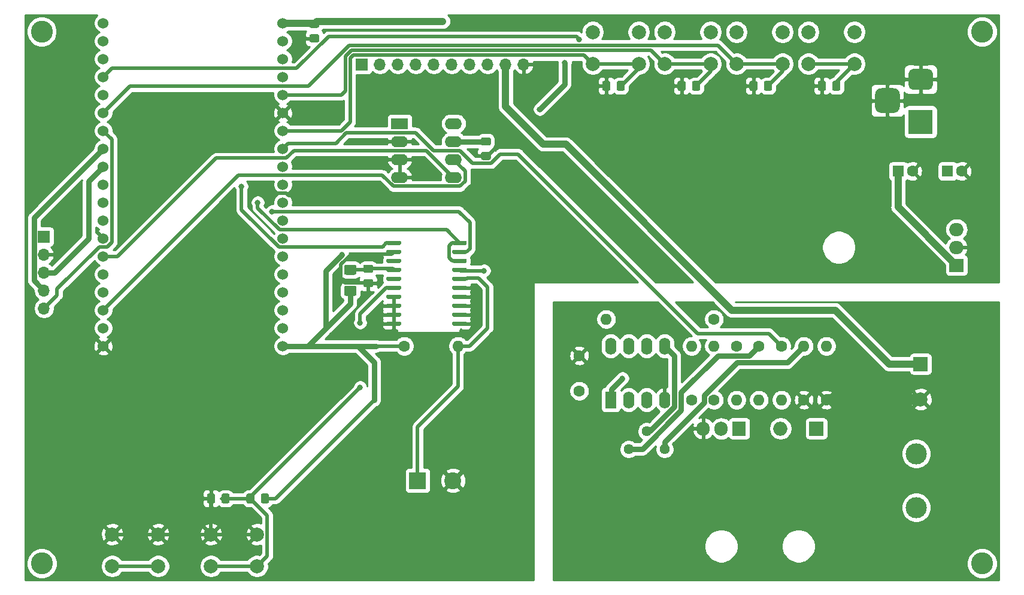
<source format=gbr>
%TF.GenerationSoftware,KiCad,Pcbnew,(5.1.6)-1*%
%TF.CreationDate,2020-11-21T12:12:01+09:00*%
%TF.ProjectId,nixieLogicV2,6e697869-654c-46f6-9769-6356322e6b69,rev?*%
%TF.SameCoordinates,Original*%
%TF.FileFunction,Copper,L1,Top*%
%TF.FilePolarity,Positive*%
%FSLAX46Y46*%
G04 Gerber Fmt 4.6, Leading zero omitted, Abs format (unit mm)*
G04 Created by KiCad (PCBNEW (5.1.6)-1) date 2020-11-21 12:12:01*
%MOMM*%
%LPD*%
G01*
G04 APERTURE LIST*
%TA.AperFunction,ComponentPad*%
%ADD10O,2.400000X1.600000*%
%TD*%
%TA.AperFunction,ComponentPad*%
%ADD11R,2.400000X1.600000*%
%TD*%
%TA.AperFunction,ComponentPad*%
%ADD12O,1.905000X2.000000*%
%TD*%
%TA.AperFunction,ComponentPad*%
%ADD13R,1.905000X2.000000*%
%TD*%
%TA.AperFunction,ComponentPad*%
%ADD14O,2.000000X2.000000*%
%TD*%
%TA.AperFunction,ComponentPad*%
%ADD15R,2.000000X2.000000*%
%TD*%
%TA.AperFunction,ComponentPad*%
%ADD16C,1.600000*%
%TD*%
%TA.AperFunction,ComponentPad*%
%ADD17R,1.600000X1.600000*%
%TD*%
%TA.AperFunction,ComponentPad*%
%ADD18C,2.000000*%
%TD*%
%TA.AperFunction,ComponentPad*%
%ADD19R,2.400000X2.400000*%
%TD*%
%TA.AperFunction,ComponentPad*%
%ADD20C,2.400000*%
%TD*%
%TA.AperFunction,ComponentPad*%
%ADD21R,1.600000X2.400000*%
%TD*%
%TA.AperFunction,ComponentPad*%
%ADD22O,1.600000X2.400000*%
%TD*%
%TA.AperFunction,ComponentPad*%
%ADD23R,1.700000X1.700000*%
%TD*%
%TA.AperFunction,ComponentPad*%
%ADD24O,1.700000X1.700000*%
%TD*%
%TA.AperFunction,ComponentPad*%
%ADD25R,3.500000X3.500000*%
%TD*%
%TA.AperFunction,ComponentPad*%
%ADD26C,3.000000*%
%TD*%
%TA.AperFunction,ComponentPad*%
%ADD27O,1.600000X1.600000*%
%TD*%
%TA.AperFunction,ComponentPad*%
%ADD28C,1.440000*%
%TD*%
%TA.AperFunction,ComponentPad*%
%ADD29C,1.524000*%
%TD*%
%TA.AperFunction,ComponentPad*%
%ADD30R,2.000000X1.905000*%
%TD*%
%TA.AperFunction,ComponentPad*%
%ADD31O,2.000000X1.905000*%
%TD*%
%TA.AperFunction,ViaPad*%
%ADD32C,3.100000*%
%TD*%
%TA.AperFunction,ViaPad*%
%ADD33C,1.000000*%
%TD*%
%TA.AperFunction,ViaPad*%
%ADD34C,0.800000*%
%TD*%
%TA.AperFunction,Conductor*%
%ADD35C,0.500000*%
%TD*%
%TA.AperFunction,Conductor*%
%ADD36C,1.500000*%
%TD*%
%TA.AperFunction,Conductor*%
%ADD37C,1.000000*%
%TD*%
%TA.AperFunction,Conductor*%
%ADD38C,0.750000*%
%TD*%
%TA.AperFunction,Conductor*%
%ADD39C,0.254000*%
%TD*%
G04 APERTURE END LIST*
D10*
%TO.P,U3,8*%
%TO.N,+3V3*%
X143510000Y-71374000D03*
%TO.P,U3,4*%
%TO.N,GND*%
X135890000Y-78994000D03*
%TO.P,U3,7*%
%TO.N,/WP*%
X143510000Y-73914000D03*
%TO.P,U3,3*%
%TO.N,GND*%
X135890000Y-76454000D03*
%TO.P,U3,6*%
%TO.N,/SCL*%
X143510000Y-76454000D03*
%TO.P,U3,2*%
%TO.N,GND*%
X135890000Y-73914000D03*
%TO.P,U3,5*%
%TO.N,/SDA*%
X143510000Y-78994000D03*
D11*
%TO.P,U3,1*%
%TO.N,+3V3*%
X135890000Y-71374000D03*
%TD*%
%TO.P,R1,2*%
%TO.N,/WP*%
%TA.AperFunction,SMDPad,CuDef*%
G36*
G01*
X148532001Y-74489000D02*
X147631999Y-74489000D01*
G75*
G02*
X147382000Y-74239001I0J249999D01*
G01*
X147382000Y-73588999D01*
G75*
G02*
X147631999Y-73339000I249999J0D01*
G01*
X148532001Y-73339000D01*
G75*
G02*
X148782000Y-73588999I0J-249999D01*
G01*
X148782000Y-74239001D01*
G75*
G02*
X148532001Y-74489000I-249999J0D01*
G01*
G37*
%TD.AperFunction*%
%TO.P,R1,1*%
%TO.N,GND*%
%TA.AperFunction,SMDPad,CuDef*%
G36*
G01*
X148532001Y-76539000D02*
X147631999Y-76539000D01*
G75*
G02*
X147382000Y-76289001I0J249999D01*
G01*
X147382000Y-75638999D01*
G75*
G02*
X147631999Y-75389000I249999J0D01*
G01*
X148532001Y-75389000D01*
G75*
G02*
X148782000Y-75638999I0J-249999D01*
G01*
X148782000Y-76289001D01*
G75*
G02*
X148532001Y-76539000I-249999J0D01*
G01*
G37*
%TD.AperFunction*%
%TD*%
D12*
%TO.P,Q1,3*%
%TO.N,GND*%
X178816000Y-114554000D03*
%TO.P,Q1,2*%
%TO.N,Net-(D2-Pad2)*%
X181356000Y-114554000D03*
D13*
%TO.P,Q1,1*%
%TO.N,Net-(D1-Pad2)*%
X183896000Y-114554000D03*
%TD*%
D14*
%TO.P,D2,2*%
%TO.N,Net-(D2-Pad2)*%
X189738000Y-114554000D03*
D15*
%TO.P,D2,1*%
%TO.N,HT*%
X194818000Y-114554000D03*
%TD*%
%TO.P,C2,2*%
%TO.N,GND*%
%TA.AperFunction,SMDPad,CuDef*%
G36*
G01*
X109795000Y-124009999D02*
X109795000Y-124910001D01*
G75*
G02*
X109545001Y-125160000I-249999J0D01*
G01*
X108894999Y-125160000D01*
G75*
G02*
X108645000Y-124910001I0J249999D01*
G01*
X108645000Y-124009999D01*
G75*
G02*
X108894999Y-123760000I249999J0D01*
G01*
X109545001Y-123760000D01*
G75*
G02*
X109795000Y-124009999I0J-249999D01*
G01*
G37*
%TD.AperFunction*%
%TO.P,C2,1*%
%TO.N,/RTC_~RST*%
%TA.AperFunction,SMDPad,CuDef*%
G36*
G01*
X111845000Y-124009999D02*
X111845000Y-124910001D01*
G75*
G02*
X111595001Y-125160000I-249999J0D01*
G01*
X110944999Y-125160000D01*
G75*
G02*
X110695000Y-124910001I0J249999D01*
G01*
X110695000Y-124009999D01*
G75*
G02*
X110944999Y-123760000I249999J0D01*
G01*
X111595001Y-123760000D01*
G75*
G02*
X111845000Y-124009999I0J-249999D01*
G01*
G37*
%TD.AperFunction*%
%TD*%
%TO.P,C3,1*%
%TO.N,Net-(C3-Pad1)*%
%TA.AperFunction,SMDPad,CuDef*%
G36*
G01*
X130994999Y-91355000D02*
X131895001Y-91355000D01*
G75*
G02*
X132145000Y-91604999I0J-249999D01*
G01*
X132145000Y-92255001D01*
G75*
G02*
X131895001Y-92505000I-249999J0D01*
G01*
X130994999Y-92505000D01*
G75*
G02*
X130745000Y-92255001I0J249999D01*
G01*
X130745000Y-91604999D01*
G75*
G02*
X130994999Y-91355000I249999J0D01*
G01*
G37*
%TD.AperFunction*%
%TO.P,C3,2*%
%TO.N,GND*%
%TA.AperFunction,SMDPad,CuDef*%
G36*
G01*
X130994999Y-93405000D02*
X131895001Y-93405000D01*
G75*
G02*
X132145000Y-93654999I0J-249999D01*
G01*
X132145000Y-94305001D01*
G75*
G02*
X131895001Y-94555000I-249999J0D01*
G01*
X130994999Y-94555000D01*
G75*
G02*
X130745000Y-94305001I0J249999D01*
G01*
X130745000Y-93654999D01*
G75*
G02*
X130994999Y-93405000I249999J0D01*
G01*
G37*
%TD.AperFunction*%
%TD*%
D16*
%TO.P,C4,1*%
%TO.N,Net-(C4-Pad1)*%
X161290000Y-109220000D03*
%TO.P,C4,2*%
%TO.N,GND*%
X161290000Y-104220000D03*
%TD*%
%TO.P,C5,2*%
%TO.N,GND*%
X215360000Y-78105000D03*
D17*
%TO.P,C5,1*%
%TO.N,+12V*%
X213360000Y-78105000D03*
%TD*%
%TO.P,C6,1*%
%TO.N,+5V*%
X206375000Y-78105000D03*
D16*
%TO.P,C6,2*%
%TO.N,GND*%
X208375000Y-78105000D03*
%TD*%
%TO.P,C7,2*%
%TO.N,GND*%
%TA.AperFunction,SMDPad,CuDef*%
G36*
G01*
X123374999Y-58726600D02*
X124275001Y-58726600D01*
G75*
G02*
X124525000Y-58976599I0J-249999D01*
G01*
X124525000Y-59626601D01*
G75*
G02*
X124275001Y-59876600I-249999J0D01*
G01*
X123374999Y-59876600D01*
G75*
G02*
X123125000Y-59626601I0J249999D01*
G01*
X123125000Y-58976599D01*
G75*
G02*
X123374999Y-58726600I249999J0D01*
G01*
G37*
%TD.AperFunction*%
%TO.P,C7,1*%
%TO.N,+5V*%
%TA.AperFunction,SMDPad,CuDef*%
G36*
G01*
X123374999Y-56676600D02*
X124275001Y-56676600D01*
G75*
G02*
X124525000Y-56926599I0J-249999D01*
G01*
X124525000Y-57576601D01*
G75*
G02*
X124275001Y-57826600I-249999J0D01*
G01*
X123374999Y-57826600D01*
G75*
G02*
X123125000Y-57576601I0J249999D01*
G01*
X123125000Y-56926599D01*
G75*
G02*
X123374999Y-56676600I249999J0D01*
G01*
G37*
%TD.AperFunction*%
%TD*%
D15*
%TO.P,C8,1*%
%TO.N,HT*%
X209550000Y-105410000D03*
D18*
%TO.P,C8,2*%
%TO.N,GND*%
X209550000Y-110410000D03*
%TD*%
D19*
%TO.P,C9,1*%
%TO.N,Net-(C9-Pad1)*%
X138430000Y-121920000D03*
D20*
%TO.P,C9,2*%
%TO.N,GND*%
X143430000Y-121920000D03*
%TD*%
D21*
%TO.P,D1,1*%
%TO.N,Net-(D1-Pad1)*%
X165735000Y-110490000D03*
D22*
%TO.P,D1,5*%
%TO.N,Net-(D1-Pad5)*%
X173355000Y-102870000D03*
%TO.P,D1,2*%
%TO.N,Net-(D1-Pad2)*%
X168275000Y-110490000D03*
%TO.P,D1,6*%
%TO.N,+12V*%
X170815000Y-102870000D03*
%TO.P,D1,3*%
%TO.N,Net-(C4-Pad1)*%
X170815000Y-110490000D03*
%TO.P,D1,7*%
%TO.N,Net-(D1-Pad7)*%
X168275000Y-102870000D03*
%TO.P,D1,4*%
%TO.N,GND*%
X173355000Y-110490000D03*
%TO.P,D1,8*%
%TO.N,Net-(D1-Pad8)*%
X165735000Y-102870000D03*
%TD*%
D23*
%TO.P,J1,1*%
%TO.N,+5V*%
X85598000Y-87376000D03*
D24*
%TO.P,J1,2*%
%TO.N,GND*%
X85598000Y-89916000D03*
%TO.P,J1,3*%
%TO.N,/TX*%
X85598000Y-92456000D03*
%TO.P,J1,4*%
%TO.N,/RX*%
X85598000Y-94996000D03*
%TO.P,J1,5*%
%TO.N,/1PPS*%
X85598000Y-97536000D03*
%TD*%
D23*
%TO.P,J2,1*%
%TO.N,/DRCLK*%
X130556000Y-62992000D03*
D24*
%TO.P,J2,2*%
%TO.N,/DCLK*%
X133096000Y-62992000D03*
%TO.P,J2,3*%
%TO.N,/DSER*%
X135636000Y-62992000D03*
%TO.P,J2,4*%
%TO.N,/SER*%
X138176000Y-62992000D03*
%TO.P,J2,5*%
%TO.N,/SRCLK*%
X140716000Y-62992000D03*
%TO.P,J2,6*%
%TO.N,/SRCLR*%
X143256000Y-62992000D03*
%TO.P,J2,7*%
%TO.N,/RCLK*%
X145796000Y-62992000D03*
%TO.P,J2,8*%
%TO.N,+5V*%
X148336000Y-62992000D03*
%TO.P,J2,9*%
%TO.N,HT*%
X150876000Y-62992000D03*
%TO.P,J2,10*%
%TO.N,GND*%
X153416000Y-62992000D03*
%TD*%
D25*
%TO.P,J3,1*%
%TO.N,+12V*%
X209550000Y-71120000D03*
%TO.P,J3,2*%
%TO.N,GND*%
%TA.AperFunction,ComponentPad*%
G36*
G01*
X208550000Y-63620000D02*
X210550000Y-63620000D01*
G75*
G02*
X211300000Y-64370000I0J-750000D01*
G01*
X211300000Y-65870000D01*
G75*
G02*
X210550000Y-66620000I-750000J0D01*
G01*
X208550000Y-66620000D01*
G75*
G02*
X207800000Y-65870000I0J750000D01*
G01*
X207800000Y-64370000D01*
G75*
G02*
X208550000Y-63620000I750000J0D01*
G01*
G37*
%TD.AperFunction*%
%TO.P,J3,3*%
%TA.AperFunction,ComponentPad*%
G36*
G01*
X203975000Y-66370000D02*
X205725000Y-66370000D01*
G75*
G02*
X206600000Y-67245000I0J-875000D01*
G01*
X206600000Y-68995000D01*
G75*
G02*
X205725000Y-69870000I-875000J0D01*
G01*
X203975000Y-69870000D01*
G75*
G02*
X203100000Y-68995000I0J875000D01*
G01*
X203100000Y-67245000D01*
G75*
G02*
X203975000Y-66370000I875000J0D01*
G01*
G37*
%TD.AperFunction*%
%TD*%
%TO.P,L1,1*%
%TO.N,+3V3*%
%TA.AperFunction,SMDPad,CuDef*%
G36*
G01*
X129530000Y-95762500D02*
X128280000Y-95762500D01*
G75*
G02*
X128030000Y-95512500I0J250000D01*
G01*
X128030000Y-94587500D01*
G75*
G02*
X128280000Y-94337500I250000J0D01*
G01*
X129530000Y-94337500D01*
G75*
G02*
X129780000Y-94587500I0J-250000D01*
G01*
X129780000Y-95512500D01*
G75*
G02*
X129530000Y-95762500I-250000J0D01*
G01*
G37*
%TD.AperFunction*%
%TO.P,L1,2*%
%TO.N,Net-(C3-Pad1)*%
%TA.AperFunction,SMDPad,CuDef*%
G36*
G01*
X129530000Y-92787500D02*
X128280000Y-92787500D01*
G75*
G02*
X128030000Y-92537500I0J250000D01*
G01*
X128030000Y-91612500D01*
G75*
G02*
X128280000Y-91362500I250000J0D01*
G01*
X129530000Y-91362500D01*
G75*
G02*
X129780000Y-91612500I0J-250000D01*
G01*
X129780000Y-92537500D01*
G75*
G02*
X129530000Y-92787500I-250000J0D01*
G01*
G37*
%TD.AperFunction*%
%TD*%
D26*
%TO.P,L2,1*%
%TO.N,Net-(D1-Pad7)*%
X208915000Y-125730000D03*
%TO.P,L2,2*%
%TO.N,Net-(D2-Pad2)*%
X208915000Y-118110000D03*
%TD*%
%TO.P,R2,2*%
%TO.N,+3V3*%
%TA.AperFunction,SMDPad,CuDef*%
G36*
G01*
X116265000Y-124910001D02*
X116265000Y-124009999D01*
G75*
G02*
X116514999Y-123760000I249999J0D01*
G01*
X117165001Y-123760000D01*
G75*
G02*
X117415000Y-124009999I0J-249999D01*
G01*
X117415000Y-124910001D01*
G75*
G02*
X117165001Y-125160000I-249999J0D01*
G01*
X116514999Y-125160000D01*
G75*
G02*
X116265000Y-124910001I0J249999D01*
G01*
G37*
%TD.AperFunction*%
%TO.P,R2,1*%
%TO.N,/RTC_~RST*%
%TA.AperFunction,SMDPad,CuDef*%
G36*
G01*
X114215000Y-124910001D02*
X114215000Y-124009999D01*
G75*
G02*
X114464999Y-123760000I249999J0D01*
G01*
X115115001Y-123760000D01*
G75*
G02*
X115365000Y-124009999I0J-249999D01*
G01*
X115365000Y-124910001D01*
G75*
G02*
X115115001Y-125160000I-249999J0D01*
G01*
X114464999Y-125160000D01*
G75*
G02*
X114215000Y-124910001I0J249999D01*
G01*
G37*
%TD.AperFunction*%
%TD*%
D27*
%TO.P,R3,2*%
%TO.N,+12V*%
X180340000Y-102870000D03*
D16*
%TO.P,R3,1*%
%TO.N,Net-(D1-Pad1)*%
X180340000Y-110490000D03*
%TD*%
D27*
%TO.P,R4,2*%
%TO.N,+12V*%
X177165000Y-102870000D03*
D16*
%TO.P,R4,1*%
%TO.N,Net-(D1-Pad8)*%
X177165000Y-110490000D03*
%TD*%
D27*
%TO.P,R5,2*%
%TO.N,Net-(D1-Pad2)*%
X183515000Y-110490000D03*
D16*
%TO.P,R5,1*%
%TO.N,GND*%
X183515000Y-102870000D03*
%TD*%
%TO.P,R6,1*%
%TO.N,+12V*%
X180340000Y-99060000D03*
D27*
%TO.P,R6,2*%
%TO.N,Net-(D1-Pad7)*%
X165100000Y-99060000D03*
%TD*%
%TO.P,R7,2*%
%TO.N,/SW_ACCEPT*%
%TA.AperFunction,SMDPad,CuDef*%
G36*
G01*
X166575000Y-66490001D02*
X166575000Y-65589999D01*
G75*
G02*
X166824999Y-65340000I249999J0D01*
G01*
X167475001Y-65340000D01*
G75*
G02*
X167725000Y-65589999I0J-249999D01*
G01*
X167725000Y-66490001D01*
G75*
G02*
X167475001Y-66740000I-249999J0D01*
G01*
X166824999Y-66740000D01*
G75*
G02*
X166575000Y-66490001I0J249999D01*
G01*
G37*
%TD.AperFunction*%
%TO.P,R7,1*%
%TO.N,GND*%
%TA.AperFunction,SMDPad,CuDef*%
G36*
G01*
X164525000Y-66490001D02*
X164525000Y-65589999D01*
G75*
G02*
X164774999Y-65340000I249999J0D01*
G01*
X165425001Y-65340000D01*
G75*
G02*
X165675000Y-65589999I0J-249999D01*
G01*
X165675000Y-66490001D01*
G75*
G02*
X165425001Y-66740000I-249999J0D01*
G01*
X164774999Y-66740000D01*
G75*
G02*
X164525000Y-66490001I0J249999D01*
G01*
G37*
%TD.AperFunction*%
%TD*%
D16*
%TO.P,R8,1*%
%TO.N,Net-(R8-Pad1)*%
X186690000Y-102870000D03*
D27*
%TO.P,R8,2*%
%TO.N,HT*%
X186690000Y-110490000D03*
%TD*%
D16*
%TO.P,R9,1*%
%TO.N,GND*%
X193040000Y-110490000D03*
D27*
%TO.P,R9,2*%
%TO.N,Net-(R9-Pad2)*%
X193040000Y-102870000D03*
%TD*%
%TO.P,R10,1*%
%TO.N,GND*%
%TA.AperFunction,SMDPad,CuDef*%
G36*
G01*
X175175000Y-66490001D02*
X175175000Y-65589999D01*
G75*
G02*
X175424999Y-65340000I249999J0D01*
G01*
X176075001Y-65340000D01*
G75*
G02*
X176325000Y-65589999I0J-249999D01*
G01*
X176325000Y-66490001D01*
G75*
G02*
X176075001Y-66740000I-249999J0D01*
G01*
X175424999Y-66740000D01*
G75*
G02*
X175175000Y-66490001I0J249999D01*
G01*
G37*
%TD.AperFunction*%
%TO.P,R10,2*%
%TO.N,/SW_BACK*%
%TA.AperFunction,SMDPad,CuDef*%
G36*
G01*
X177225000Y-66490001D02*
X177225000Y-65589999D01*
G75*
G02*
X177474999Y-65340000I249999J0D01*
G01*
X178125001Y-65340000D01*
G75*
G02*
X178375000Y-65589999I0J-249999D01*
G01*
X178375000Y-66490001D01*
G75*
G02*
X178125001Y-66740000I-249999J0D01*
G01*
X177474999Y-66740000D01*
G75*
G02*
X177225000Y-66490001I0J249999D01*
G01*
G37*
%TD.AperFunction*%
%TD*%
D16*
%TO.P,R11,1*%
%TO.N,/DCDC_Vol*%
X189865000Y-102870000D03*
D27*
%TO.P,R11,2*%
%TO.N,HT*%
X189865000Y-110490000D03*
%TD*%
D16*
%TO.P,R12,1*%
%TO.N,GND*%
X196215000Y-110490000D03*
D27*
%TO.P,R12,2*%
%TO.N,/DCDC_Vol*%
X196215000Y-102870000D03*
%TD*%
%TO.P,R13,2*%
%TO.N,/SW_P*%
%TA.AperFunction,SMDPad,CuDef*%
G36*
G01*
X187385000Y-66490001D02*
X187385000Y-65589999D01*
G75*
G02*
X187634999Y-65340000I249999J0D01*
G01*
X188285001Y-65340000D01*
G75*
G02*
X188535000Y-65589999I0J-249999D01*
G01*
X188535000Y-66490001D01*
G75*
G02*
X188285001Y-66740000I-249999J0D01*
G01*
X187634999Y-66740000D01*
G75*
G02*
X187385000Y-66490001I0J249999D01*
G01*
G37*
%TD.AperFunction*%
%TO.P,R13,1*%
%TO.N,GND*%
%TA.AperFunction,SMDPad,CuDef*%
G36*
G01*
X185335000Y-66490001D02*
X185335000Y-65589999D01*
G75*
G02*
X185584999Y-65340000I249999J0D01*
G01*
X186235001Y-65340000D01*
G75*
G02*
X186485000Y-65589999I0J-249999D01*
G01*
X186485000Y-66490001D01*
G75*
G02*
X186235001Y-66740000I-249999J0D01*
G01*
X185584999Y-66740000D01*
G75*
G02*
X185335000Y-66490001I0J249999D01*
G01*
G37*
%TD.AperFunction*%
%TD*%
%TO.P,R14,1*%
%TO.N,GND*%
%TA.AperFunction,SMDPad,CuDef*%
G36*
G01*
X195005000Y-66490001D02*
X195005000Y-65589999D01*
G75*
G02*
X195254999Y-65340000I249999J0D01*
G01*
X195905001Y-65340000D01*
G75*
G02*
X196155000Y-65589999I0J-249999D01*
G01*
X196155000Y-66490001D01*
G75*
G02*
X195905001Y-66740000I-249999J0D01*
G01*
X195254999Y-66740000D01*
G75*
G02*
X195005000Y-66490001I0J249999D01*
G01*
G37*
%TD.AperFunction*%
%TO.P,R14,2*%
%TO.N,/SW_N*%
%TA.AperFunction,SMDPad,CuDef*%
G36*
G01*
X197055000Y-66490001D02*
X197055000Y-65589999D01*
G75*
G02*
X197304999Y-65340000I249999J0D01*
G01*
X197955001Y-65340000D01*
G75*
G02*
X198205000Y-65589999I0J-249999D01*
G01*
X198205000Y-66490001D01*
G75*
G02*
X197955001Y-66740000I-249999J0D01*
G01*
X197304999Y-66740000D01*
G75*
G02*
X197055000Y-66490001I0J249999D01*
G01*
G37*
%TD.AperFunction*%
%TD*%
%TO.P,R15,2*%
%TO.N,Net-(C9-Pad1)*%
X144145000Y-102870000D03*
D16*
%TO.P,R15,1*%
%TO.N,+3V3*%
X136525000Y-102870000D03*
%TD*%
D28*
%TO.P,RV1,3*%
%TO.N,Net-(R8-Pad1)*%
X168275000Y-117475000D03*
%TO.P,RV1,2*%
%TO.N,Net-(D1-Pad5)*%
X170815000Y-114935000D03*
%TO.P,RV1,1*%
%TO.N,Net-(R9-Pad2)*%
X173355000Y-117475000D03*
%TD*%
D18*
%TO.P,SW1,1*%
%TO.N,GND*%
X101750000Y-129540000D03*
%TO.P,SW1,2*%
%TO.N,/EN*%
X101750000Y-134040000D03*
%TO.P,SW1,1*%
%TO.N,GND*%
X95250000Y-129540000D03*
%TO.P,SW1,2*%
%TO.N,/EN*%
X95250000Y-134040000D03*
%TD*%
%TO.P,SW2,2*%
%TO.N,/RTC_~RST*%
X109220000Y-134040000D03*
%TO.P,SW2,1*%
%TO.N,GND*%
X109220000Y-129540000D03*
%TO.P,SW2,2*%
%TO.N,/RTC_~RST*%
X115720000Y-134040000D03*
%TO.P,SW2,1*%
%TO.N,GND*%
X115720000Y-129540000D03*
%TD*%
%TO.P,SW3,1*%
%TO.N,+3V3*%
X169695000Y-58420000D03*
%TO.P,SW3,2*%
%TO.N,/SW_ACCEPT*%
X169695000Y-62920000D03*
%TO.P,SW3,1*%
%TO.N,+3V3*%
X163195000Y-58420000D03*
%TO.P,SW3,2*%
%TO.N,/SW_ACCEPT*%
X163195000Y-62920000D03*
%TD*%
%TO.P,SW4,2*%
%TO.N,/SW_BACK*%
X173355000Y-62920000D03*
%TO.P,SW4,1*%
%TO.N,+3V3*%
X173355000Y-58420000D03*
%TO.P,SW4,2*%
%TO.N,/SW_BACK*%
X179855000Y-62920000D03*
%TO.P,SW4,1*%
%TO.N,+3V3*%
X179855000Y-58420000D03*
%TD*%
%TO.P,SW5,1*%
%TO.N,+3V3*%
X190015000Y-58420000D03*
%TO.P,SW5,2*%
%TO.N,/SW_P*%
X190015000Y-62920000D03*
%TO.P,SW5,1*%
%TO.N,+3V3*%
X183515000Y-58420000D03*
%TO.P,SW5,2*%
%TO.N,/SW_P*%
X183515000Y-62920000D03*
%TD*%
%TO.P,SW6,2*%
%TO.N,/SW_N*%
X193675000Y-62920000D03*
%TO.P,SW6,1*%
%TO.N,+3V3*%
X193675000Y-58420000D03*
%TO.P,SW6,2*%
%TO.N,/SW_N*%
X200175000Y-62920000D03*
%TO.P,SW6,1*%
%TO.N,+3V3*%
X200175000Y-58420000D03*
%TD*%
%TO.P,T1,1*%
%TO.N,/SS*%
%TA.AperFunction,SMDPad,CuDef*%
G36*
G01*
X134025000Y-88415000D02*
X134025000Y-88115000D01*
G75*
G02*
X134175000Y-87965000I150000J0D01*
G01*
X135925000Y-87965000D01*
G75*
G02*
X136075000Y-88115000I0J-150000D01*
G01*
X136075000Y-88415000D01*
G75*
G02*
X135925000Y-88565000I-150000J0D01*
G01*
X134175000Y-88565000D01*
G75*
G02*
X134025000Y-88415000I0J150000D01*
G01*
G37*
%TD.AperFunction*%
%TO.P,T1,2*%
%TO.N,GND*%
%TA.AperFunction,SMDPad,CuDef*%
G36*
G01*
X134025000Y-89685000D02*
X134025000Y-89385000D01*
G75*
G02*
X134175000Y-89235000I150000J0D01*
G01*
X135925000Y-89235000D01*
G75*
G02*
X136075000Y-89385000I0J-150000D01*
G01*
X136075000Y-89685000D01*
G75*
G02*
X135925000Y-89835000I-150000J0D01*
G01*
X134175000Y-89835000D01*
G75*
G02*
X134025000Y-89685000I0J150000D01*
G01*
G37*
%TD.AperFunction*%
%TO.P,T1,3*%
%TO.N,Net-(T1-Pad3)*%
%TA.AperFunction,SMDPad,CuDef*%
G36*
G01*
X134025000Y-90955000D02*
X134025000Y-90655000D01*
G75*
G02*
X134175000Y-90505000I150000J0D01*
G01*
X135925000Y-90505000D01*
G75*
G02*
X136075000Y-90655000I0J-150000D01*
G01*
X136075000Y-90955000D01*
G75*
G02*
X135925000Y-91105000I-150000J0D01*
G01*
X134175000Y-91105000D01*
G75*
G02*
X134025000Y-90955000I0J150000D01*
G01*
G37*
%TD.AperFunction*%
%TO.P,T1,4*%
%TO.N,Net-(C3-Pad1)*%
%TA.AperFunction,SMDPad,CuDef*%
G36*
G01*
X134025000Y-92225000D02*
X134025000Y-91925000D01*
G75*
G02*
X134175000Y-91775000I150000J0D01*
G01*
X135925000Y-91775000D01*
G75*
G02*
X136075000Y-91925000I0J-150000D01*
G01*
X136075000Y-92225000D01*
G75*
G02*
X135925000Y-92375000I-150000J0D01*
G01*
X134175000Y-92375000D01*
G75*
G02*
X134025000Y-92225000I0J150000D01*
G01*
G37*
%TD.AperFunction*%
%TO.P,T1,5*%
%TO.N,/~INT*%
%TA.AperFunction,SMDPad,CuDef*%
G36*
G01*
X134025000Y-93495000D02*
X134025000Y-93195000D01*
G75*
G02*
X134175000Y-93045000I150000J0D01*
G01*
X135925000Y-93045000D01*
G75*
G02*
X136075000Y-93195000I0J-150000D01*
G01*
X136075000Y-93495000D01*
G75*
G02*
X135925000Y-93645000I-150000J0D01*
G01*
X134175000Y-93645000D01*
G75*
G02*
X134025000Y-93495000I0J150000D01*
G01*
G37*
%TD.AperFunction*%
%TO.P,T1,6*%
%TO.N,/RTC_~RST*%
%TA.AperFunction,SMDPad,CuDef*%
G36*
G01*
X134025000Y-94765000D02*
X134025000Y-94465000D01*
G75*
G02*
X134175000Y-94315000I150000J0D01*
G01*
X135925000Y-94315000D01*
G75*
G02*
X136075000Y-94465000I0J-150000D01*
G01*
X136075000Y-94765000D01*
G75*
G02*
X135925000Y-94915000I-150000J0D01*
G01*
X134175000Y-94915000D01*
G75*
G02*
X134025000Y-94765000I0J150000D01*
G01*
G37*
%TD.AperFunction*%
%TO.P,T1,7*%
%TO.N,GND*%
%TA.AperFunction,SMDPad,CuDef*%
G36*
G01*
X134025000Y-96035000D02*
X134025000Y-95735000D01*
G75*
G02*
X134175000Y-95585000I150000J0D01*
G01*
X135925000Y-95585000D01*
G75*
G02*
X136075000Y-95735000I0J-150000D01*
G01*
X136075000Y-96035000D01*
G75*
G02*
X135925000Y-96185000I-150000J0D01*
G01*
X134175000Y-96185000D01*
G75*
G02*
X134025000Y-96035000I0J150000D01*
G01*
G37*
%TD.AperFunction*%
%TO.P,T1,8*%
%TA.AperFunction,SMDPad,CuDef*%
G36*
G01*
X134025000Y-97305000D02*
X134025000Y-97005000D01*
G75*
G02*
X134175000Y-96855000I150000J0D01*
G01*
X135925000Y-96855000D01*
G75*
G02*
X136075000Y-97005000I0J-150000D01*
G01*
X136075000Y-97305000D01*
G75*
G02*
X135925000Y-97455000I-150000J0D01*
G01*
X134175000Y-97455000D01*
G75*
G02*
X134025000Y-97305000I0J150000D01*
G01*
G37*
%TD.AperFunction*%
%TO.P,T1,9*%
%TA.AperFunction,SMDPad,CuDef*%
G36*
G01*
X134025000Y-98575000D02*
X134025000Y-98275000D01*
G75*
G02*
X134175000Y-98125000I150000J0D01*
G01*
X135925000Y-98125000D01*
G75*
G02*
X136075000Y-98275000I0J-150000D01*
G01*
X136075000Y-98575000D01*
G75*
G02*
X135925000Y-98725000I-150000J0D01*
G01*
X134175000Y-98725000D01*
G75*
G02*
X134025000Y-98575000I0J150000D01*
G01*
G37*
%TD.AperFunction*%
%TO.P,T1,10*%
%TA.AperFunction,SMDPad,CuDef*%
G36*
G01*
X134025000Y-99845000D02*
X134025000Y-99545000D01*
G75*
G02*
X134175000Y-99395000I150000J0D01*
G01*
X135925000Y-99395000D01*
G75*
G02*
X136075000Y-99545000I0J-150000D01*
G01*
X136075000Y-99845000D01*
G75*
G02*
X135925000Y-99995000I-150000J0D01*
G01*
X134175000Y-99995000D01*
G75*
G02*
X134025000Y-99845000I0J150000D01*
G01*
G37*
%TD.AperFunction*%
%TO.P,T1,11*%
%TA.AperFunction,SMDPad,CuDef*%
G36*
G01*
X143325000Y-99845000D02*
X143325000Y-99545000D01*
G75*
G02*
X143475000Y-99395000I150000J0D01*
G01*
X145225000Y-99395000D01*
G75*
G02*
X145375000Y-99545000I0J-150000D01*
G01*
X145375000Y-99845000D01*
G75*
G02*
X145225000Y-99995000I-150000J0D01*
G01*
X143475000Y-99995000D01*
G75*
G02*
X143325000Y-99845000I0J150000D01*
G01*
G37*
%TD.AperFunction*%
%TO.P,T1,12*%
%TA.AperFunction,SMDPad,CuDef*%
G36*
G01*
X143325000Y-98575000D02*
X143325000Y-98275000D01*
G75*
G02*
X143475000Y-98125000I150000J0D01*
G01*
X145225000Y-98125000D01*
G75*
G02*
X145375000Y-98275000I0J-150000D01*
G01*
X145375000Y-98575000D01*
G75*
G02*
X145225000Y-98725000I-150000J0D01*
G01*
X143475000Y-98725000D01*
G75*
G02*
X143325000Y-98575000I0J150000D01*
G01*
G37*
%TD.AperFunction*%
%TO.P,T1,13*%
%TA.AperFunction,SMDPad,CuDef*%
G36*
G01*
X143325000Y-97305000D02*
X143325000Y-97005000D01*
G75*
G02*
X143475000Y-96855000I150000J0D01*
G01*
X145225000Y-96855000D01*
G75*
G02*
X145375000Y-97005000I0J-150000D01*
G01*
X145375000Y-97305000D01*
G75*
G02*
X145225000Y-97455000I-150000J0D01*
G01*
X143475000Y-97455000D01*
G75*
G02*
X143325000Y-97305000I0J150000D01*
G01*
G37*
%TD.AperFunction*%
%TO.P,T1,14*%
%TA.AperFunction,SMDPad,CuDef*%
G36*
G01*
X143325000Y-96035000D02*
X143325000Y-95735000D01*
G75*
G02*
X143475000Y-95585000I150000J0D01*
G01*
X145225000Y-95585000D01*
G75*
G02*
X145375000Y-95735000I0J-150000D01*
G01*
X145375000Y-96035000D01*
G75*
G02*
X145225000Y-96185000I-150000J0D01*
G01*
X143475000Y-96185000D01*
G75*
G02*
X143325000Y-96035000I0J150000D01*
G01*
G37*
%TD.AperFunction*%
%TO.P,T1,15*%
%TA.AperFunction,SMDPad,CuDef*%
G36*
G01*
X143325000Y-94765000D02*
X143325000Y-94465000D01*
G75*
G02*
X143475000Y-94315000I150000J0D01*
G01*
X145225000Y-94315000D01*
G75*
G02*
X145375000Y-94465000I0J-150000D01*
G01*
X145375000Y-94765000D01*
G75*
G02*
X145225000Y-94915000I-150000J0D01*
G01*
X143475000Y-94915000D01*
G75*
G02*
X143325000Y-94765000I0J150000D01*
G01*
G37*
%TD.AperFunction*%
%TO.P,T1,16*%
%TO.N,Net-(C9-Pad1)*%
%TA.AperFunction,SMDPad,CuDef*%
G36*
G01*
X143325000Y-93495000D02*
X143325000Y-93195000D01*
G75*
G02*
X143475000Y-93045000I150000J0D01*
G01*
X145225000Y-93045000D01*
G75*
G02*
X145375000Y-93195000I0J-150000D01*
G01*
X145375000Y-93495000D01*
G75*
G02*
X145225000Y-93645000I-150000J0D01*
G01*
X143475000Y-93645000D01*
G75*
G02*
X143325000Y-93495000I0J150000D01*
G01*
G37*
%TD.AperFunction*%
%TO.P,T1,17*%
%TO.N,/MOSI*%
%TA.AperFunction,SMDPad,CuDef*%
G36*
G01*
X143325000Y-92225000D02*
X143325000Y-91925000D01*
G75*
G02*
X143475000Y-91775000I150000J0D01*
G01*
X145225000Y-91775000D01*
G75*
G02*
X145375000Y-91925000I0J-150000D01*
G01*
X145375000Y-92225000D01*
G75*
G02*
X145225000Y-92375000I-150000J0D01*
G01*
X143475000Y-92375000D01*
G75*
G02*
X143325000Y-92225000I0J150000D01*
G01*
G37*
%TD.AperFunction*%
%TO.P,T1,18*%
%TO.N,/SCLK*%
%TA.AperFunction,SMDPad,CuDef*%
G36*
G01*
X143325000Y-90955000D02*
X143325000Y-90655000D01*
G75*
G02*
X143475000Y-90505000I150000J0D01*
G01*
X145225000Y-90505000D01*
G75*
G02*
X145375000Y-90655000I0J-150000D01*
G01*
X145375000Y-90955000D01*
G75*
G02*
X145225000Y-91105000I-150000J0D01*
G01*
X143475000Y-91105000D01*
G75*
G02*
X143325000Y-90955000I0J150000D01*
G01*
G37*
%TD.AperFunction*%
%TO.P,T1,19*%
%TO.N,/MISO*%
%TA.AperFunction,SMDPad,CuDef*%
G36*
G01*
X143325000Y-89685000D02*
X143325000Y-89385000D01*
G75*
G02*
X143475000Y-89235000I150000J0D01*
G01*
X145225000Y-89235000D01*
G75*
G02*
X145375000Y-89385000I0J-150000D01*
G01*
X145375000Y-89685000D01*
G75*
G02*
X145225000Y-89835000I-150000J0D01*
G01*
X143475000Y-89835000D01*
G75*
G02*
X143325000Y-89685000I0J150000D01*
G01*
G37*
%TD.AperFunction*%
%TO.P,T1,20*%
%TO.N,/SCLK*%
%TA.AperFunction,SMDPad,CuDef*%
G36*
G01*
X143325000Y-88415000D02*
X143325000Y-88115000D01*
G75*
G02*
X143475000Y-87965000I150000J0D01*
G01*
X145225000Y-87965000D01*
G75*
G02*
X145375000Y-88115000I0J-150000D01*
G01*
X145375000Y-88415000D01*
G75*
G02*
X145225000Y-88565000I-150000J0D01*
G01*
X143475000Y-88565000D01*
G75*
G02*
X143325000Y-88415000I0J150000D01*
G01*
G37*
%TD.AperFunction*%
%TD*%
D29*
%TO.P,U1,1*%
%TO.N,+3V3*%
X119380000Y-102870000D03*
%TO.P,U1,2*%
%TO.N,/EN*%
X119380000Y-100330000D03*
%TO.P,U1,3*%
%TO.N,Net-(U1-Pad3)*%
X119380000Y-97790000D03*
%TO.P,U1,4*%
%TO.N,Net-(U1-Pad4)*%
X119380000Y-95250000D03*
%TO.P,U1,5*%
%TO.N,/DRCLK*%
X119380000Y-92710000D03*
%TO.P,U1,6*%
%TO.N,/DCLK*%
X119380000Y-90170000D03*
%TO.P,U1,7*%
%TO.N,/DSER*%
X119380000Y-87630000D03*
%TO.P,U1,8*%
%TO.N,/SER*%
X119380000Y-85090000D03*
%TO.P,U1,9*%
%TO.N,/SRCLK*%
X119380000Y-82550000D03*
%TO.P,U1,10*%
%TO.N,/SRCLR*%
X119380000Y-80010000D03*
%TO.P,U1,11*%
%TO.N,/RCLK*%
X119380000Y-77470000D03*
%TO.P,U1,12*%
%TO.N,/DCDC_Vol*%
X119380000Y-74930000D03*
%TO.P,U1,13*%
%TO.N,/SW_ACCEPT*%
X119380000Y-72390000D03*
%TO.P,U1,14*%
%TO.N,GND*%
X119380000Y-69850000D03*
%TO.P,U1,15*%
%TO.N,/SW_BACK*%
X119380000Y-67310000D03*
%TO.P,U1,16*%
%TO.N,Net-(U1-Pad16)*%
X119380000Y-64770000D03*
%TO.P,U1,17*%
%TO.N,Net-(U1-Pad17)*%
X119380000Y-62230000D03*
%TO.P,U1,18*%
%TO.N,Net-(U1-Pad18)*%
X119380000Y-59690000D03*
%TO.P,U1,19*%
%TO.N,+5V*%
X119380000Y-57150000D03*
%TO.P,U1,20*%
%TO.N,Net-(U1-Pad20)*%
X93980000Y-57150000D03*
%TO.P,U1,21*%
%TO.N,Net-(U1-Pad21)*%
X93980000Y-59690000D03*
%TO.P,U1,22*%
%TO.N,Net-(U1-Pad22)*%
X93980000Y-62230000D03*
%TO.P,U1,23*%
%TO.N,/SW_N*%
X93980000Y-64770000D03*
%TO.P,U1,24*%
%TO.N,/WP*%
X93980000Y-67310000D03*
%TO.P,U1,25*%
%TO.N,/SW_P*%
X93980000Y-69850000D03*
%TO.P,U1,26*%
%TO.N,/1PPS*%
X93980000Y-72390000D03*
%TO.P,U1,27*%
%TO.N,/RX*%
X93980000Y-74930000D03*
%TO.P,U1,28*%
%TO.N,/TX*%
X93980000Y-77470000D03*
%TO.P,U1,29*%
%TO.N,/SS*%
X93980000Y-80010000D03*
%TO.P,U1,30*%
%TO.N,/SCLK*%
X93980000Y-82550000D03*
%TO.P,U1,31*%
%TO.N,/MISO*%
X93980000Y-85090000D03*
%TO.P,U1,32*%
%TO.N,GND*%
X93980000Y-87630000D03*
%TO.P,U1,33*%
%TO.N,/SDA*%
X93980000Y-90170000D03*
%TO.P,U1,34*%
%TO.N,Net-(U1-Pad34)*%
X93980000Y-92710000D03*
%TO.P,U1,35*%
%TO.N,Net-(U1-Pad35)*%
X93980000Y-95250000D03*
%TO.P,U1,36*%
%TO.N,/SCL*%
X93980000Y-97790000D03*
%TO.P,U1,37*%
%TO.N,/MOSI*%
X93980000Y-100330000D03*
%TO.P,U1,38*%
%TO.N,GND*%
X93980000Y-102870000D03*
%TD*%
D30*
%TO.P,U2,1*%
%TO.N,+5V*%
X214630000Y-91440000D03*
D31*
%TO.P,U2,2*%
%TO.N,GND*%
X214630000Y-88900000D03*
%TO.P,U2,3*%
%TO.N,+12V*%
X214630000Y-86360000D03*
%TD*%
D32*
%TO.N,*%
X85280500Y-58356500D03*
X85293200Y-133654800D03*
X218236800Y-133654800D03*
X218236800Y-58369200D03*
D33*
%TO.N,GND*%
X158750000Y-135128000D03*
D34*
X130810000Y-95758000D03*
X130810000Y-95758000D03*
D33*
X121666000Y-59436000D03*
X151892000Y-77216000D03*
X167894000Y-93218000D03*
X180340000Y-92456000D03*
X159512000Y-72644000D03*
D34*
X151892000Y-73660000D03*
X130810000Y-73914000D03*
X130810000Y-71120000D03*
X116586000Y-69850000D03*
X115824000Y-80010000D03*
X112268000Y-81280000D03*
%TO.N,/RTC_~RST*%
X130302000Y-99568000D03*
X130302000Y-108712000D03*
%TO.N,+5V*%
X141986000Y-56896000D03*
%TO.N,Net-(D1-Pad1)*%
X167386000Y-107442000D03*
%TO.N,+3V3*%
X127762000Y-89916000D03*
X155702000Y-69342000D03*
X159258000Y-62738000D03*
%TO.N,/SW_N*%
X161290000Y-59441979D03*
%TO.N,/SS*%
X113538000Y-80264000D03*
%TO.N,/MOSI*%
X147828000Y-92202000D03*
%TO.N,/SCLK*%
X115824000Y-82550000D03*
%TO.N,/MISO*%
X117856000Y-83820000D03*
%TD*%
D35*
%TO.N,GND*%
X119845763Y-81222001D02*
X117036001Y-81222001D01*
X121666000Y-81534000D02*
X120157762Y-81534000D01*
X120157762Y-81534000D02*
X119845763Y-81222001D01*
X117036001Y-81222001D02*
X115824000Y-80010000D01*
%TO.N,/EN*%
X95250000Y-134040000D02*
X101750000Y-134040000D01*
%TO.N,GND*%
X109220000Y-124460000D02*
X109220000Y-129540000D01*
X109220000Y-129540000D02*
X115720000Y-129540000D01*
X109220000Y-129540000D02*
X101750000Y-129540000D01*
X101750000Y-129540000D02*
X95250000Y-129540000D01*
D36*
X196295000Y-110410000D02*
X196215000Y-110490000D01*
X209550000Y-110410000D02*
X196295000Y-110410000D01*
D35*
X131352490Y-93887490D02*
X131445000Y-93980000D01*
X128177490Y-93887490D02*
X131352490Y-93887490D01*
X127579990Y-93289990D02*
X128177490Y-93887490D01*
X127579990Y-91322544D02*
X127579990Y-93289990D01*
X129067534Y-89835000D02*
X127579990Y-91322544D01*
X134750000Y-89835000D02*
X129067534Y-89835000D01*
X135050000Y-89535000D02*
X134750000Y-89835000D01*
X148082000Y-75964000D02*
X148318000Y-75964000D01*
X148318000Y-75964000D02*
X149860000Y-74422000D01*
X115824000Y-80010000D02*
X115824000Y-80010000D01*
%TO.N,/RTC_~RST*%
X130302000Y-98338000D02*
X130302000Y-99568000D01*
X135050000Y-94615000D02*
X134025000Y-94615000D01*
X134025000Y-94615000D02*
X130302000Y-98338000D01*
X117170001Y-126840001D02*
X114790000Y-124460000D01*
X117170001Y-132589999D02*
X117170001Y-126840001D01*
X115720000Y-134040000D02*
X117170001Y-132589999D01*
X114790000Y-124460000D02*
X110744000Y-124460000D01*
X110744000Y-124460000D02*
X111270000Y-124460000D01*
X114790000Y-124460000D02*
X114790000Y-124224000D01*
X114790000Y-124224000D02*
X130302000Y-108712000D01*
X109220000Y-134040000D02*
X115720000Y-134040000D01*
%TO.N,Net-(C3-Pad1)*%
X131300000Y-92075000D02*
X131445000Y-91930000D01*
X128905000Y-92075000D02*
X131300000Y-92075000D01*
X134905000Y-91930000D02*
X135050000Y-92075000D01*
X131445000Y-91930000D02*
X134905000Y-91930000D01*
D37*
%TO.N,+5V*%
X206375000Y-83185000D02*
X214630000Y-91440000D01*
X206375000Y-78105000D02*
X206375000Y-83185000D01*
X123723400Y-57150000D02*
X123825000Y-57251600D01*
X119380000Y-57150000D02*
X123723400Y-57150000D01*
X124180600Y-56896000D02*
X123825000Y-57251600D01*
X141986000Y-56896000D02*
X124180600Y-56896000D01*
%TO.N,HT*%
X209550000Y-105410000D02*
X205105000Y-105410000D01*
X205105000Y-105410000D02*
X197485000Y-97790000D01*
X197485000Y-97790000D02*
X182880000Y-97790000D01*
X182880000Y-97790000D02*
X159385000Y-74295000D01*
X159385000Y-74295000D02*
X156210000Y-74295000D01*
X150876000Y-68961000D02*
X150876000Y-62992000D01*
X156210000Y-74295000D02*
X150876000Y-68961000D01*
D35*
%TO.N,Net-(C9-Pad1)*%
X144145000Y-102870000D02*
X144145000Y-108585000D01*
X138430000Y-114300000D02*
X138430000Y-121920000D01*
X144145000Y-108585000D02*
X138430000Y-114300000D01*
X145375000Y-93345000D02*
X145502000Y-93218000D01*
X144350000Y-93345000D02*
X145375000Y-93345000D01*
X145502000Y-93218000D02*
X147066000Y-93218000D01*
X147066000Y-93218000D02*
X148336000Y-94488000D01*
X148336000Y-94488000D02*
X148336000Y-100330000D01*
X145796000Y-102870000D02*
X144145000Y-102870000D01*
X148336000Y-100330000D02*
X145796000Y-102870000D01*
D38*
%TO.N,Net-(D1-Pad1)*%
X167386000Y-107442000D02*
X165862000Y-108966000D01*
X165862000Y-110363000D02*
X165735000Y-110490000D01*
X165862000Y-108966000D02*
X165862000Y-110363000D01*
%TO.N,Net-(D1-Pad5)*%
X174730010Y-111459547D02*
X171254557Y-114935000D01*
X174730010Y-104245010D02*
X174730010Y-111459547D01*
X171254557Y-114935000D02*
X170815000Y-114935000D01*
X173355000Y-102870000D02*
X174730010Y-104245010D01*
%TO.N,/TX*%
X85598000Y-92456000D02*
X87122000Y-92456000D01*
X87122000Y-92456000D02*
X91948000Y-87630000D01*
X91948000Y-79502000D02*
X93980000Y-77470000D01*
X91948000Y-87630000D02*
X91948000Y-79502000D01*
%TO.N,/RX*%
X84172999Y-84737001D02*
X93980000Y-74930000D01*
X84172999Y-93570999D02*
X84172999Y-84737001D01*
X85598000Y-94996000D02*
X84172999Y-93570999D01*
D35*
%TO.N,/1PPS*%
X95192001Y-73602001D02*
X93980000Y-72390000D01*
X95192001Y-88211761D02*
X95192001Y-73602001D01*
X93398239Y-88842001D02*
X94561761Y-88842001D01*
X94561761Y-88842001D02*
X95192001Y-88211761D01*
X87463731Y-94776509D02*
X93398239Y-88842001D01*
X87463731Y-95670269D02*
X87463731Y-94776509D01*
X85598000Y-97536000D02*
X87463731Y-95670269D01*
%TO.N,+3V3*%
X116840000Y-124460000D02*
X118364000Y-124460000D01*
X118364000Y-124460000D02*
X132334000Y-110490000D01*
D38*
X125476000Y-92202000D02*
X127762000Y-89916000D01*
X155702000Y-69342000D02*
X159258000Y-65786000D01*
X159258000Y-65786000D02*
X159258000Y-62738000D01*
D35*
X136525000Y-102870000D02*
X132588000Y-102870000D01*
X132588000Y-102870000D02*
X132334000Y-102870000D01*
D38*
X125476000Y-92202000D02*
X125476000Y-100330000D01*
X122936000Y-102870000D02*
X119380000Y-102870000D01*
X125476000Y-100330000D02*
X122936000Y-102870000D01*
X128905000Y-96901000D02*
X125476000Y-100330000D01*
X128905000Y-95050000D02*
X128905000Y-96901000D01*
X132334000Y-105156000D02*
X130048000Y-102870000D01*
X132334000Y-110490000D02*
X132334000Y-105156000D01*
X122936000Y-102870000D02*
X130048000Y-102870000D01*
X130048000Y-102870000D02*
X132588000Y-102870000D01*
D35*
%TO.N,/SW_ACCEPT*%
X169695000Y-63495000D02*
X167150000Y-66040000D01*
X169695000Y-62920000D02*
X169695000Y-63495000D01*
X129345999Y-61691999D02*
X128905000Y-62132998D01*
X163195000Y-62920000D02*
X161966999Y-61691999D01*
X161966999Y-61691999D02*
X129345999Y-61691999D01*
X128905000Y-62132998D02*
X128905000Y-71120000D01*
X127635000Y-72390000D02*
X119380000Y-72390000D01*
X128905000Y-71120000D02*
X127635000Y-72390000D01*
X169695000Y-62920000D02*
X163195000Y-62920000D01*
D38*
%TO.N,Net-(R8-Pad1)*%
X170191602Y-117475000D02*
X168275000Y-117475000D01*
X175680020Y-111986582D02*
X170191602Y-117475000D01*
X175680020Y-109434980D02*
X175680020Y-111986582D01*
X180869999Y-104245001D02*
X175680020Y-109434980D01*
X185314999Y-104245001D02*
X180869999Y-104245001D01*
X186690000Y-102870000D02*
X185314999Y-104245001D01*
%TO.N,Net-(R9-Pad2)*%
X190714989Y-105195011D02*
X193040000Y-102870000D01*
X183599987Y-105195011D02*
X190714989Y-105195011D01*
X178964999Y-110846768D02*
X178964999Y-109829999D01*
X173355000Y-116456767D02*
X178964999Y-110846768D01*
X178964999Y-109829999D02*
X183599987Y-105195011D01*
X173355000Y-117475000D02*
X173355000Y-116456767D01*
D35*
%TO.N,/SW_BACK*%
X179855000Y-63985000D02*
X177800000Y-66040000D01*
X179855000Y-62920000D02*
X179855000Y-63985000D01*
X127635000Y-67310000D02*
X119380000Y-67310000D01*
X171426989Y-60991989D02*
X129056046Y-60991989D01*
X128204990Y-66740010D02*
X127635000Y-67310000D01*
X173355000Y-62920000D02*
X171426989Y-60991989D01*
X128204990Y-61843045D02*
X128204990Y-66740010D01*
X129056046Y-60991989D02*
X128204990Y-61843045D01*
X173355000Y-62920000D02*
X179855000Y-62920000D01*
%TO.N,/DCDC_Vol*%
X152653999Y-75691999D02*
X178054000Y-101092000D01*
X188087000Y-101092000D02*
X189865000Y-102870000D01*
X178054000Y-101092000D02*
X188087000Y-101092000D01*
X120141999Y-74168001D02*
X119380000Y-74930000D01*
X126846961Y-74168001D02*
X120141999Y-74168001D01*
X138169952Y-72663990D02*
X128350972Y-72663990D01*
X128350972Y-72663990D02*
X126846961Y-74168001D01*
X140689962Y-75184000D02*
X138169952Y-72663990D01*
X146212791Y-76989010D02*
X144407781Y-75184000D01*
X148821956Y-76989010D02*
X146212791Y-76989010D01*
X144407781Y-75184000D02*
X140689962Y-75184000D01*
X150118967Y-75691999D02*
X148821956Y-76989010D01*
X152653999Y-75691999D02*
X150118967Y-75691999D01*
%TO.N,/SW_P*%
X190015000Y-63985000D02*
X187960000Y-66040000D01*
X190015000Y-62920000D02*
X190015000Y-63985000D01*
X183515000Y-62920000D02*
X190015000Y-62920000D01*
X128766092Y-60291981D02*
X180886981Y-60291981D01*
X180886981Y-60291981D02*
X183515000Y-62920000D01*
X122960074Y-66097999D02*
X128766092Y-60291981D01*
X97732001Y-66097999D02*
X122960074Y-66097999D01*
X93980000Y-69850000D02*
X97732001Y-66097999D01*
%TO.N,/SW_N*%
X193675000Y-62920000D02*
X200175000Y-62920000D01*
X197630000Y-65465000D02*
X200175000Y-62920000D01*
X197630000Y-66040000D02*
X197630000Y-65465000D01*
X121333567Y-63557999D02*
X95192001Y-63557999D01*
X95192001Y-63557999D02*
X93980000Y-64770000D01*
X125836566Y-59055000D02*
X121333567Y-63557999D01*
X144145000Y-59055000D02*
X125836566Y-59055000D01*
X144145000Y-59055000D02*
X160903021Y-59055000D01*
X160903021Y-59055000D02*
X161290000Y-59441979D01*
%TO.N,/SS*%
X134025000Y-88265000D02*
X135050000Y-88265000D01*
X118798239Y-88842001D02*
X133447999Y-88842001D01*
X133447999Y-88842001D02*
X134025000Y-88265000D01*
X113538000Y-83581762D02*
X118798239Y-88842001D01*
X113538000Y-80264000D02*
X113538000Y-83581762D01*
%TO.N,/MOSI*%
X144477000Y-92202000D02*
X144350000Y-92075000D01*
X147828000Y-92202000D02*
X144477000Y-92202000D01*
%TO.N,/SCLK*%
X142502999Y-86417999D02*
X144350000Y-88265000D01*
X118929999Y-86417999D02*
X142502999Y-86417999D01*
X115824000Y-83312000D02*
X118929999Y-86417999D01*
X115824000Y-82550000D02*
X115824000Y-83312000D01*
X143325000Y-90805000D02*
X144350000Y-90805000D01*
X142874990Y-90354990D02*
X143325000Y-90805000D01*
X142874990Y-88715010D02*
X142874990Y-90354990D01*
X143325000Y-88265000D02*
X142874990Y-88715010D01*
X144350000Y-88265000D02*
X143325000Y-88265000D01*
%TO.N,/MISO*%
X117856000Y-83820000D02*
X144272000Y-83820000D01*
X145825010Y-89084990D02*
X145375000Y-89535000D01*
X145375000Y-89535000D02*
X144350000Y-89535000D01*
X145825010Y-85373010D02*
X145825010Y-89084990D01*
X144272000Y-83820000D02*
X145825010Y-85373010D01*
D38*
%TO.N,/WP*%
X148082000Y-73914000D02*
X143510000Y-73914000D01*
D35*
%TO.N,/SDA*%
X143510000Y-78994000D02*
X139700000Y-75184000D01*
X119845763Y-76257999D02*
X109924001Y-76257999D01*
X139700000Y-75184000D02*
X120919762Y-75184000D01*
X120919762Y-75184000D02*
X119845763Y-76257999D01*
X96012000Y-90170000D02*
X93980000Y-90170000D01*
X109924001Y-76257999D02*
X96012000Y-90170000D01*
%TO.N,/SCL*%
X145160010Y-78104010D02*
X143510000Y-76454000D01*
X145160010Y-79511771D02*
X145160010Y-78104010D01*
X113087999Y-78682001D02*
X133410220Y-78682001D01*
X144427771Y-80244010D02*
X145160010Y-79511771D01*
X134972229Y-80244010D02*
X144427771Y-80244010D01*
X133410220Y-78682001D02*
X134972229Y-80244010D01*
X93980000Y-97790000D02*
X113087999Y-78682001D01*
%TD*%
D39*
%TO.N,GND*%
G36*
X93089465Y-56064880D02*
G01*
X92894880Y-56259465D01*
X92741995Y-56488273D01*
X92636686Y-56742510D01*
X92583000Y-57012408D01*
X92583000Y-57287592D01*
X92636686Y-57557490D01*
X92741995Y-57811727D01*
X92894880Y-58040535D01*
X93089465Y-58235120D01*
X93318273Y-58388005D01*
X93395515Y-58420000D01*
X93318273Y-58451995D01*
X93089465Y-58604880D01*
X92894880Y-58799465D01*
X92741995Y-59028273D01*
X92636686Y-59282510D01*
X92583000Y-59552408D01*
X92583000Y-59827592D01*
X92636686Y-60097490D01*
X92741995Y-60351727D01*
X92894880Y-60580535D01*
X93089465Y-60775120D01*
X93318273Y-60928005D01*
X93395515Y-60960000D01*
X93318273Y-60991995D01*
X93089465Y-61144880D01*
X92894880Y-61339465D01*
X92741995Y-61568273D01*
X92636686Y-61822510D01*
X92583000Y-62092408D01*
X92583000Y-62367592D01*
X92636686Y-62637490D01*
X92741995Y-62891727D01*
X92894880Y-63120535D01*
X93089465Y-63315120D01*
X93318273Y-63468005D01*
X93395515Y-63500000D01*
X93318273Y-63531995D01*
X93089465Y-63684880D01*
X92894880Y-63879465D01*
X92741995Y-64108273D01*
X92636686Y-64362510D01*
X92583000Y-64632408D01*
X92583000Y-64907592D01*
X92636686Y-65177490D01*
X92741995Y-65431727D01*
X92894880Y-65660535D01*
X93089465Y-65855120D01*
X93318273Y-66008005D01*
X93395515Y-66040000D01*
X93318273Y-66071995D01*
X93089465Y-66224880D01*
X92894880Y-66419465D01*
X92741995Y-66648273D01*
X92636686Y-66902510D01*
X92583000Y-67172408D01*
X92583000Y-67447592D01*
X92636686Y-67717490D01*
X92741995Y-67971727D01*
X92894880Y-68200535D01*
X93089465Y-68395120D01*
X93318273Y-68548005D01*
X93395515Y-68580000D01*
X93318273Y-68611995D01*
X93089465Y-68764880D01*
X92894880Y-68959465D01*
X92741995Y-69188273D01*
X92636686Y-69442510D01*
X92583000Y-69712408D01*
X92583000Y-69987592D01*
X92636686Y-70257490D01*
X92741995Y-70511727D01*
X92894880Y-70740535D01*
X93089465Y-70935120D01*
X93318273Y-71088005D01*
X93395515Y-71120000D01*
X93318273Y-71151995D01*
X93089465Y-71304880D01*
X92894880Y-71499465D01*
X92741995Y-71728273D01*
X92636686Y-71982510D01*
X92583000Y-72252408D01*
X92583000Y-72527592D01*
X92636686Y-72797490D01*
X92741995Y-73051727D01*
X92894880Y-73280535D01*
X93089465Y-73475120D01*
X93318273Y-73628005D01*
X93395515Y-73660000D01*
X93318273Y-73691995D01*
X93089465Y-73844880D01*
X92894880Y-74039465D01*
X92741995Y-74268273D01*
X92636686Y-74522510D01*
X92583000Y-74792408D01*
X92583000Y-74898644D01*
X83493900Y-83987745D01*
X83455367Y-84019368D01*
X83423744Y-84057901D01*
X83423743Y-84057902D01*
X83329153Y-84173161D01*
X83235367Y-84348622D01*
X83177614Y-84539007D01*
X83158113Y-84737001D01*
X83163000Y-84786619D01*
X83162999Y-93521391D01*
X83158113Y-93570999D01*
X83177614Y-93768993D01*
X83220219Y-93909443D01*
X83235367Y-93959378D01*
X83329152Y-94134839D01*
X83455366Y-94288632D01*
X83493905Y-94320260D01*
X84113000Y-94939355D01*
X84113000Y-95142260D01*
X84170068Y-95429158D01*
X84282010Y-95699411D01*
X84444525Y-95942632D01*
X84651368Y-96149475D01*
X84825760Y-96266000D01*
X84651368Y-96382525D01*
X84444525Y-96589368D01*
X84282010Y-96832589D01*
X84170068Y-97102842D01*
X84113000Y-97389740D01*
X84113000Y-97682260D01*
X84170068Y-97969158D01*
X84282010Y-98239411D01*
X84444525Y-98482632D01*
X84651368Y-98689475D01*
X84894589Y-98851990D01*
X85164842Y-98963932D01*
X85451740Y-99021000D01*
X85744260Y-99021000D01*
X86031158Y-98963932D01*
X86301411Y-98851990D01*
X86544632Y-98689475D01*
X86751475Y-98482632D01*
X86913990Y-98239411D01*
X87025932Y-97969158D01*
X87083000Y-97682260D01*
X87083000Y-97389740D01*
X87068539Y-97317040D01*
X88058781Y-96326798D01*
X88092548Y-96299086D01*
X88132090Y-96250905D01*
X88187516Y-96183368D01*
X88203142Y-96164328D01*
X88285320Y-96010582D01*
X88335926Y-95843759D01*
X88348731Y-95713746D01*
X88348731Y-95713736D01*
X88353012Y-95670270D01*
X88348731Y-95626803D01*
X88348731Y-95143087D01*
X92718006Y-90773813D01*
X92741995Y-90831727D01*
X92894880Y-91060535D01*
X93089465Y-91255120D01*
X93318273Y-91408005D01*
X93395515Y-91440000D01*
X93318273Y-91471995D01*
X93089465Y-91624880D01*
X92894880Y-91819465D01*
X92741995Y-92048273D01*
X92636686Y-92302510D01*
X92583000Y-92572408D01*
X92583000Y-92847592D01*
X92636686Y-93117490D01*
X92741995Y-93371727D01*
X92894880Y-93600535D01*
X93089465Y-93795120D01*
X93318273Y-93948005D01*
X93395515Y-93980000D01*
X93318273Y-94011995D01*
X93089465Y-94164880D01*
X92894880Y-94359465D01*
X92741995Y-94588273D01*
X92636686Y-94842510D01*
X92583000Y-95112408D01*
X92583000Y-95387592D01*
X92636686Y-95657490D01*
X92741995Y-95911727D01*
X92894880Y-96140535D01*
X93089465Y-96335120D01*
X93318273Y-96488005D01*
X93395515Y-96520000D01*
X93318273Y-96551995D01*
X93089465Y-96704880D01*
X92894880Y-96899465D01*
X92741995Y-97128273D01*
X92636686Y-97382510D01*
X92583000Y-97652408D01*
X92583000Y-97927592D01*
X92636686Y-98197490D01*
X92741995Y-98451727D01*
X92894880Y-98680535D01*
X93089465Y-98875120D01*
X93318273Y-99028005D01*
X93395515Y-99060000D01*
X93318273Y-99091995D01*
X93089465Y-99244880D01*
X92894880Y-99439465D01*
X92741995Y-99668273D01*
X92636686Y-99922510D01*
X92583000Y-100192408D01*
X92583000Y-100467592D01*
X92636686Y-100737490D01*
X92741995Y-100991727D01*
X92894880Y-101220535D01*
X93089465Y-101415120D01*
X93318273Y-101568005D01*
X93389943Y-101597692D01*
X93376977Y-101602364D01*
X93261020Y-101664344D01*
X93194040Y-101904435D01*
X93980000Y-102690395D01*
X94765960Y-101904435D01*
X94698980Y-101664344D01*
X94563240Y-101600515D01*
X94641727Y-101568005D01*
X94870535Y-101415120D01*
X95065120Y-101220535D01*
X95218005Y-100991727D01*
X95323314Y-100737490D01*
X95377000Y-100467592D01*
X95377000Y-100192408D01*
X95323314Y-99922510D01*
X95218005Y-99668273D01*
X95065120Y-99439465D01*
X94870535Y-99244880D01*
X94641727Y-99091995D01*
X94564485Y-99060000D01*
X94641727Y-99028005D01*
X94870535Y-98875120D01*
X95065120Y-98680535D01*
X95218005Y-98451727D01*
X95323314Y-98197490D01*
X95377000Y-97927592D01*
X95377000Y-97652408D01*
X95375701Y-97645877D01*
X112528324Y-80493255D01*
X112542774Y-80565898D01*
X112620795Y-80754256D01*
X112653000Y-80802455D01*
X112653001Y-83538283D01*
X112648719Y-83581762D01*
X112665805Y-83755252D01*
X112716412Y-83922075D01*
X112798590Y-84075821D01*
X112881468Y-84176808D01*
X112881471Y-84176811D01*
X112909184Y-84210579D01*
X112942952Y-84238292D01*
X118141707Y-89437048D01*
X118168099Y-89469206D01*
X118141995Y-89508273D01*
X118036686Y-89762510D01*
X117983000Y-90032408D01*
X117983000Y-90307592D01*
X118036686Y-90577490D01*
X118141995Y-90831727D01*
X118294880Y-91060535D01*
X118489465Y-91255120D01*
X118718273Y-91408005D01*
X118795515Y-91440000D01*
X118718273Y-91471995D01*
X118489465Y-91624880D01*
X118294880Y-91819465D01*
X118141995Y-92048273D01*
X118036686Y-92302510D01*
X117983000Y-92572408D01*
X117983000Y-92847592D01*
X118036686Y-93117490D01*
X118141995Y-93371727D01*
X118294880Y-93600535D01*
X118489465Y-93795120D01*
X118718273Y-93948005D01*
X118795515Y-93980000D01*
X118718273Y-94011995D01*
X118489465Y-94164880D01*
X118294880Y-94359465D01*
X118141995Y-94588273D01*
X118036686Y-94842510D01*
X117983000Y-95112408D01*
X117983000Y-95387592D01*
X118036686Y-95657490D01*
X118141995Y-95911727D01*
X118294880Y-96140535D01*
X118489465Y-96335120D01*
X118718273Y-96488005D01*
X118795515Y-96520000D01*
X118718273Y-96551995D01*
X118489465Y-96704880D01*
X118294880Y-96899465D01*
X118141995Y-97128273D01*
X118036686Y-97382510D01*
X117983000Y-97652408D01*
X117983000Y-97927592D01*
X118036686Y-98197490D01*
X118141995Y-98451727D01*
X118294880Y-98680535D01*
X118489465Y-98875120D01*
X118718273Y-99028005D01*
X118795515Y-99060000D01*
X118718273Y-99091995D01*
X118489465Y-99244880D01*
X118294880Y-99439465D01*
X118141995Y-99668273D01*
X118036686Y-99922510D01*
X117983000Y-100192408D01*
X117983000Y-100467592D01*
X118036686Y-100737490D01*
X118141995Y-100991727D01*
X118294880Y-101220535D01*
X118489465Y-101415120D01*
X118718273Y-101568005D01*
X118795515Y-101600000D01*
X118718273Y-101631995D01*
X118489465Y-101784880D01*
X118294880Y-101979465D01*
X118141995Y-102208273D01*
X118036686Y-102462510D01*
X117983000Y-102732408D01*
X117983000Y-103007592D01*
X118036686Y-103277490D01*
X118141995Y-103531727D01*
X118294880Y-103760535D01*
X118489465Y-103955120D01*
X118718273Y-104108005D01*
X118972510Y-104213314D01*
X119242408Y-104267000D01*
X119517592Y-104267000D01*
X119787490Y-104213314D01*
X120041727Y-104108005D01*
X120270535Y-103955120D01*
X120345655Y-103880000D01*
X122886392Y-103880000D01*
X122936000Y-103884886D01*
X122985608Y-103880000D01*
X129629645Y-103880000D01*
X131324001Y-105574356D01*
X131324000Y-108544707D01*
X131297226Y-108410102D01*
X131219205Y-108221744D01*
X131105937Y-108052226D01*
X130961774Y-107908063D01*
X130792256Y-107794795D01*
X130603898Y-107716774D01*
X130403939Y-107677000D01*
X130200061Y-107677000D01*
X130000102Y-107716774D01*
X129811744Y-107794795D01*
X129642226Y-107908063D01*
X129498063Y-108052226D01*
X129384795Y-108221744D01*
X129306774Y-108410102D01*
X129295465Y-108466956D01*
X114640494Y-123121928D01*
X114464999Y-123121928D01*
X114291745Y-123138992D01*
X114125149Y-123189528D01*
X113971613Y-123271595D01*
X113837038Y-123382038D01*
X113726595Y-123516613D01*
X113695386Y-123575000D01*
X112364614Y-123575000D01*
X112333405Y-123516613D01*
X112222962Y-123382038D01*
X112088387Y-123271595D01*
X111934851Y-123189528D01*
X111768255Y-123138992D01*
X111595001Y-123121928D01*
X110944999Y-123121928D01*
X110771745Y-123138992D01*
X110605149Y-123189528D01*
X110451613Y-123271595D01*
X110317038Y-123382038D01*
X110311658Y-123388594D01*
X110246185Y-123308815D01*
X110149494Y-123229463D01*
X110039180Y-123170498D01*
X109919482Y-123134188D01*
X109795000Y-123121928D01*
X109505750Y-123125000D01*
X109347000Y-123283750D01*
X109347000Y-124333000D01*
X109367000Y-124333000D01*
X109367000Y-124587000D01*
X109347000Y-124587000D01*
X109347000Y-125636250D01*
X109505750Y-125795000D01*
X109795000Y-125798072D01*
X109919482Y-125785812D01*
X110039180Y-125749502D01*
X110149494Y-125690537D01*
X110246185Y-125611185D01*
X110311658Y-125531406D01*
X110317038Y-125537962D01*
X110451613Y-125648405D01*
X110605149Y-125730472D01*
X110771745Y-125781008D01*
X110944999Y-125798072D01*
X111595001Y-125798072D01*
X111768255Y-125781008D01*
X111934851Y-125730472D01*
X112088387Y-125648405D01*
X112222962Y-125537962D01*
X112333405Y-125403387D01*
X112364614Y-125345000D01*
X113695386Y-125345000D01*
X113726595Y-125403387D01*
X113837038Y-125537962D01*
X113971613Y-125648405D01*
X114125149Y-125730472D01*
X114291745Y-125781008D01*
X114464999Y-125798072D01*
X114876494Y-125798072D01*
X116285002Y-127206581D01*
X116285002Y-127997873D01*
X115978892Y-127917616D01*
X115657405Y-127898282D01*
X115338325Y-127942039D01*
X115033912Y-128047205D01*
X114859956Y-128140186D01*
X114764192Y-128404587D01*
X115720000Y-129360395D01*
X115734143Y-129346253D01*
X115913748Y-129525858D01*
X115899605Y-129540000D01*
X115913748Y-129554143D01*
X115734143Y-129733748D01*
X115720000Y-129719605D01*
X114764192Y-130675413D01*
X114859956Y-130939814D01*
X115149571Y-131080704D01*
X115461108Y-131162384D01*
X115782595Y-131181718D01*
X116101675Y-131137961D01*
X116285001Y-131074627D01*
X116285001Y-132223420D01*
X116066525Y-132441896D01*
X115881033Y-132405000D01*
X115558967Y-132405000D01*
X115243088Y-132467832D01*
X114945537Y-132591082D01*
X114677748Y-132770013D01*
X114450013Y-132997748D01*
X114344941Y-133155000D01*
X110595059Y-133155000D01*
X110489987Y-132997748D01*
X110262252Y-132770013D01*
X109994463Y-132591082D01*
X109696912Y-132467832D01*
X109381033Y-132405000D01*
X109058967Y-132405000D01*
X108743088Y-132467832D01*
X108445537Y-132591082D01*
X108177748Y-132770013D01*
X107950013Y-132997748D01*
X107771082Y-133265537D01*
X107647832Y-133563088D01*
X107585000Y-133878967D01*
X107585000Y-134201033D01*
X107647832Y-134516912D01*
X107771082Y-134814463D01*
X107950013Y-135082252D01*
X108177748Y-135309987D01*
X108445537Y-135488918D01*
X108743088Y-135612168D01*
X109058967Y-135675000D01*
X109381033Y-135675000D01*
X109696912Y-135612168D01*
X109994463Y-135488918D01*
X110262252Y-135309987D01*
X110489987Y-135082252D01*
X110595059Y-134925000D01*
X114344941Y-134925000D01*
X114450013Y-135082252D01*
X114677748Y-135309987D01*
X114945537Y-135488918D01*
X115243088Y-135612168D01*
X115558967Y-135675000D01*
X115881033Y-135675000D01*
X116196912Y-135612168D01*
X116494463Y-135488918D01*
X116762252Y-135309987D01*
X116989987Y-135082252D01*
X117168918Y-134814463D01*
X117292168Y-134516912D01*
X117355000Y-134201033D01*
X117355000Y-133878967D01*
X117318104Y-133693475D01*
X117765051Y-133246528D01*
X117798818Y-133218816D01*
X117909412Y-133084058D01*
X117991590Y-132930312D01*
X118042196Y-132763489D01*
X118055001Y-132633476D01*
X118055001Y-132633466D01*
X118059282Y-132590000D01*
X118055001Y-132546533D01*
X118055001Y-126883470D01*
X118059282Y-126840001D01*
X118055001Y-126796532D01*
X118055001Y-126796524D01*
X118042196Y-126666511D01*
X117991590Y-126499688D01*
X117991590Y-126499687D01*
X117909412Y-126345942D01*
X117826533Y-126244954D01*
X117826531Y-126244952D01*
X117798818Y-126211184D01*
X117765050Y-126183471D01*
X117356924Y-125775345D01*
X117504851Y-125730472D01*
X117658387Y-125648405D01*
X117792962Y-125537962D01*
X117903405Y-125403387D01*
X117934614Y-125345000D01*
X118320531Y-125345000D01*
X118364000Y-125349281D01*
X118407469Y-125345000D01*
X118407477Y-125345000D01*
X118537490Y-125332195D01*
X118704313Y-125281589D01*
X118858059Y-125199411D01*
X118992817Y-125088817D01*
X119020534Y-125055044D01*
X132615537Y-111460042D01*
X132722379Y-111427632D01*
X132897840Y-111333847D01*
X133051633Y-111207633D01*
X133177847Y-111053840D01*
X133271632Y-110878380D01*
X133329385Y-110687994D01*
X133344000Y-110539608D01*
X133344000Y-105205604D01*
X133348886Y-105155999D01*
X133342272Y-105088847D01*
X133329385Y-104958006D01*
X133271632Y-104767620D01*
X133177847Y-104592160D01*
X133051633Y-104438367D01*
X133013094Y-104406739D01*
X132486355Y-103880000D01*
X132637608Y-103880000D01*
X132785994Y-103865385D01*
X132976380Y-103807632D01*
X133074848Y-103755000D01*
X135390479Y-103755000D01*
X135410363Y-103784759D01*
X135610241Y-103984637D01*
X135845273Y-104141680D01*
X136106426Y-104249853D01*
X136383665Y-104305000D01*
X136666335Y-104305000D01*
X136943574Y-104249853D01*
X137204727Y-104141680D01*
X137439759Y-103984637D01*
X137639637Y-103784759D01*
X137796680Y-103549727D01*
X137904853Y-103288574D01*
X137960000Y-103011335D01*
X137960000Y-102728665D01*
X137904853Y-102451426D01*
X137796680Y-102190273D01*
X137639637Y-101955241D01*
X137439759Y-101755363D01*
X137204727Y-101598320D01*
X136943574Y-101490147D01*
X136666335Y-101435000D01*
X136383665Y-101435000D01*
X136106426Y-101490147D01*
X135845273Y-101598320D01*
X135610241Y-101755363D01*
X135410363Y-101955241D01*
X135390479Y-101985000D01*
X133074848Y-101985000D01*
X132976380Y-101932368D01*
X132785994Y-101874615D01*
X132637608Y-101860000D01*
X130097608Y-101860000D01*
X130048000Y-101855114D01*
X129998392Y-101860000D01*
X125374356Y-101860000D01*
X126155100Y-101079256D01*
X126193633Y-101047633D01*
X126225261Y-101009094D01*
X129584094Y-97650261D01*
X129622633Y-97618633D01*
X129748847Y-97464840D01*
X129842632Y-97289380D01*
X129900385Y-97098994D01*
X129915000Y-96950608D01*
X129915000Y-96950606D01*
X129919886Y-96901001D01*
X129915000Y-96851396D01*
X129915000Y-96308839D01*
X130023386Y-96250905D01*
X130157962Y-96140462D01*
X130268405Y-96005886D01*
X130350472Y-95852350D01*
X130401008Y-95685754D01*
X130418072Y-95512500D01*
X130418072Y-95100272D01*
X130500820Y-95144502D01*
X130620518Y-95180812D01*
X130745000Y-95193072D01*
X131159250Y-95190000D01*
X131318000Y-95031250D01*
X131318000Y-94107000D01*
X131298000Y-94107000D01*
X131298000Y-93853000D01*
X131318000Y-93853000D01*
X131318000Y-93833000D01*
X131572000Y-93833000D01*
X131572000Y-93853000D01*
X132621250Y-93853000D01*
X132780000Y-93694250D01*
X132783072Y-93405000D01*
X132770812Y-93280518D01*
X132734502Y-93160820D01*
X132675537Y-93050506D01*
X132596185Y-92953815D01*
X132516406Y-92888342D01*
X132522962Y-92882962D01*
X132578737Y-92815000D01*
X133488832Y-92815000D01*
X133446916Y-92893418D01*
X133402071Y-93041255D01*
X133386928Y-93195000D01*
X133386928Y-93495000D01*
X133402071Y-93648745D01*
X133446916Y-93796582D01*
X133501890Y-93899431D01*
X133429953Y-93958468D01*
X133429951Y-93958470D01*
X133396183Y-93986183D01*
X133368470Y-94019951D01*
X132777571Y-94610850D01*
X132783072Y-94555000D01*
X132780000Y-94265750D01*
X132621250Y-94107000D01*
X131572000Y-94107000D01*
X131572000Y-95031250D01*
X131730750Y-95190000D01*
X132145000Y-95193072D01*
X132200850Y-95187571D01*
X129706956Y-97681466D01*
X129673183Y-97709183D01*
X129562589Y-97843942D01*
X129480411Y-97997688D01*
X129466210Y-98044502D01*
X129435651Y-98145241D01*
X129429805Y-98164511D01*
X129417000Y-98294524D01*
X129417000Y-98294531D01*
X129412719Y-98338000D01*
X129417000Y-98381470D01*
X129417001Y-99029545D01*
X129384795Y-99077744D01*
X129306774Y-99266102D01*
X129267000Y-99466061D01*
X129267000Y-99669939D01*
X129306774Y-99869898D01*
X129384795Y-100058256D01*
X129498063Y-100227774D01*
X129642226Y-100371937D01*
X129811744Y-100485205D01*
X130000102Y-100563226D01*
X130200061Y-100603000D01*
X130403939Y-100603000D01*
X130603898Y-100563226D01*
X130792256Y-100485205D01*
X130961774Y-100371937D01*
X131105937Y-100227774D01*
X131219205Y-100058256D01*
X131245406Y-99995000D01*
X133386928Y-99995000D01*
X133399188Y-100119482D01*
X133435498Y-100239180D01*
X133494463Y-100349494D01*
X133573815Y-100446185D01*
X133670506Y-100525537D01*
X133780820Y-100584502D01*
X133900518Y-100620812D01*
X134025000Y-100633072D01*
X134764250Y-100630000D01*
X134923000Y-100471250D01*
X134923000Y-99822000D01*
X133548750Y-99822000D01*
X133390000Y-99980750D01*
X133386928Y-99995000D01*
X131245406Y-99995000D01*
X131297226Y-99869898D01*
X131337000Y-99669939D01*
X131337000Y-99466061D01*
X131297226Y-99266102D01*
X131219205Y-99077744D01*
X131187000Y-99029546D01*
X131187000Y-98725000D01*
X133386928Y-98725000D01*
X133399188Y-98849482D01*
X133435498Y-98969180D01*
X133484043Y-99060000D01*
X133435498Y-99150820D01*
X133399188Y-99270518D01*
X133386928Y-99395000D01*
X133390000Y-99409250D01*
X133548750Y-99568000D01*
X134923000Y-99568000D01*
X134923000Y-98552000D01*
X133548750Y-98552000D01*
X133390000Y-98710750D01*
X133386928Y-98725000D01*
X131187000Y-98725000D01*
X131187000Y-98704578D01*
X132436578Y-97455000D01*
X133386928Y-97455000D01*
X133399188Y-97579482D01*
X133435498Y-97699180D01*
X133484043Y-97790000D01*
X133435498Y-97880820D01*
X133399188Y-98000518D01*
X133386928Y-98125000D01*
X133390000Y-98139250D01*
X133548750Y-98298000D01*
X134923000Y-98298000D01*
X134923000Y-97282000D01*
X133548750Y-97282000D01*
X133390000Y-97440750D01*
X133386928Y-97455000D01*
X132436578Y-97455000D01*
X133444868Y-96446710D01*
X133484043Y-96520000D01*
X133435498Y-96610820D01*
X133399188Y-96730518D01*
X133386928Y-96855000D01*
X133390000Y-96869250D01*
X133548750Y-97028000D01*
X134923000Y-97028000D01*
X134923000Y-96012000D01*
X134903000Y-96012000D01*
X134903000Y-95758000D01*
X134923000Y-95758000D01*
X134923000Y-95738000D01*
X135177000Y-95738000D01*
X135177000Y-95758000D01*
X135197000Y-95758000D01*
X135197000Y-96012000D01*
X135177000Y-96012000D01*
X135177000Y-97028000D01*
X135197000Y-97028000D01*
X135197000Y-97282000D01*
X135177000Y-97282000D01*
X135177000Y-98298000D01*
X135197000Y-98298000D01*
X135197000Y-98552000D01*
X135177000Y-98552000D01*
X135177000Y-99568000D01*
X135197000Y-99568000D01*
X135197000Y-99822000D01*
X135177000Y-99822000D01*
X135177000Y-100471250D01*
X135335750Y-100630000D01*
X135509000Y-100630720D01*
X135509000Y-100838000D01*
X135511440Y-100862776D01*
X135518667Y-100886601D01*
X135530403Y-100908557D01*
X135546197Y-100927803D01*
X135565443Y-100943597D01*
X135587399Y-100955333D01*
X135611224Y-100962560D01*
X135636000Y-100965000D01*
X144272000Y-100965000D01*
X144296776Y-100962560D01*
X144320601Y-100955333D01*
X144342557Y-100943597D01*
X144361803Y-100927803D01*
X144377597Y-100908557D01*
X144389333Y-100886601D01*
X144396560Y-100862776D01*
X144399000Y-100838000D01*
X144399000Y-100630000D01*
X144477002Y-100630000D01*
X144477002Y-100471252D01*
X144635750Y-100630000D01*
X145375000Y-100633072D01*
X145499482Y-100620812D01*
X145619180Y-100584502D01*
X145729494Y-100525537D01*
X145826185Y-100446185D01*
X145905537Y-100349494D01*
X145964502Y-100239180D01*
X146000812Y-100119482D01*
X146013072Y-99995000D01*
X146010000Y-99980750D01*
X145851250Y-99822000D01*
X144477000Y-99822000D01*
X144477000Y-99842000D01*
X144399000Y-99842000D01*
X144399000Y-99548000D01*
X144477000Y-99548000D01*
X144477000Y-99568000D01*
X145851250Y-99568000D01*
X146010000Y-99409250D01*
X146013072Y-99395000D01*
X146000812Y-99270518D01*
X145964502Y-99150820D01*
X145915957Y-99060000D01*
X145964502Y-98969180D01*
X146000812Y-98849482D01*
X146013072Y-98725000D01*
X146010000Y-98710750D01*
X145851250Y-98552000D01*
X144477000Y-98552000D01*
X144477000Y-98572000D01*
X144399000Y-98572000D01*
X144399000Y-98278000D01*
X144477000Y-98278000D01*
X144477000Y-98298000D01*
X145851250Y-98298000D01*
X146010000Y-98139250D01*
X146013072Y-98125000D01*
X146000812Y-98000518D01*
X145964502Y-97880820D01*
X145915957Y-97790000D01*
X145964502Y-97699180D01*
X146000812Y-97579482D01*
X146013072Y-97455000D01*
X146010000Y-97440750D01*
X145851250Y-97282000D01*
X144477000Y-97282000D01*
X144477000Y-97302000D01*
X144399000Y-97302000D01*
X144399000Y-97008000D01*
X144477000Y-97008000D01*
X144477000Y-97028000D01*
X145851250Y-97028000D01*
X146010000Y-96869250D01*
X146013072Y-96855000D01*
X146000812Y-96730518D01*
X145964502Y-96610820D01*
X145915957Y-96520000D01*
X145964502Y-96429180D01*
X146000812Y-96309482D01*
X146013072Y-96185000D01*
X146010000Y-96170750D01*
X145851250Y-96012000D01*
X144477000Y-96012000D01*
X144477000Y-96032000D01*
X144399000Y-96032000D01*
X144399000Y-95738000D01*
X144477000Y-95738000D01*
X144477000Y-95758000D01*
X145851250Y-95758000D01*
X146010000Y-95599250D01*
X146013072Y-95585000D01*
X146000812Y-95460518D01*
X145964502Y-95340820D01*
X145915957Y-95250000D01*
X145964502Y-95159180D01*
X146000812Y-95039482D01*
X146013072Y-94915000D01*
X146010000Y-94900750D01*
X145851250Y-94742000D01*
X144477000Y-94742000D01*
X144477000Y-94762000D01*
X144399000Y-94762000D01*
X144399000Y-94468000D01*
X144477000Y-94468000D01*
X144477000Y-94488000D01*
X145851250Y-94488000D01*
X146010000Y-94329250D01*
X146013072Y-94315000D01*
X146000812Y-94190518D01*
X145974264Y-94103000D01*
X146699422Y-94103000D01*
X147451000Y-94854579D01*
X147451001Y-99963420D01*
X145429422Y-101985000D01*
X145279521Y-101985000D01*
X145259637Y-101955241D01*
X145059759Y-101755363D01*
X144824727Y-101598320D01*
X144563574Y-101490147D01*
X144286335Y-101435000D01*
X144003665Y-101435000D01*
X143726426Y-101490147D01*
X143465273Y-101598320D01*
X143230241Y-101755363D01*
X143030363Y-101955241D01*
X142873320Y-102190273D01*
X142765147Y-102451426D01*
X142710000Y-102728665D01*
X142710000Y-103011335D01*
X142765147Y-103288574D01*
X142873320Y-103549727D01*
X143030363Y-103784759D01*
X143230241Y-103984637D01*
X143260000Y-104004521D01*
X143260001Y-108218420D01*
X137834956Y-113643466D01*
X137801183Y-113671183D01*
X137690589Y-113805942D01*
X137608411Y-113959688D01*
X137557805Y-114126511D01*
X137545000Y-114256524D01*
X137545000Y-114256531D01*
X137540719Y-114300000D01*
X137545000Y-114343469D01*
X137545001Y-120081928D01*
X137230000Y-120081928D01*
X137105518Y-120094188D01*
X136985820Y-120130498D01*
X136875506Y-120189463D01*
X136778815Y-120268815D01*
X136699463Y-120365506D01*
X136640498Y-120475820D01*
X136604188Y-120595518D01*
X136591928Y-120720000D01*
X136591928Y-123120000D01*
X136604188Y-123244482D01*
X136640498Y-123364180D01*
X136699463Y-123474494D01*
X136778815Y-123571185D01*
X136875506Y-123650537D01*
X136985820Y-123709502D01*
X137105518Y-123745812D01*
X137230000Y-123758072D01*
X139630000Y-123758072D01*
X139754482Y-123745812D01*
X139874180Y-123709502D01*
X139984494Y-123650537D01*
X140081185Y-123571185D01*
X140160537Y-123474494D01*
X140219502Y-123364180D01*
X140255812Y-123244482D01*
X140260391Y-123197980D01*
X142331626Y-123197980D01*
X142451514Y-123482836D01*
X142775210Y-123643699D01*
X143124069Y-123738322D01*
X143484684Y-123763067D01*
X143843198Y-123716985D01*
X144185833Y-123601846D01*
X144408486Y-123482836D01*
X144528374Y-123197980D01*
X143430000Y-122099605D01*
X142331626Y-123197980D01*
X140260391Y-123197980D01*
X140268072Y-123120000D01*
X140268072Y-121974684D01*
X141586933Y-121974684D01*
X141633015Y-122333198D01*
X141748154Y-122675833D01*
X141867164Y-122898486D01*
X142152020Y-123018374D01*
X143250395Y-121920000D01*
X143609605Y-121920000D01*
X144707980Y-123018374D01*
X144992836Y-122898486D01*
X145153699Y-122574790D01*
X145248322Y-122225931D01*
X145273067Y-121865316D01*
X145226985Y-121506802D01*
X145111846Y-121164167D01*
X144992836Y-120941514D01*
X144707980Y-120821626D01*
X143609605Y-121920000D01*
X143250395Y-121920000D01*
X142152020Y-120821626D01*
X141867164Y-120941514D01*
X141706301Y-121265210D01*
X141611678Y-121614069D01*
X141586933Y-121974684D01*
X140268072Y-121974684D01*
X140268072Y-120720000D01*
X140260392Y-120642020D01*
X142331626Y-120642020D01*
X143430000Y-121740395D01*
X144528374Y-120642020D01*
X144408486Y-120357164D01*
X144084790Y-120196301D01*
X143735931Y-120101678D01*
X143375316Y-120076933D01*
X143016802Y-120123015D01*
X142674167Y-120238154D01*
X142451514Y-120357164D01*
X142331626Y-120642020D01*
X140260392Y-120642020D01*
X140255812Y-120595518D01*
X140219502Y-120475820D01*
X140160537Y-120365506D01*
X140081185Y-120268815D01*
X139984494Y-120189463D01*
X139874180Y-120130498D01*
X139754482Y-120094188D01*
X139630000Y-120081928D01*
X139315000Y-120081928D01*
X139315000Y-114666578D01*
X144740049Y-109241530D01*
X144773817Y-109213817D01*
X144813456Y-109165518D01*
X144884411Y-109079059D01*
X144966589Y-108925314D01*
X145017195Y-108758490D01*
X145021774Y-108712000D01*
X145030000Y-108628477D01*
X145030000Y-108628469D01*
X145034281Y-108585000D01*
X145030000Y-108541531D01*
X145030000Y-104004521D01*
X145059759Y-103984637D01*
X145259637Y-103784759D01*
X145279521Y-103755000D01*
X145752531Y-103755000D01*
X145796000Y-103759281D01*
X145839469Y-103755000D01*
X145839477Y-103755000D01*
X145969490Y-103742195D01*
X146136313Y-103691589D01*
X146290059Y-103609411D01*
X146424817Y-103498817D01*
X146452534Y-103465044D01*
X148931049Y-100986530D01*
X148964817Y-100958817D01*
X148997897Y-100918510D01*
X149075410Y-100824060D01*
X149114094Y-100751687D01*
X149157589Y-100670313D01*
X149208195Y-100503490D01*
X149221000Y-100373477D01*
X149221000Y-100373467D01*
X149225281Y-100330001D01*
X149221000Y-100286535D01*
X149221000Y-94531465D01*
X149225281Y-94487999D01*
X149221000Y-94444533D01*
X149221000Y-94444523D01*
X149208195Y-94314510D01*
X149157589Y-94147687D01*
X149075411Y-93993941D01*
X149006065Y-93909443D01*
X148992532Y-93892953D01*
X148992530Y-93892951D01*
X148964817Y-93859183D01*
X148931050Y-93831471D01*
X148247918Y-93148340D01*
X148318256Y-93119205D01*
X148487774Y-93005937D01*
X148631937Y-92861774D01*
X148745205Y-92692256D01*
X148823226Y-92503898D01*
X148863000Y-92303939D01*
X148863000Y-92100061D01*
X148823226Y-91900102D01*
X148745205Y-91711744D01*
X148631937Y-91542226D01*
X148487774Y-91398063D01*
X148318256Y-91284795D01*
X148129898Y-91206774D01*
X147929939Y-91167000D01*
X147726061Y-91167000D01*
X147526102Y-91206774D01*
X147337744Y-91284795D01*
X147289546Y-91317000D01*
X145920790Y-91317000D01*
X145953084Y-91256582D01*
X145997929Y-91108745D01*
X146013072Y-90955000D01*
X146013072Y-90655000D01*
X145997929Y-90501255D01*
X145953084Y-90353418D01*
X145898110Y-90250569D01*
X146003817Y-90163817D01*
X146031534Y-90130044D01*
X146420054Y-89741524D01*
X146453827Y-89713807D01*
X146564421Y-89579049D01*
X146646599Y-89425303D01*
X146697205Y-89258480D01*
X146710010Y-89128467D01*
X146710010Y-89128457D01*
X146714291Y-89084991D01*
X146710010Y-89041525D01*
X146710010Y-85416479D01*
X146714291Y-85373010D01*
X146710010Y-85329541D01*
X146710010Y-85329533D01*
X146697205Y-85199520D01*
X146646599Y-85032697D01*
X146564421Y-84878951D01*
X146512123Y-84815226D01*
X146481542Y-84777963D01*
X146481540Y-84777961D01*
X146453827Y-84744193D01*
X146420060Y-84716481D01*
X144928534Y-83224956D01*
X144900817Y-83191183D01*
X144766059Y-83080589D01*
X144612313Y-82998411D01*
X144445490Y-82947805D01*
X144315477Y-82935000D01*
X144315469Y-82935000D01*
X144272000Y-82930719D01*
X144228531Y-82935000D01*
X120727788Y-82935000D01*
X120777000Y-82687592D01*
X120777000Y-82412408D01*
X120723314Y-82142510D01*
X120618005Y-81888273D01*
X120465120Y-81659465D01*
X120270535Y-81464880D01*
X120041727Y-81311995D01*
X119964485Y-81280000D01*
X120041727Y-81248005D01*
X120270535Y-81095120D01*
X120465120Y-80900535D01*
X120618005Y-80671727D01*
X120723314Y-80417490D01*
X120777000Y-80147592D01*
X120777000Y-79872408D01*
X120723314Y-79602510D01*
X120708606Y-79567001D01*
X133043642Y-79567001D01*
X134315699Y-80839059D01*
X134343412Y-80872827D01*
X134377180Y-80900540D01*
X134377182Y-80900542D01*
X134448681Y-80959220D01*
X134478170Y-80983421D01*
X134631916Y-81065599D01*
X134798739Y-81116205D01*
X134928752Y-81129010D01*
X134928762Y-81129010D01*
X134972228Y-81133291D01*
X135015694Y-81129010D01*
X144384302Y-81129010D01*
X144427771Y-81133291D01*
X144471240Y-81129010D01*
X144471248Y-81129010D01*
X144601261Y-81116205D01*
X144768084Y-81065599D01*
X144921830Y-80983421D01*
X145056588Y-80872827D01*
X145084305Y-80839054D01*
X145755060Y-80168300D01*
X145788827Y-80140588D01*
X145829925Y-80090511D01*
X145899420Y-80005831D01*
X145899421Y-80005830D01*
X145981599Y-79852084D01*
X146032205Y-79685261D01*
X146045010Y-79555248D01*
X146045010Y-79555238D01*
X146049291Y-79511772D01*
X146045010Y-79468306D01*
X146045010Y-78147479D01*
X146049291Y-78104010D01*
X146045010Y-78060541D01*
X146045010Y-78060533D01*
X146032205Y-77930520D01*
X146010321Y-77858380D01*
X146008328Y-77851809D01*
X146039301Y-77861205D01*
X146169314Y-77874010D01*
X146169322Y-77874010D01*
X146212791Y-77878291D01*
X146256260Y-77874010D01*
X148778487Y-77874010D01*
X148821956Y-77878291D01*
X148865425Y-77874010D01*
X148865433Y-77874010D01*
X148995446Y-77861205D01*
X149162269Y-77810599D01*
X149316015Y-77728421D01*
X149450773Y-77617827D01*
X149478490Y-77584054D01*
X150485546Y-76576999D01*
X152287421Y-76576999D01*
X169563421Y-93853000D01*
X154940000Y-93853000D01*
X154915224Y-93855440D01*
X154891399Y-93862667D01*
X154869443Y-93874403D01*
X154850197Y-93890197D01*
X154834403Y-93909443D01*
X154822667Y-93931399D01*
X154815440Y-93955224D01*
X154813000Y-93980000D01*
X154813000Y-135992000D01*
X82956000Y-135992000D01*
X82956000Y-133439596D01*
X83108200Y-133439596D01*
X83108200Y-133870004D01*
X83192169Y-134292141D01*
X83356878Y-134689785D01*
X83596000Y-135047656D01*
X83900344Y-135352000D01*
X84258215Y-135591122D01*
X84655859Y-135755831D01*
X85077996Y-135839800D01*
X85508404Y-135839800D01*
X85930541Y-135755831D01*
X86328185Y-135591122D01*
X86686056Y-135352000D01*
X86990400Y-135047656D01*
X87229522Y-134689785D01*
X87394231Y-134292141D01*
X87476417Y-133878967D01*
X93615000Y-133878967D01*
X93615000Y-134201033D01*
X93677832Y-134516912D01*
X93801082Y-134814463D01*
X93980013Y-135082252D01*
X94207748Y-135309987D01*
X94475537Y-135488918D01*
X94773088Y-135612168D01*
X95088967Y-135675000D01*
X95411033Y-135675000D01*
X95726912Y-135612168D01*
X96024463Y-135488918D01*
X96292252Y-135309987D01*
X96519987Y-135082252D01*
X96625059Y-134925000D01*
X100374941Y-134925000D01*
X100480013Y-135082252D01*
X100707748Y-135309987D01*
X100975537Y-135488918D01*
X101273088Y-135612168D01*
X101588967Y-135675000D01*
X101911033Y-135675000D01*
X102226912Y-135612168D01*
X102524463Y-135488918D01*
X102792252Y-135309987D01*
X103019987Y-135082252D01*
X103198918Y-134814463D01*
X103322168Y-134516912D01*
X103385000Y-134201033D01*
X103385000Y-133878967D01*
X103322168Y-133563088D01*
X103198918Y-133265537D01*
X103019987Y-132997748D01*
X102792252Y-132770013D01*
X102524463Y-132591082D01*
X102226912Y-132467832D01*
X101911033Y-132405000D01*
X101588967Y-132405000D01*
X101273088Y-132467832D01*
X100975537Y-132591082D01*
X100707748Y-132770013D01*
X100480013Y-132997748D01*
X100374941Y-133155000D01*
X96625059Y-133155000D01*
X96519987Y-132997748D01*
X96292252Y-132770013D01*
X96024463Y-132591082D01*
X95726912Y-132467832D01*
X95411033Y-132405000D01*
X95088967Y-132405000D01*
X94773088Y-132467832D01*
X94475537Y-132591082D01*
X94207748Y-132770013D01*
X93980013Y-132997748D01*
X93801082Y-133265537D01*
X93677832Y-133563088D01*
X93615000Y-133878967D01*
X87476417Y-133878967D01*
X87478200Y-133870004D01*
X87478200Y-133439596D01*
X87394231Y-133017459D01*
X87229522Y-132619815D01*
X86990400Y-132261944D01*
X86686056Y-131957600D01*
X86328185Y-131718478D01*
X85930541Y-131553769D01*
X85508404Y-131469800D01*
X85077996Y-131469800D01*
X84655859Y-131553769D01*
X84258215Y-131718478D01*
X83900344Y-131957600D01*
X83596000Y-132261944D01*
X83356878Y-132619815D01*
X83192169Y-133017459D01*
X83108200Y-133439596D01*
X82956000Y-133439596D01*
X82956000Y-130675413D01*
X94294192Y-130675413D01*
X94389956Y-130939814D01*
X94679571Y-131080704D01*
X94991108Y-131162384D01*
X95312595Y-131181718D01*
X95631675Y-131137961D01*
X95936088Y-131032795D01*
X96110044Y-130939814D01*
X96205808Y-130675413D01*
X100794192Y-130675413D01*
X100889956Y-130939814D01*
X101179571Y-131080704D01*
X101491108Y-131162384D01*
X101812595Y-131181718D01*
X102131675Y-131137961D01*
X102436088Y-131032795D01*
X102610044Y-130939814D01*
X102705808Y-130675413D01*
X108264192Y-130675413D01*
X108359956Y-130939814D01*
X108649571Y-131080704D01*
X108961108Y-131162384D01*
X109282595Y-131181718D01*
X109601675Y-131137961D01*
X109906088Y-131032795D01*
X110080044Y-130939814D01*
X110175808Y-130675413D01*
X109220000Y-129719605D01*
X108264192Y-130675413D01*
X102705808Y-130675413D01*
X101750000Y-129719605D01*
X100794192Y-130675413D01*
X96205808Y-130675413D01*
X95250000Y-129719605D01*
X94294192Y-130675413D01*
X82956000Y-130675413D01*
X82956000Y-129602595D01*
X93608282Y-129602595D01*
X93652039Y-129921675D01*
X93757205Y-130226088D01*
X93850186Y-130400044D01*
X94114587Y-130495808D01*
X95070395Y-129540000D01*
X95429605Y-129540000D01*
X96385413Y-130495808D01*
X96649814Y-130400044D01*
X96790704Y-130110429D01*
X96872384Y-129798892D01*
X96884189Y-129602595D01*
X100108282Y-129602595D01*
X100152039Y-129921675D01*
X100257205Y-130226088D01*
X100350186Y-130400044D01*
X100614587Y-130495808D01*
X101570395Y-129540000D01*
X101929605Y-129540000D01*
X102885413Y-130495808D01*
X103149814Y-130400044D01*
X103290704Y-130110429D01*
X103372384Y-129798892D01*
X103384189Y-129602595D01*
X107578282Y-129602595D01*
X107622039Y-129921675D01*
X107727205Y-130226088D01*
X107820186Y-130400044D01*
X108084587Y-130495808D01*
X109040395Y-129540000D01*
X109399605Y-129540000D01*
X110355413Y-130495808D01*
X110619814Y-130400044D01*
X110760704Y-130110429D01*
X110842384Y-129798892D01*
X110854189Y-129602595D01*
X114078282Y-129602595D01*
X114122039Y-129921675D01*
X114227205Y-130226088D01*
X114320186Y-130400044D01*
X114584587Y-130495808D01*
X115540395Y-129540000D01*
X114584587Y-128584192D01*
X114320186Y-128679956D01*
X114179296Y-128969571D01*
X114097616Y-129281108D01*
X114078282Y-129602595D01*
X110854189Y-129602595D01*
X110861718Y-129477405D01*
X110817961Y-129158325D01*
X110712795Y-128853912D01*
X110619814Y-128679956D01*
X110355413Y-128584192D01*
X109399605Y-129540000D01*
X109040395Y-129540000D01*
X108084587Y-128584192D01*
X107820186Y-128679956D01*
X107679296Y-128969571D01*
X107597616Y-129281108D01*
X107578282Y-129602595D01*
X103384189Y-129602595D01*
X103391718Y-129477405D01*
X103347961Y-129158325D01*
X103242795Y-128853912D01*
X103149814Y-128679956D01*
X102885413Y-128584192D01*
X101929605Y-129540000D01*
X101570395Y-129540000D01*
X100614587Y-128584192D01*
X100350186Y-128679956D01*
X100209296Y-128969571D01*
X100127616Y-129281108D01*
X100108282Y-129602595D01*
X96884189Y-129602595D01*
X96891718Y-129477405D01*
X96847961Y-129158325D01*
X96742795Y-128853912D01*
X96649814Y-128679956D01*
X96385413Y-128584192D01*
X95429605Y-129540000D01*
X95070395Y-129540000D01*
X94114587Y-128584192D01*
X93850186Y-128679956D01*
X93709296Y-128969571D01*
X93627616Y-129281108D01*
X93608282Y-129602595D01*
X82956000Y-129602595D01*
X82956000Y-128404587D01*
X94294192Y-128404587D01*
X95250000Y-129360395D01*
X96205808Y-128404587D01*
X100794192Y-128404587D01*
X101750000Y-129360395D01*
X102705808Y-128404587D01*
X108264192Y-128404587D01*
X109220000Y-129360395D01*
X110175808Y-128404587D01*
X110080044Y-128140186D01*
X109790429Y-127999296D01*
X109478892Y-127917616D01*
X109157405Y-127898282D01*
X108838325Y-127942039D01*
X108533912Y-128047205D01*
X108359956Y-128140186D01*
X108264192Y-128404587D01*
X102705808Y-128404587D01*
X102610044Y-128140186D01*
X102320429Y-127999296D01*
X102008892Y-127917616D01*
X101687405Y-127898282D01*
X101368325Y-127942039D01*
X101063912Y-128047205D01*
X100889956Y-128140186D01*
X100794192Y-128404587D01*
X96205808Y-128404587D01*
X96110044Y-128140186D01*
X95820429Y-127999296D01*
X95508892Y-127917616D01*
X95187405Y-127898282D01*
X94868325Y-127942039D01*
X94563912Y-128047205D01*
X94389956Y-128140186D01*
X94294192Y-128404587D01*
X82956000Y-128404587D01*
X82956000Y-125160000D01*
X108006928Y-125160000D01*
X108019188Y-125284482D01*
X108055498Y-125404180D01*
X108114463Y-125514494D01*
X108193815Y-125611185D01*
X108290506Y-125690537D01*
X108400820Y-125749502D01*
X108520518Y-125785812D01*
X108645000Y-125798072D01*
X108934250Y-125795000D01*
X109093000Y-125636250D01*
X109093000Y-124587000D01*
X108168750Y-124587000D01*
X108010000Y-124745750D01*
X108006928Y-125160000D01*
X82956000Y-125160000D01*
X82956000Y-123760000D01*
X108006928Y-123760000D01*
X108010000Y-124174250D01*
X108168750Y-124333000D01*
X109093000Y-124333000D01*
X109093000Y-123283750D01*
X108934250Y-123125000D01*
X108645000Y-123121928D01*
X108520518Y-123134188D01*
X108400820Y-123170498D01*
X108290506Y-123229463D01*
X108193815Y-123308815D01*
X108114463Y-123405506D01*
X108055498Y-123515820D01*
X108019188Y-123635518D01*
X108006928Y-123760000D01*
X82956000Y-123760000D01*
X82956000Y-103835565D01*
X93194040Y-103835565D01*
X93261020Y-104075656D01*
X93510048Y-104192756D01*
X93777135Y-104259023D01*
X94052017Y-104271910D01*
X94324133Y-104230922D01*
X94583023Y-104137636D01*
X94698980Y-104075656D01*
X94765960Y-103835565D01*
X93980000Y-103049605D01*
X93194040Y-103835565D01*
X82956000Y-103835565D01*
X82956000Y-102942017D01*
X92578090Y-102942017D01*
X92619078Y-103214133D01*
X92712364Y-103473023D01*
X92774344Y-103588980D01*
X93014435Y-103655960D01*
X93800395Y-102870000D01*
X94159605Y-102870000D01*
X94945565Y-103655960D01*
X95185656Y-103588980D01*
X95302756Y-103339952D01*
X95369023Y-103072865D01*
X95381910Y-102797983D01*
X95340922Y-102525867D01*
X95247636Y-102266977D01*
X95185656Y-102151020D01*
X94945565Y-102084040D01*
X94159605Y-102870000D01*
X93800395Y-102870000D01*
X93014435Y-102084040D01*
X92774344Y-102151020D01*
X92657244Y-102400048D01*
X92590977Y-102667135D01*
X92578090Y-102942017D01*
X82956000Y-102942017D01*
X82956000Y-58141296D01*
X83095500Y-58141296D01*
X83095500Y-58571704D01*
X83179469Y-58993841D01*
X83344178Y-59391485D01*
X83583300Y-59749356D01*
X83887644Y-60053700D01*
X84245515Y-60292822D01*
X84643159Y-60457531D01*
X85065296Y-60541500D01*
X85495704Y-60541500D01*
X85917841Y-60457531D01*
X86315485Y-60292822D01*
X86673356Y-60053700D01*
X86977700Y-59749356D01*
X87216822Y-59391485D01*
X87381531Y-58993841D01*
X87465500Y-58571704D01*
X87465500Y-58141296D01*
X87381531Y-57719159D01*
X87216822Y-57321515D01*
X86977700Y-56963644D01*
X86673356Y-56659300D01*
X86315485Y-56420178D01*
X85917841Y-56255469D01*
X85495704Y-56171500D01*
X85065296Y-56171500D01*
X84643159Y-56255469D01*
X84245515Y-56420178D01*
X83887644Y-56659300D01*
X83583300Y-56963644D01*
X83344178Y-57321515D01*
X83179469Y-57719159D01*
X83095500Y-58141296D01*
X82956000Y-58141296D01*
X82956000Y-56032000D01*
X93138673Y-56032000D01*
X93089465Y-56064880D01*
G37*
X93089465Y-56064880D02*
X92894880Y-56259465D01*
X92741995Y-56488273D01*
X92636686Y-56742510D01*
X92583000Y-57012408D01*
X92583000Y-57287592D01*
X92636686Y-57557490D01*
X92741995Y-57811727D01*
X92894880Y-58040535D01*
X93089465Y-58235120D01*
X93318273Y-58388005D01*
X93395515Y-58420000D01*
X93318273Y-58451995D01*
X93089465Y-58604880D01*
X92894880Y-58799465D01*
X92741995Y-59028273D01*
X92636686Y-59282510D01*
X92583000Y-59552408D01*
X92583000Y-59827592D01*
X92636686Y-60097490D01*
X92741995Y-60351727D01*
X92894880Y-60580535D01*
X93089465Y-60775120D01*
X93318273Y-60928005D01*
X93395515Y-60960000D01*
X93318273Y-60991995D01*
X93089465Y-61144880D01*
X92894880Y-61339465D01*
X92741995Y-61568273D01*
X92636686Y-61822510D01*
X92583000Y-62092408D01*
X92583000Y-62367592D01*
X92636686Y-62637490D01*
X92741995Y-62891727D01*
X92894880Y-63120535D01*
X93089465Y-63315120D01*
X93318273Y-63468005D01*
X93395515Y-63500000D01*
X93318273Y-63531995D01*
X93089465Y-63684880D01*
X92894880Y-63879465D01*
X92741995Y-64108273D01*
X92636686Y-64362510D01*
X92583000Y-64632408D01*
X92583000Y-64907592D01*
X92636686Y-65177490D01*
X92741995Y-65431727D01*
X92894880Y-65660535D01*
X93089465Y-65855120D01*
X93318273Y-66008005D01*
X93395515Y-66040000D01*
X93318273Y-66071995D01*
X93089465Y-66224880D01*
X92894880Y-66419465D01*
X92741995Y-66648273D01*
X92636686Y-66902510D01*
X92583000Y-67172408D01*
X92583000Y-67447592D01*
X92636686Y-67717490D01*
X92741995Y-67971727D01*
X92894880Y-68200535D01*
X93089465Y-68395120D01*
X93318273Y-68548005D01*
X93395515Y-68580000D01*
X93318273Y-68611995D01*
X93089465Y-68764880D01*
X92894880Y-68959465D01*
X92741995Y-69188273D01*
X92636686Y-69442510D01*
X92583000Y-69712408D01*
X92583000Y-69987592D01*
X92636686Y-70257490D01*
X92741995Y-70511727D01*
X92894880Y-70740535D01*
X93089465Y-70935120D01*
X93318273Y-71088005D01*
X93395515Y-71120000D01*
X93318273Y-71151995D01*
X93089465Y-71304880D01*
X92894880Y-71499465D01*
X92741995Y-71728273D01*
X92636686Y-71982510D01*
X92583000Y-72252408D01*
X92583000Y-72527592D01*
X92636686Y-72797490D01*
X92741995Y-73051727D01*
X92894880Y-73280535D01*
X93089465Y-73475120D01*
X93318273Y-73628005D01*
X93395515Y-73660000D01*
X93318273Y-73691995D01*
X93089465Y-73844880D01*
X92894880Y-74039465D01*
X92741995Y-74268273D01*
X92636686Y-74522510D01*
X92583000Y-74792408D01*
X92583000Y-74898644D01*
X83493900Y-83987745D01*
X83455367Y-84019368D01*
X83423744Y-84057901D01*
X83423743Y-84057902D01*
X83329153Y-84173161D01*
X83235367Y-84348622D01*
X83177614Y-84539007D01*
X83158113Y-84737001D01*
X83163000Y-84786619D01*
X83162999Y-93521391D01*
X83158113Y-93570999D01*
X83177614Y-93768993D01*
X83220219Y-93909443D01*
X83235367Y-93959378D01*
X83329152Y-94134839D01*
X83455366Y-94288632D01*
X83493905Y-94320260D01*
X84113000Y-94939355D01*
X84113000Y-95142260D01*
X84170068Y-95429158D01*
X84282010Y-95699411D01*
X84444525Y-95942632D01*
X84651368Y-96149475D01*
X84825760Y-96266000D01*
X84651368Y-96382525D01*
X84444525Y-96589368D01*
X84282010Y-96832589D01*
X84170068Y-97102842D01*
X84113000Y-97389740D01*
X84113000Y-97682260D01*
X84170068Y-97969158D01*
X84282010Y-98239411D01*
X84444525Y-98482632D01*
X84651368Y-98689475D01*
X84894589Y-98851990D01*
X85164842Y-98963932D01*
X85451740Y-99021000D01*
X85744260Y-99021000D01*
X86031158Y-98963932D01*
X86301411Y-98851990D01*
X86544632Y-98689475D01*
X86751475Y-98482632D01*
X86913990Y-98239411D01*
X87025932Y-97969158D01*
X87083000Y-97682260D01*
X87083000Y-97389740D01*
X87068539Y-97317040D01*
X88058781Y-96326798D01*
X88092548Y-96299086D01*
X88132090Y-96250905D01*
X88187516Y-96183368D01*
X88203142Y-96164328D01*
X88285320Y-96010582D01*
X88335926Y-95843759D01*
X88348731Y-95713746D01*
X88348731Y-95713736D01*
X88353012Y-95670270D01*
X88348731Y-95626803D01*
X88348731Y-95143087D01*
X92718006Y-90773813D01*
X92741995Y-90831727D01*
X92894880Y-91060535D01*
X93089465Y-91255120D01*
X93318273Y-91408005D01*
X93395515Y-91440000D01*
X93318273Y-91471995D01*
X93089465Y-91624880D01*
X92894880Y-91819465D01*
X92741995Y-92048273D01*
X92636686Y-92302510D01*
X92583000Y-92572408D01*
X92583000Y-92847592D01*
X92636686Y-93117490D01*
X92741995Y-93371727D01*
X92894880Y-93600535D01*
X93089465Y-93795120D01*
X93318273Y-93948005D01*
X93395515Y-93980000D01*
X93318273Y-94011995D01*
X93089465Y-94164880D01*
X92894880Y-94359465D01*
X92741995Y-94588273D01*
X92636686Y-94842510D01*
X92583000Y-95112408D01*
X92583000Y-95387592D01*
X92636686Y-95657490D01*
X92741995Y-95911727D01*
X92894880Y-96140535D01*
X93089465Y-96335120D01*
X93318273Y-96488005D01*
X93395515Y-96520000D01*
X93318273Y-96551995D01*
X93089465Y-96704880D01*
X92894880Y-96899465D01*
X92741995Y-97128273D01*
X92636686Y-97382510D01*
X92583000Y-97652408D01*
X92583000Y-97927592D01*
X92636686Y-98197490D01*
X92741995Y-98451727D01*
X92894880Y-98680535D01*
X93089465Y-98875120D01*
X93318273Y-99028005D01*
X93395515Y-99060000D01*
X93318273Y-99091995D01*
X93089465Y-99244880D01*
X92894880Y-99439465D01*
X92741995Y-99668273D01*
X92636686Y-99922510D01*
X92583000Y-100192408D01*
X92583000Y-100467592D01*
X92636686Y-100737490D01*
X92741995Y-100991727D01*
X92894880Y-101220535D01*
X93089465Y-101415120D01*
X93318273Y-101568005D01*
X93389943Y-101597692D01*
X93376977Y-101602364D01*
X93261020Y-101664344D01*
X93194040Y-101904435D01*
X93980000Y-102690395D01*
X94765960Y-101904435D01*
X94698980Y-101664344D01*
X94563240Y-101600515D01*
X94641727Y-101568005D01*
X94870535Y-101415120D01*
X95065120Y-101220535D01*
X95218005Y-100991727D01*
X95323314Y-100737490D01*
X95377000Y-100467592D01*
X95377000Y-100192408D01*
X95323314Y-99922510D01*
X95218005Y-99668273D01*
X95065120Y-99439465D01*
X94870535Y-99244880D01*
X94641727Y-99091995D01*
X94564485Y-99060000D01*
X94641727Y-99028005D01*
X94870535Y-98875120D01*
X95065120Y-98680535D01*
X95218005Y-98451727D01*
X95323314Y-98197490D01*
X95377000Y-97927592D01*
X95377000Y-97652408D01*
X95375701Y-97645877D01*
X112528324Y-80493255D01*
X112542774Y-80565898D01*
X112620795Y-80754256D01*
X112653000Y-80802455D01*
X112653001Y-83538283D01*
X112648719Y-83581762D01*
X112665805Y-83755252D01*
X112716412Y-83922075D01*
X112798590Y-84075821D01*
X112881468Y-84176808D01*
X112881471Y-84176811D01*
X112909184Y-84210579D01*
X112942952Y-84238292D01*
X118141707Y-89437048D01*
X118168099Y-89469206D01*
X118141995Y-89508273D01*
X118036686Y-89762510D01*
X117983000Y-90032408D01*
X117983000Y-90307592D01*
X118036686Y-90577490D01*
X118141995Y-90831727D01*
X118294880Y-91060535D01*
X118489465Y-91255120D01*
X118718273Y-91408005D01*
X118795515Y-91440000D01*
X118718273Y-91471995D01*
X118489465Y-91624880D01*
X118294880Y-91819465D01*
X118141995Y-92048273D01*
X118036686Y-92302510D01*
X117983000Y-92572408D01*
X117983000Y-92847592D01*
X118036686Y-93117490D01*
X118141995Y-93371727D01*
X118294880Y-93600535D01*
X118489465Y-93795120D01*
X118718273Y-93948005D01*
X118795515Y-93980000D01*
X118718273Y-94011995D01*
X118489465Y-94164880D01*
X118294880Y-94359465D01*
X118141995Y-94588273D01*
X118036686Y-94842510D01*
X117983000Y-95112408D01*
X117983000Y-95387592D01*
X118036686Y-95657490D01*
X118141995Y-95911727D01*
X118294880Y-96140535D01*
X118489465Y-96335120D01*
X118718273Y-96488005D01*
X118795515Y-96520000D01*
X118718273Y-96551995D01*
X118489465Y-96704880D01*
X118294880Y-96899465D01*
X118141995Y-97128273D01*
X118036686Y-97382510D01*
X117983000Y-97652408D01*
X117983000Y-97927592D01*
X118036686Y-98197490D01*
X118141995Y-98451727D01*
X118294880Y-98680535D01*
X118489465Y-98875120D01*
X118718273Y-99028005D01*
X118795515Y-99060000D01*
X118718273Y-99091995D01*
X118489465Y-99244880D01*
X118294880Y-99439465D01*
X118141995Y-99668273D01*
X118036686Y-99922510D01*
X117983000Y-100192408D01*
X117983000Y-100467592D01*
X118036686Y-100737490D01*
X118141995Y-100991727D01*
X118294880Y-101220535D01*
X118489465Y-101415120D01*
X118718273Y-101568005D01*
X118795515Y-101600000D01*
X118718273Y-101631995D01*
X118489465Y-101784880D01*
X118294880Y-101979465D01*
X118141995Y-102208273D01*
X118036686Y-102462510D01*
X117983000Y-102732408D01*
X117983000Y-103007592D01*
X118036686Y-103277490D01*
X118141995Y-103531727D01*
X118294880Y-103760535D01*
X118489465Y-103955120D01*
X118718273Y-104108005D01*
X118972510Y-104213314D01*
X119242408Y-104267000D01*
X119517592Y-104267000D01*
X119787490Y-104213314D01*
X120041727Y-104108005D01*
X120270535Y-103955120D01*
X120345655Y-103880000D01*
X122886392Y-103880000D01*
X122936000Y-103884886D01*
X122985608Y-103880000D01*
X129629645Y-103880000D01*
X131324001Y-105574356D01*
X131324000Y-108544707D01*
X131297226Y-108410102D01*
X131219205Y-108221744D01*
X131105937Y-108052226D01*
X130961774Y-107908063D01*
X130792256Y-107794795D01*
X130603898Y-107716774D01*
X130403939Y-107677000D01*
X130200061Y-107677000D01*
X130000102Y-107716774D01*
X129811744Y-107794795D01*
X129642226Y-107908063D01*
X129498063Y-108052226D01*
X129384795Y-108221744D01*
X129306774Y-108410102D01*
X129295465Y-108466956D01*
X114640494Y-123121928D01*
X114464999Y-123121928D01*
X114291745Y-123138992D01*
X114125149Y-123189528D01*
X113971613Y-123271595D01*
X113837038Y-123382038D01*
X113726595Y-123516613D01*
X113695386Y-123575000D01*
X112364614Y-123575000D01*
X112333405Y-123516613D01*
X112222962Y-123382038D01*
X112088387Y-123271595D01*
X111934851Y-123189528D01*
X111768255Y-123138992D01*
X111595001Y-123121928D01*
X110944999Y-123121928D01*
X110771745Y-123138992D01*
X110605149Y-123189528D01*
X110451613Y-123271595D01*
X110317038Y-123382038D01*
X110311658Y-123388594D01*
X110246185Y-123308815D01*
X110149494Y-123229463D01*
X110039180Y-123170498D01*
X109919482Y-123134188D01*
X109795000Y-123121928D01*
X109505750Y-123125000D01*
X109347000Y-123283750D01*
X109347000Y-124333000D01*
X109367000Y-124333000D01*
X109367000Y-124587000D01*
X109347000Y-124587000D01*
X109347000Y-125636250D01*
X109505750Y-125795000D01*
X109795000Y-125798072D01*
X109919482Y-125785812D01*
X110039180Y-125749502D01*
X110149494Y-125690537D01*
X110246185Y-125611185D01*
X110311658Y-125531406D01*
X110317038Y-125537962D01*
X110451613Y-125648405D01*
X110605149Y-125730472D01*
X110771745Y-125781008D01*
X110944999Y-125798072D01*
X111595001Y-125798072D01*
X111768255Y-125781008D01*
X111934851Y-125730472D01*
X112088387Y-125648405D01*
X112222962Y-125537962D01*
X112333405Y-125403387D01*
X112364614Y-125345000D01*
X113695386Y-125345000D01*
X113726595Y-125403387D01*
X113837038Y-125537962D01*
X113971613Y-125648405D01*
X114125149Y-125730472D01*
X114291745Y-125781008D01*
X114464999Y-125798072D01*
X114876494Y-125798072D01*
X116285002Y-127206581D01*
X116285002Y-127997873D01*
X115978892Y-127917616D01*
X115657405Y-127898282D01*
X115338325Y-127942039D01*
X115033912Y-128047205D01*
X114859956Y-128140186D01*
X114764192Y-128404587D01*
X115720000Y-129360395D01*
X115734143Y-129346253D01*
X115913748Y-129525858D01*
X115899605Y-129540000D01*
X115913748Y-129554143D01*
X115734143Y-129733748D01*
X115720000Y-129719605D01*
X114764192Y-130675413D01*
X114859956Y-130939814D01*
X115149571Y-131080704D01*
X115461108Y-131162384D01*
X115782595Y-131181718D01*
X116101675Y-131137961D01*
X116285001Y-131074627D01*
X116285001Y-132223420D01*
X116066525Y-132441896D01*
X115881033Y-132405000D01*
X115558967Y-132405000D01*
X115243088Y-132467832D01*
X114945537Y-132591082D01*
X114677748Y-132770013D01*
X114450013Y-132997748D01*
X114344941Y-133155000D01*
X110595059Y-133155000D01*
X110489987Y-132997748D01*
X110262252Y-132770013D01*
X109994463Y-132591082D01*
X109696912Y-132467832D01*
X109381033Y-132405000D01*
X109058967Y-132405000D01*
X108743088Y-132467832D01*
X108445537Y-132591082D01*
X108177748Y-132770013D01*
X107950013Y-132997748D01*
X107771082Y-133265537D01*
X107647832Y-133563088D01*
X107585000Y-133878967D01*
X107585000Y-134201033D01*
X107647832Y-134516912D01*
X107771082Y-134814463D01*
X107950013Y-135082252D01*
X108177748Y-135309987D01*
X108445537Y-135488918D01*
X108743088Y-135612168D01*
X109058967Y-135675000D01*
X109381033Y-135675000D01*
X109696912Y-135612168D01*
X109994463Y-135488918D01*
X110262252Y-135309987D01*
X110489987Y-135082252D01*
X110595059Y-134925000D01*
X114344941Y-134925000D01*
X114450013Y-135082252D01*
X114677748Y-135309987D01*
X114945537Y-135488918D01*
X115243088Y-135612168D01*
X115558967Y-135675000D01*
X115881033Y-135675000D01*
X116196912Y-135612168D01*
X116494463Y-135488918D01*
X116762252Y-135309987D01*
X116989987Y-135082252D01*
X117168918Y-134814463D01*
X117292168Y-134516912D01*
X117355000Y-134201033D01*
X117355000Y-133878967D01*
X117318104Y-133693475D01*
X117765051Y-133246528D01*
X117798818Y-133218816D01*
X117909412Y-133084058D01*
X117991590Y-132930312D01*
X118042196Y-132763489D01*
X118055001Y-132633476D01*
X118055001Y-132633466D01*
X118059282Y-132590000D01*
X118055001Y-132546533D01*
X118055001Y-126883470D01*
X118059282Y-126840001D01*
X118055001Y-126796532D01*
X118055001Y-126796524D01*
X118042196Y-126666511D01*
X117991590Y-126499688D01*
X117991590Y-126499687D01*
X117909412Y-126345942D01*
X117826533Y-126244954D01*
X117826531Y-126244952D01*
X117798818Y-126211184D01*
X117765050Y-126183471D01*
X117356924Y-125775345D01*
X117504851Y-125730472D01*
X117658387Y-125648405D01*
X117792962Y-125537962D01*
X117903405Y-125403387D01*
X117934614Y-125345000D01*
X118320531Y-125345000D01*
X118364000Y-125349281D01*
X118407469Y-125345000D01*
X118407477Y-125345000D01*
X118537490Y-125332195D01*
X118704313Y-125281589D01*
X118858059Y-125199411D01*
X118992817Y-125088817D01*
X119020534Y-125055044D01*
X132615537Y-111460042D01*
X132722379Y-111427632D01*
X132897840Y-111333847D01*
X133051633Y-111207633D01*
X133177847Y-111053840D01*
X133271632Y-110878380D01*
X133329385Y-110687994D01*
X133344000Y-110539608D01*
X133344000Y-105205604D01*
X133348886Y-105155999D01*
X133342272Y-105088847D01*
X133329385Y-104958006D01*
X133271632Y-104767620D01*
X133177847Y-104592160D01*
X133051633Y-104438367D01*
X133013094Y-104406739D01*
X132486355Y-103880000D01*
X132637608Y-103880000D01*
X132785994Y-103865385D01*
X132976380Y-103807632D01*
X133074848Y-103755000D01*
X135390479Y-103755000D01*
X135410363Y-103784759D01*
X135610241Y-103984637D01*
X135845273Y-104141680D01*
X136106426Y-104249853D01*
X136383665Y-104305000D01*
X136666335Y-104305000D01*
X136943574Y-104249853D01*
X137204727Y-104141680D01*
X137439759Y-103984637D01*
X137639637Y-103784759D01*
X137796680Y-103549727D01*
X137904853Y-103288574D01*
X137960000Y-103011335D01*
X137960000Y-102728665D01*
X137904853Y-102451426D01*
X137796680Y-102190273D01*
X137639637Y-101955241D01*
X137439759Y-101755363D01*
X137204727Y-101598320D01*
X136943574Y-101490147D01*
X136666335Y-101435000D01*
X136383665Y-101435000D01*
X136106426Y-101490147D01*
X135845273Y-101598320D01*
X135610241Y-101755363D01*
X135410363Y-101955241D01*
X135390479Y-101985000D01*
X133074848Y-101985000D01*
X132976380Y-101932368D01*
X132785994Y-101874615D01*
X132637608Y-101860000D01*
X130097608Y-101860000D01*
X130048000Y-101855114D01*
X129998392Y-101860000D01*
X125374356Y-101860000D01*
X126155100Y-101079256D01*
X126193633Y-101047633D01*
X126225261Y-101009094D01*
X129584094Y-97650261D01*
X129622633Y-97618633D01*
X129748847Y-97464840D01*
X129842632Y-97289380D01*
X129900385Y-97098994D01*
X129915000Y-96950608D01*
X129915000Y-96950606D01*
X129919886Y-96901001D01*
X129915000Y-96851396D01*
X129915000Y-96308839D01*
X130023386Y-96250905D01*
X130157962Y-96140462D01*
X130268405Y-96005886D01*
X130350472Y-95852350D01*
X130401008Y-95685754D01*
X130418072Y-95512500D01*
X130418072Y-95100272D01*
X130500820Y-95144502D01*
X130620518Y-95180812D01*
X130745000Y-95193072D01*
X131159250Y-95190000D01*
X131318000Y-95031250D01*
X131318000Y-94107000D01*
X131298000Y-94107000D01*
X131298000Y-93853000D01*
X131318000Y-93853000D01*
X131318000Y-93833000D01*
X131572000Y-93833000D01*
X131572000Y-93853000D01*
X132621250Y-93853000D01*
X132780000Y-93694250D01*
X132783072Y-93405000D01*
X132770812Y-93280518D01*
X132734502Y-93160820D01*
X132675537Y-93050506D01*
X132596185Y-92953815D01*
X132516406Y-92888342D01*
X132522962Y-92882962D01*
X132578737Y-92815000D01*
X133488832Y-92815000D01*
X133446916Y-92893418D01*
X133402071Y-93041255D01*
X133386928Y-93195000D01*
X133386928Y-93495000D01*
X133402071Y-93648745D01*
X133446916Y-93796582D01*
X133501890Y-93899431D01*
X133429953Y-93958468D01*
X133429951Y-93958470D01*
X133396183Y-93986183D01*
X133368470Y-94019951D01*
X132777571Y-94610850D01*
X132783072Y-94555000D01*
X132780000Y-94265750D01*
X132621250Y-94107000D01*
X131572000Y-94107000D01*
X131572000Y-95031250D01*
X131730750Y-95190000D01*
X132145000Y-95193072D01*
X132200850Y-95187571D01*
X129706956Y-97681466D01*
X129673183Y-97709183D01*
X129562589Y-97843942D01*
X129480411Y-97997688D01*
X129466210Y-98044502D01*
X129435651Y-98145241D01*
X129429805Y-98164511D01*
X129417000Y-98294524D01*
X129417000Y-98294531D01*
X129412719Y-98338000D01*
X129417000Y-98381470D01*
X129417001Y-99029545D01*
X129384795Y-99077744D01*
X129306774Y-99266102D01*
X129267000Y-99466061D01*
X129267000Y-99669939D01*
X129306774Y-99869898D01*
X129384795Y-100058256D01*
X129498063Y-100227774D01*
X129642226Y-100371937D01*
X129811744Y-100485205D01*
X130000102Y-100563226D01*
X130200061Y-100603000D01*
X130403939Y-100603000D01*
X130603898Y-100563226D01*
X130792256Y-100485205D01*
X130961774Y-100371937D01*
X131105937Y-100227774D01*
X131219205Y-100058256D01*
X131245406Y-99995000D01*
X133386928Y-99995000D01*
X133399188Y-100119482D01*
X133435498Y-100239180D01*
X133494463Y-100349494D01*
X133573815Y-100446185D01*
X133670506Y-100525537D01*
X133780820Y-100584502D01*
X133900518Y-100620812D01*
X134025000Y-100633072D01*
X134764250Y-100630000D01*
X134923000Y-100471250D01*
X134923000Y-99822000D01*
X133548750Y-99822000D01*
X133390000Y-99980750D01*
X133386928Y-99995000D01*
X131245406Y-99995000D01*
X131297226Y-99869898D01*
X131337000Y-99669939D01*
X131337000Y-99466061D01*
X131297226Y-99266102D01*
X131219205Y-99077744D01*
X131187000Y-99029546D01*
X131187000Y-98725000D01*
X133386928Y-98725000D01*
X133399188Y-98849482D01*
X133435498Y-98969180D01*
X133484043Y-99060000D01*
X133435498Y-99150820D01*
X133399188Y-99270518D01*
X133386928Y-99395000D01*
X133390000Y-99409250D01*
X133548750Y-99568000D01*
X134923000Y-99568000D01*
X134923000Y-98552000D01*
X133548750Y-98552000D01*
X133390000Y-98710750D01*
X133386928Y-98725000D01*
X131187000Y-98725000D01*
X131187000Y-98704578D01*
X132436578Y-97455000D01*
X133386928Y-97455000D01*
X133399188Y-97579482D01*
X133435498Y-97699180D01*
X133484043Y-97790000D01*
X133435498Y-97880820D01*
X133399188Y-98000518D01*
X133386928Y-98125000D01*
X133390000Y-98139250D01*
X133548750Y-98298000D01*
X134923000Y-98298000D01*
X134923000Y-97282000D01*
X133548750Y-97282000D01*
X133390000Y-97440750D01*
X133386928Y-97455000D01*
X132436578Y-97455000D01*
X133444868Y-96446710D01*
X133484043Y-96520000D01*
X133435498Y-96610820D01*
X133399188Y-96730518D01*
X133386928Y-96855000D01*
X133390000Y-96869250D01*
X133548750Y-97028000D01*
X134923000Y-97028000D01*
X134923000Y-96012000D01*
X134903000Y-96012000D01*
X134903000Y-95758000D01*
X134923000Y-95758000D01*
X134923000Y-95738000D01*
X135177000Y-95738000D01*
X135177000Y-95758000D01*
X135197000Y-95758000D01*
X135197000Y-96012000D01*
X135177000Y-96012000D01*
X135177000Y-97028000D01*
X135197000Y-97028000D01*
X135197000Y-97282000D01*
X135177000Y-97282000D01*
X135177000Y-98298000D01*
X135197000Y-98298000D01*
X135197000Y-98552000D01*
X135177000Y-98552000D01*
X135177000Y-99568000D01*
X135197000Y-99568000D01*
X135197000Y-99822000D01*
X135177000Y-99822000D01*
X135177000Y-100471250D01*
X135335750Y-100630000D01*
X135509000Y-100630720D01*
X135509000Y-100838000D01*
X135511440Y-100862776D01*
X135518667Y-100886601D01*
X135530403Y-100908557D01*
X135546197Y-100927803D01*
X135565443Y-100943597D01*
X135587399Y-100955333D01*
X135611224Y-100962560D01*
X135636000Y-100965000D01*
X144272000Y-100965000D01*
X144296776Y-100962560D01*
X144320601Y-100955333D01*
X144342557Y-100943597D01*
X144361803Y-100927803D01*
X144377597Y-100908557D01*
X144389333Y-100886601D01*
X144396560Y-100862776D01*
X144399000Y-100838000D01*
X144399000Y-100630000D01*
X144477002Y-100630000D01*
X144477002Y-100471252D01*
X144635750Y-100630000D01*
X145375000Y-100633072D01*
X145499482Y-100620812D01*
X145619180Y-100584502D01*
X145729494Y-100525537D01*
X145826185Y-100446185D01*
X145905537Y-100349494D01*
X145964502Y-100239180D01*
X146000812Y-100119482D01*
X146013072Y-99995000D01*
X146010000Y-99980750D01*
X145851250Y-99822000D01*
X144477000Y-99822000D01*
X144477000Y-99842000D01*
X144399000Y-99842000D01*
X144399000Y-99548000D01*
X144477000Y-99548000D01*
X144477000Y-99568000D01*
X145851250Y-99568000D01*
X146010000Y-99409250D01*
X146013072Y-99395000D01*
X146000812Y-99270518D01*
X145964502Y-99150820D01*
X145915957Y-99060000D01*
X145964502Y-98969180D01*
X146000812Y-98849482D01*
X146013072Y-98725000D01*
X146010000Y-98710750D01*
X145851250Y-98552000D01*
X144477000Y-98552000D01*
X144477000Y-98572000D01*
X144399000Y-98572000D01*
X144399000Y-98278000D01*
X144477000Y-98278000D01*
X144477000Y-98298000D01*
X145851250Y-98298000D01*
X146010000Y-98139250D01*
X146013072Y-98125000D01*
X146000812Y-98000518D01*
X145964502Y-97880820D01*
X145915957Y-97790000D01*
X145964502Y-97699180D01*
X146000812Y-97579482D01*
X146013072Y-97455000D01*
X146010000Y-97440750D01*
X145851250Y-97282000D01*
X144477000Y-97282000D01*
X144477000Y-97302000D01*
X144399000Y-97302000D01*
X144399000Y-97008000D01*
X144477000Y-97008000D01*
X144477000Y-97028000D01*
X145851250Y-97028000D01*
X146010000Y-96869250D01*
X146013072Y-96855000D01*
X146000812Y-96730518D01*
X145964502Y-96610820D01*
X145915957Y-96520000D01*
X145964502Y-96429180D01*
X146000812Y-96309482D01*
X146013072Y-96185000D01*
X146010000Y-96170750D01*
X145851250Y-96012000D01*
X144477000Y-96012000D01*
X144477000Y-96032000D01*
X144399000Y-96032000D01*
X144399000Y-95738000D01*
X144477000Y-95738000D01*
X144477000Y-95758000D01*
X145851250Y-95758000D01*
X146010000Y-95599250D01*
X146013072Y-95585000D01*
X146000812Y-95460518D01*
X145964502Y-95340820D01*
X145915957Y-95250000D01*
X145964502Y-95159180D01*
X146000812Y-95039482D01*
X146013072Y-94915000D01*
X146010000Y-94900750D01*
X145851250Y-94742000D01*
X144477000Y-94742000D01*
X144477000Y-94762000D01*
X144399000Y-94762000D01*
X144399000Y-94468000D01*
X144477000Y-94468000D01*
X144477000Y-94488000D01*
X145851250Y-94488000D01*
X146010000Y-94329250D01*
X146013072Y-94315000D01*
X146000812Y-94190518D01*
X145974264Y-94103000D01*
X146699422Y-94103000D01*
X147451000Y-94854579D01*
X147451001Y-99963420D01*
X145429422Y-101985000D01*
X145279521Y-101985000D01*
X145259637Y-101955241D01*
X145059759Y-101755363D01*
X144824727Y-101598320D01*
X144563574Y-101490147D01*
X144286335Y-101435000D01*
X144003665Y-101435000D01*
X143726426Y-101490147D01*
X143465273Y-101598320D01*
X143230241Y-101755363D01*
X143030363Y-101955241D01*
X142873320Y-102190273D01*
X142765147Y-102451426D01*
X142710000Y-102728665D01*
X142710000Y-103011335D01*
X142765147Y-103288574D01*
X142873320Y-103549727D01*
X143030363Y-103784759D01*
X143230241Y-103984637D01*
X143260000Y-104004521D01*
X143260001Y-108218420D01*
X137834956Y-113643466D01*
X137801183Y-113671183D01*
X137690589Y-113805942D01*
X137608411Y-113959688D01*
X137557805Y-114126511D01*
X137545000Y-114256524D01*
X137545000Y-114256531D01*
X137540719Y-114300000D01*
X137545000Y-114343469D01*
X137545001Y-120081928D01*
X137230000Y-120081928D01*
X137105518Y-120094188D01*
X136985820Y-120130498D01*
X136875506Y-120189463D01*
X136778815Y-120268815D01*
X136699463Y-120365506D01*
X136640498Y-120475820D01*
X136604188Y-120595518D01*
X136591928Y-120720000D01*
X136591928Y-123120000D01*
X136604188Y-123244482D01*
X136640498Y-123364180D01*
X136699463Y-123474494D01*
X136778815Y-123571185D01*
X136875506Y-123650537D01*
X136985820Y-123709502D01*
X137105518Y-123745812D01*
X137230000Y-123758072D01*
X139630000Y-123758072D01*
X139754482Y-123745812D01*
X139874180Y-123709502D01*
X139984494Y-123650537D01*
X140081185Y-123571185D01*
X140160537Y-123474494D01*
X140219502Y-123364180D01*
X140255812Y-123244482D01*
X140260391Y-123197980D01*
X142331626Y-123197980D01*
X142451514Y-123482836D01*
X142775210Y-123643699D01*
X143124069Y-123738322D01*
X143484684Y-123763067D01*
X143843198Y-123716985D01*
X144185833Y-123601846D01*
X144408486Y-123482836D01*
X144528374Y-123197980D01*
X143430000Y-122099605D01*
X142331626Y-123197980D01*
X140260391Y-123197980D01*
X140268072Y-123120000D01*
X140268072Y-121974684D01*
X141586933Y-121974684D01*
X141633015Y-122333198D01*
X141748154Y-122675833D01*
X141867164Y-122898486D01*
X142152020Y-123018374D01*
X143250395Y-121920000D01*
X143609605Y-121920000D01*
X144707980Y-123018374D01*
X144992836Y-122898486D01*
X145153699Y-122574790D01*
X145248322Y-122225931D01*
X145273067Y-121865316D01*
X145226985Y-121506802D01*
X145111846Y-121164167D01*
X144992836Y-120941514D01*
X144707980Y-120821626D01*
X143609605Y-121920000D01*
X143250395Y-121920000D01*
X142152020Y-120821626D01*
X141867164Y-120941514D01*
X141706301Y-121265210D01*
X141611678Y-121614069D01*
X141586933Y-121974684D01*
X140268072Y-121974684D01*
X140268072Y-120720000D01*
X140260392Y-120642020D01*
X142331626Y-120642020D01*
X143430000Y-121740395D01*
X144528374Y-120642020D01*
X144408486Y-120357164D01*
X144084790Y-120196301D01*
X143735931Y-120101678D01*
X143375316Y-120076933D01*
X143016802Y-120123015D01*
X142674167Y-120238154D01*
X142451514Y-120357164D01*
X142331626Y-120642020D01*
X140260392Y-120642020D01*
X140255812Y-120595518D01*
X140219502Y-120475820D01*
X140160537Y-120365506D01*
X140081185Y-120268815D01*
X139984494Y-120189463D01*
X139874180Y-120130498D01*
X139754482Y-120094188D01*
X139630000Y-120081928D01*
X139315000Y-120081928D01*
X139315000Y-114666578D01*
X144740049Y-109241530D01*
X144773817Y-109213817D01*
X144813456Y-109165518D01*
X144884411Y-109079059D01*
X144966589Y-108925314D01*
X145017195Y-108758490D01*
X145021774Y-108712000D01*
X145030000Y-108628477D01*
X145030000Y-108628469D01*
X145034281Y-108585000D01*
X145030000Y-108541531D01*
X145030000Y-104004521D01*
X145059759Y-103984637D01*
X145259637Y-103784759D01*
X145279521Y-103755000D01*
X145752531Y-103755000D01*
X145796000Y-103759281D01*
X145839469Y-103755000D01*
X145839477Y-103755000D01*
X145969490Y-103742195D01*
X146136313Y-103691589D01*
X146290059Y-103609411D01*
X146424817Y-103498817D01*
X146452534Y-103465044D01*
X148931049Y-100986530D01*
X148964817Y-100958817D01*
X148997897Y-100918510D01*
X149075410Y-100824060D01*
X149114094Y-100751687D01*
X149157589Y-100670313D01*
X149208195Y-100503490D01*
X149221000Y-100373477D01*
X149221000Y-100373467D01*
X149225281Y-100330001D01*
X149221000Y-100286535D01*
X149221000Y-94531465D01*
X149225281Y-94487999D01*
X149221000Y-94444533D01*
X149221000Y-94444523D01*
X149208195Y-94314510D01*
X149157589Y-94147687D01*
X149075411Y-93993941D01*
X149006065Y-93909443D01*
X148992532Y-93892953D01*
X148992530Y-93892951D01*
X148964817Y-93859183D01*
X148931050Y-93831471D01*
X148247918Y-93148340D01*
X148318256Y-93119205D01*
X148487774Y-93005937D01*
X148631937Y-92861774D01*
X148745205Y-92692256D01*
X148823226Y-92503898D01*
X148863000Y-92303939D01*
X148863000Y-92100061D01*
X148823226Y-91900102D01*
X148745205Y-91711744D01*
X148631937Y-91542226D01*
X148487774Y-91398063D01*
X148318256Y-91284795D01*
X148129898Y-91206774D01*
X147929939Y-91167000D01*
X147726061Y-91167000D01*
X147526102Y-91206774D01*
X147337744Y-91284795D01*
X147289546Y-91317000D01*
X145920790Y-91317000D01*
X145953084Y-91256582D01*
X145997929Y-91108745D01*
X146013072Y-90955000D01*
X146013072Y-90655000D01*
X145997929Y-90501255D01*
X145953084Y-90353418D01*
X145898110Y-90250569D01*
X146003817Y-90163817D01*
X146031534Y-90130044D01*
X146420054Y-89741524D01*
X146453827Y-89713807D01*
X146564421Y-89579049D01*
X146646599Y-89425303D01*
X146697205Y-89258480D01*
X146710010Y-89128467D01*
X146710010Y-89128457D01*
X146714291Y-89084991D01*
X146710010Y-89041525D01*
X146710010Y-85416479D01*
X146714291Y-85373010D01*
X146710010Y-85329541D01*
X146710010Y-85329533D01*
X146697205Y-85199520D01*
X146646599Y-85032697D01*
X146564421Y-84878951D01*
X146512123Y-84815226D01*
X146481542Y-84777963D01*
X146481540Y-84777961D01*
X146453827Y-84744193D01*
X146420060Y-84716481D01*
X144928534Y-83224956D01*
X144900817Y-83191183D01*
X144766059Y-83080589D01*
X144612313Y-82998411D01*
X144445490Y-82947805D01*
X144315477Y-82935000D01*
X144315469Y-82935000D01*
X144272000Y-82930719D01*
X144228531Y-82935000D01*
X120727788Y-82935000D01*
X120777000Y-82687592D01*
X120777000Y-82412408D01*
X120723314Y-82142510D01*
X120618005Y-81888273D01*
X120465120Y-81659465D01*
X120270535Y-81464880D01*
X120041727Y-81311995D01*
X119964485Y-81280000D01*
X120041727Y-81248005D01*
X120270535Y-81095120D01*
X120465120Y-80900535D01*
X120618005Y-80671727D01*
X120723314Y-80417490D01*
X120777000Y-80147592D01*
X120777000Y-79872408D01*
X120723314Y-79602510D01*
X120708606Y-79567001D01*
X133043642Y-79567001D01*
X134315699Y-80839059D01*
X134343412Y-80872827D01*
X134377180Y-80900540D01*
X134377182Y-80900542D01*
X134448681Y-80959220D01*
X134478170Y-80983421D01*
X134631916Y-81065599D01*
X134798739Y-81116205D01*
X134928752Y-81129010D01*
X134928762Y-81129010D01*
X134972228Y-81133291D01*
X135015694Y-81129010D01*
X144384302Y-81129010D01*
X144427771Y-81133291D01*
X144471240Y-81129010D01*
X144471248Y-81129010D01*
X144601261Y-81116205D01*
X144768084Y-81065599D01*
X144921830Y-80983421D01*
X145056588Y-80872827D01*
X145084305Y-80839054D01*
X145755060Y-80168300D01*
X145788827Y-80140588D01*
X145829925Y-80090511D01*
X145899420Y-80005831D01*
X145899421Y-80005830D01*
X145981599Y-79852084D01*
X146032205Y-79685261D01*
X146045010Y-79555248D01*
X146045010Y-79555238D01*
X146049291Y-79511772D01*
X146045010Y-79468306D01*
X146045010Y-78147479D01*
X146049291Y-78104010D01*
X146045010Y-78060541D01*
X146045010Y-78060533D01*
X146032205Y-77930520D01*
X146010321Y-77858380D01*
X146008328Y-77851809D01*
X146039301Y-77861205D01*
X146169314Y-77874010D01*
X146169322Y-77874010D01*
X146212791Y-77878291D01*
X146256260Y-77874010D01*
X148778487Y-77874010D01*
X148821956Y-77878291D01*
X148865425Y-77874010D01*
X148865433Y-77874010D01*
X148995446Y-77861205D01*
X149162269Y-77810599D01*
X149316015Y-77728421D01*
X149450773Y-77617827D01*
X149478490Y-77584054D01*
X150485546Y-76576999D01*
X152287421Y-76576999D01*
X169563421Y-93853000D01*
X154940000Y-93853000D01*
X154915224Y-93855440D01*
X154891399Y-93862667D01*
X154869443Y-93874403D01*
X154850197Y-93890197D01*
X154834403Y-93909443D01*
X154822667Y-93931399D01*
X154815440Y-93955224D01*
X154813000Y-93980000D01*
X154813000Y-135992000D01*
X82956000Y-135992000D01*
X82956000Y-133439596D01*
X83108200Y-133439596D01*
X83108200Y-133870004D01*
X83192169Y-134292141D01*
X83356878Y-134689785D01*
X83596000Y-135047656D01*
X83900344Y-135352000D01*
X84258215Y-135591122D01*
X84655859Y-135755831D01*
X85077996Y-135839800D01*
X85508404Y-135839800D01*
X85930541Y-135755831D01*
X86328185Y-135591122D01*
X86686056Y-135352000D01*
X86990400Y-135047656D01*
X87229522Y-134689785D01*
X87394231Y-134292141D01*
X87476417Y-133878967D01*
X93615000Y-133878967D01*
X93615000Y-134201033D01*
X93677832Y-134516912D01*
X93801082Y-134814463D01*
X93980013Y-135082252D01*
X94207748Y-135309987D01*
X94475537Y-135488918D01*
X94773088Y-135612168D01*
X95088967Y-135675000D01*
X95411033Y-135675000D01*
X95726912Y-135612168D01*
X96024463Y-135488918D01*
X96292252Y-135309987D01*
X96519987Y-135082252D01*
X96625059Y-134925000D01*
X100374941Y-134925000D01*
X100480013Y-135082252D01*
X100707748Y-135309987D01*
X100975537Y-135488918D01*
X101273088Y-135612168D01*
X101588967Y-135675000D01*
X101911033Y-135675000D01*
X102226912Y-135612168D01*
X102524463Y-135488918D01*
X102792252Y-135309987D01*
X103019987Y-135082252D01*
X103198918Y-134814463D01*
X103322168Y-134516912D01*
X103385000Y-134201033D01*
X103385000Y-133878967D01*
X103322168Y-133563088D01*
X103198918Y-133265537D01*
X103019987Y-132997748D01*
X102792252Y-132770013D01*
X102524463Y-132591082D01*
X102226912Y-132467832D01*
X101911033Y-132405000D01*
X101588967Y-132405000D01*
X101273088Y-132467832D01*
X100975537Y-132591082D01*
X100707748Y-132770013D01*
X100480013Y-132997748D01*
X100374941Y-133155000D01*
X96625059Y-133155000D01*
X96519987Y-132997748D01*
X96292252Y-132770013D01*
X96024463Y-132591082D01*
X95726912Y-132467832D01*
X95411033Y-132405000D01*
X95088967Y-132405000D01*
X94773088Y-132467832D01*
X94475537Y-132591082D01*
X94207748Y-132770013D01*
X93980013Y-132997748D01*
X93801082Y-133265537D01*
X93677832Y-133563088D01*
X93615000Y-133878967D01*
X87476417Y-133878967D01*
X87478200Y-133870004D01*
X87478200Y-133439596D01*
X87394231Y-133017459D01*
X87229522Y-132619815D01*
X86990400Y-132261944D01*
X86686056Y-131957600D01*
X86328185Y-131718478D01*
X85930541Y-131553769D01*
X85508404Y-131469800D01*
X85077996Y-131469800D01*
X84655859Y-131553769D01*
X84258215Y-131718478D01*
X83900344Y-131957600D01*
X83596000Y-132261944D01*
X83356878Y-132619815D01*
X83192169Y-133017459D01*
X83108200Y-133439596D01*
X82956000Y-133439596D01*
X82956000Y-130675413D01*
X94294192Y-130675413D01*
X94389956Y-130939814D01*
X94679571Y-131080704D01*
X94991108Y-131162384D01*
X95312595Y-131181718D01*
X95631675Y-131137961D01*
X95936088Y-131032795D01*
X96110044Y-130939814D01*
X96205808Y-130675413D01*
X100794192Y-130675413D01*
X100889956Y-130939814D01*
X101179571Y-131080704D01*
X101491108Y-131162384D01*
X101812595Y-131181718D01*
X102131675Y-131137961D01*
X102436088Y-131032795D01*
X102610044Y-130939814D01*
X102705808Y-130675413D01*
X108264192Y-130675413D01*
X108359956Y-130939814D01*
X108649571Y-131080704D01*
X108961108Y-131162384D01*
X109282595Y-131181718D01*
X109601675Y-131137961D01*
X109906088Y-131032795D01*
X110080044Y-130939814D01*
X110175808Y-130675413D01*
X109220000Y-129719605D01*
X108264192Y-130675413D01*
X102705808Y-130675413D01*
X101750000Y-129719605D01*
X100794192Y-130675413D01*
X96205808Y-130675413D01*
X95250000Y-129719605D01*
X94294192Y-130675413D01*
X82956000Y-130675413D01*
X82956000Y-129602595D01*
X93608282Y-129602595D01*
X93652039Y-129921675D01*
X93757205Y-130226088D01*
X93850186Y-130400044D01*
X94114587Y-130495808D01*
X95070395Y-129540000D01*
X95429605Y-129540000D01*
X96385413Y-130495808D01*
X96649814Y-130400044D01*
X96790704Y-130110429D01*
X96872384Y-129798892D01*
X96884189Y-129602595D01*
X100108282Y-129602595D01*
X100152039Y-129921675D01*
X100257205Y-130226088D01*
X100350186Y-130400044D01*
X100614587Y-130495808D01*
X101570395Y-129540000D01*
X101929605Y-129540000D01*
X102885413Y-130495808D01*
X103149814Y-130400044D01*
X103290704Y-130110429D01*
X103372384Y-129798892D01*
X103384189Y-129602595D01*
X107578282Y-129602595D01*
X107622039Y-129921675D01*
X107727205Y-130226088D01*
X107820186Y-130400044D01*
X108084587Y-130495808D01*
X109040395Y-129540000D01*
X109399605Y-129540000D01*
X110355413Y-130495808D01*
X110619814Y-130400044D01*
X110760704Y-130110429D01*
X110842384Y-129798892D01*
X110854189Y-129602595D01*
X114078282Y-129602595D01*
X114122039Y-129921675D01*
X114227205Y-130226088D01*
X114320186Y-130400044D01*
X114584587Y-130495808D01*
X115540395Y-129540000D01*
X114584587Y-128584192D01*
X114320186Y-128679956D01*
X114179296Y-128969571D01*
X114097616Y-129281108D01*
X114078282Y-129602595D01*
X110854189Y-129602595D01*
X110861718Y-129477405D01*
X110817961Y-129158325D01*
X110712795Y-128853912D01*
X110619814Y-128679956D01*
X110355413Y-128584192D01*
X109399605Y-129540000D01*
X109040395Y-129540000D01*
X108084587Y-128584192D01*
X107820186Y-128679956D01*
X107679296Y-128969571D01*
X107597616Y-129281108D01*
X107578282Y-129602595D01*
X103384189Y-129602595D01*
X103391718Y-129477405D01*
X103347961Y-129158325D01*
X103242795Y-128853912D01*
X103149814Y-128679956D01*
X102885413Y-128584192D01*
X101929605Y-129540000D01*
X101570395Y-129540000D01*
X100614587Y-128584192D01*
X100350186Y-128679956D01*
X100209296Y-128969571D01*
X100127616Y-129281108D01*
X100108282Y-129602595D01*
X96884189Y-129602595D01*
X96891718Y-129477405D01*
X96847961Y-129158325D01*
X96742795Y-128853912D01*
X96649814Y-128679956D01*
X96385413Y-128584192D01*
X95429605Y-129540000D01*
X95070395Y-129540000D01*
X94114587Y-128584192D01*
X93850186Y-128679956D01*
X93709296Y-128969571D01*
X93627616Y-129281108D01*
X93608282Y-129602595D01*
X82956000Y-129602595D01*
X82956000Y-128404587D01*
X94294192Y-128404587D01*
X95250000Y-129360395D01*
X96205808Y-128404587D01*
X100794192Y-128404587D01*
X101750000Y-129360395D01*
X102705808Y-128404587D01*
X108264192Y-128404587D01*
X109220000Y-129360395D01*
X110175808Y-128404587D01*
X110080044Y-128140186D01*
X109790429Y-127999296D01*
X109478892Y-127917616D01*
X109157405Y-127898282D01*
X108838325Y-127942039D01*
X108533912Y-128047205D01*
X108359956Y-128140186D01*
X108264192Y-128404587D01*
X102705808Y-128404587D01*
X102610044Y-128140186D01*
X102320429Y-127999296D01*
X102008892Y-127917616D01*
X101687405Y-127898282D01*
X101368325Y-127942039D01*
X101063912Y-128047205D01*
X100889956Y-128140186D01*
X100794192Y-128404587D01*
X96205808Y-128404587D01*
X96110044Y-128140186D01*
X95820429Y-127999296D01*
X95508892Y-127917616D01*
X95187405Y-127898282D01*
X94868325Y-127942039D01*
X94563912Y-128047205D01*
X94389956Y-128140186D01*
X94294192Y-128404587D01*
X82956000Y-128404587D01*
X82956000Y-125160000D01*
X108006928Y-125160000D01*
X108019188Y-125284482D01*
X108055498Y-125404180D01*
X108114463Y-125514494D01*
X108193815Y-125611185D01*
X108290506Y-125690537D01*
X108400820Y-125749502D01*
X108520518Y-125785812D01*
X108645000Y-125798072D01*
X108934250Y-125795000D01*
X109093000Y-125636250D01*
X109093000Y-124587000D01*
X108168750Y-124587000D01*
X108010000Y-124745750D01*
X108006928Y-125160000D01*
X82956000Y-125160000D01*
X82956000Y-123760000D01*
X108006928Y-123760000D01*
X108010000Y-124174250D01*
X108168750Y-124333000D01*
X109093000Y-124333000D01*
X109093000Y-123283750D01*
X108934250Y-123125000D01*
X108645000Y-123121928D01*
X108520518Y-123134188D01*
X108400820Y-123170498D01*
X108290506Y-123229463D01*
X108193815Y-123308815D01*
X108114463Y-123405506D01*
X108055498Y-123515820D01*
X108019188Y-123635518D01*
X108006928Y-123760000D01*
X82956000Y-123760000D01*
X82956000Y-103835565D01*
X93194040Y-103835565D01*
X93261020Y-104075656D01*
X93510048Y-104192756D01*
X93777135Y-104259023D01*
X94052017Y-104271910D01*
X94324133Y-104230922D01*
X94583023Y-104137636D01*
X94698980Y-104075656D01*
X94765960Y-103835565D01*
X93980000Y-103049605D01*
X93194040Y-103835565D01*
X82956000Y-103835565D01*
X82956000Y-102942017D01*
X92578090Y-102942017D01*
X92619078Y-103214133D01*
X92712364Y-103473023D01*
X92774344Y-103588980D01*
X93014435Y-103655960D01*
X93800395Y-102870000D01*
X94159605Y-102870000D01*
X94945565Y-103655960D01*
X95185656Y-103588980D01*
X95302756Y-103339952D01*
X95369023Y-103072865D01*
X95381910Y-102797983D01*
X95340922Y-102525867D01*
X95247636Y-102266977D01*
X95185656Y-102151020D01*
X94945565Y-102084040D01*
X94159605Y-102870000D01*
X93800395Y-102870000D01*
X93014435Y-102084040D01*
X92774344Y-102151020D01*
X92657244Y-102400048D01*
X92590977Y-102667135D01*
X92578090Y-102942017D01*
X82956000Y-102942017D01*
X82956000Y-58141296D01*
X83095500Y-58141296D01*
X83095500Y-58571704D01*
X83179469Y-58993841D01*
X83344178Y-59391485D01*
X83583300Y-59749356D01*
X83887644Y-60053700D01*
X84245515Y-60292822D01*
X84643159Y-60457531D01*
X85065296Y-60541500D01*
X85495704Y-60541500D01*
X85917841Y-60457531D01*
X86315485Y-60292822D01*
X86673356Y-60053700D01*
X86977700Y-59749356D01*
X87216822Y-59391485D01*
X87381531Y-58993841D01*
X87465500Y-58571704D01*
X87465500Y-58141296D01*
X87381531Y-57719159D01*
X87216822Y-57321515D01*
X86977700Y-56963644D01*
X86673356Y-56659300D01*
X86315485Y-56420178D01*
X85917841Y-56255469D01*
X85495704Y-56171500D01*
X85065296Y-56171500D01*
X84643159Y-56255469D01*
X84245515Y-56420178D01*
X83887644Y-56659300D01*
X83583300Y-56963644D01*
X83344178Y-57321515D01*
X83179469Y-57719159D01*
X83095500Y-58141296D01*
X82956000Y-58141296D01*
X82956000Y-56032000D01*
X93138673Y-56032000D01*
X93089465Y-56064880D01*
G36*
X177145421Y-101435000D02*
G01*
X177023665Y-101435000D01*
X176746426Y-101490147D01*
X176485273Y-101598320D01*
X176250241Y-101755363D01*
X176050363Y-101955241D01*
X175893320Y-102190273D01*
X175785147Y-102451426D01*
X175730000Y-102728665D01*
X175730000Y-103011335D01*
X175785147Y-103288574D01*
X175893320Y-103549727D01*
X176050363Y-103784759D01*
X176250241Y-103984637D01*
X176485273Y-104141680D01*
X176746426Y-104249853D01*
X177023665Y-104305000D01*
X177306335Y-104305000D01*
X177583574Y-104249853D01*
X177844727Y-104141680D01*
X178079759Y-103984637D01*
X178279637Y-103784759D01*
X178436680Y-103549727D01*
X178544853Y-103288574D01*
X178600000Y-103011335D01*
X178600000Y-102728665D01*
X178544853Y-102451426D01*
X178436680Y-102190273D01*
X178294176Y-101977000D01*
X179210824Y-101977000D01*
X179068320Y-102190273D01*
X178960147Y-102451426D01*
X178905000Y-102728665D01*
X178905000Y-103011335D01*
X178960147Y-103288574D01*
X179068320Y-103549727D01*
X179225363Y-103784759D01*
X179425241Y-103984637D01*
X179591150Y-104095494D01*
X175740010Y-107946635D01*
X175740010Y-104294618D01*
X175744896Y-104245010D01*
X175725395Y-104047015D01*
X175667642Y-103856630D01*
X175591323Y-103713847D01*
X175573857Y-103681170D01*
X175447643Y-103527377D01*
X175409109Y-103495753D01*
X174790000Y-102876644D01*
X174790000Y-102399508D01*
X174769236Y-102188691D01*
X174687182Y-101918192D01*
X174553932Y-101668899D01*
X174374607Y-101450392D01*
X174156100Y-101271068D01*
X173906807Y-101137818D01*
X173636308Y-101055764D01*
X173355000Y-101028057D01*
X173073691Y-101055764D01*
X172803192Y-101137818D01*
X172553899Y-101271068D01*
X172335392Y-101450393D01*
X172156068Y-101668900D01*
X172085000Y-101801858D01*
X172013932Y-101668899D01*
X171834607Y-101450392D01*
X171616100Y-101271068D01*
X171366807Y-101137818D01*
X171096308Y-101055764D01*
X170815000Y-101028057D01*
X170533691Y-101055764D01*
X170263192Y-101137818D01*
X170013899Y-101271068D01*
X169795392Y-101450393D01*
X169616068Y-101668900D01*
X169545000Y-101801858D01*
X169473932Y-101668899D01*
X169294607Y-101450392D01*
X169076100Y-101271068D01*
X168826807Y-101137818D01*
X168556308Y-101055764D01*
X168275000Y-101028057D01*
X167993691Y-101055764D01*
X167723192Y-101137818D01*
X167473899Y-101271068D01*
X167255392Y-101450393D01*
X167076068Y-101668900D01*
X167005000Y-101801858D01*
X166933932Y-101668899D01*
X166754607Y-101450392D01*
X166536100Y-101271068D01*
X166286807Y-101137818D01*
X166016308Y-101055764D01*
X165735000Y-101028057D01*
X165453691Y-101055764D01*
X165183192Y-101137818D01*
X164933899Y-101271068D01*
X164715392Y-101450393D01*
X164536068Y-101668900D01*
X164402818Y-101918193D01*
X164320764Y-102188692D01*
X164300000Y-102399509D01*
X164300000Y-103340492D01*
X164320764Y-103551309D01*
X164402818Y-103821808D01*
X164536068Y-104071101D01*
X164715393Y-104289608D01*
X164933900Y-104468932D01*
X165183193Y-104602182D01*
X165453692Y-104684236D01*
X165735000Y-104711943D01*
X166016309Y-104684236D01*
X166286808Y-104602182D01*
X166536101Y-104468932D01*
X166754608Y-104289608D01*
X166933932Y-104071101D01*
X167005000Y-103938142D01*
X167076068Y-104071101D01*
X167255393Y-104289608D01*
X167473900Y-104468932D01*
X167723193Y-104602182D01*
X167993692Y-104684236D01*
X168275000Y-104711943D01*
X168556309Y-104684236D01*
X168826808Y-104602182D01*
X169076101Y-104468932D01*
X169294608Y-104289608D01*
X169473932Y-104071101D01*
X169545000Y-103938142D01*
X169616068Y-104071101D01*
X169795393Y-104289608D01*
X170013900Y-104468932D01*
X170263193Y-104602182D01*
X170533692Y-104684236D01*
X170815000Y-104711943D01*
X171096309Y-104684236D01*
X171366808Y-104602182D01*
X171616101Y-104468932D01*
X171834608Y-104289608D01*
X172013932Y-104071101D01*
X172085000Y-103938142D01*
X172156068Y-104071101D01*
X172335393Y-104289608D01*
X172553900Y-104468932D01*
X172803193Y-104602182D01*
X173073692Y-104684236D01*
X173355000Y-104711943D01*
X173636309Y-104684236D01*
X173716542Y-104659898D01*
X173720010Y-104663366D01*
X173720011Y-108701480D01*
X173704039Y-108698096D01*
X173482000Y-108820085D01*
X173482000Y-110363000D01*
X173502000Y-110363000D01*
X173502000Y-110617000D01*
X173482000Y-110617000D01*
X173482000Y-110637000D01*
X173228000Y-110637000D01*
X173228000Y-110617000D01*
X173208000Y-110617000D01*
X173208000Y-110363000D01*
X173228000Y-110363000D01*
X173228000Y-108820085D01*
X173005961Y-108698096D01*
X172923182Y-108715633D01*
X172663354Y-108826285D01*
X172430105Y-108985500D01*
X172232399Y-109187161D01*
X172082265Y-109416741D01*
X172013932Y-109288899D01*
X171834607Y-109070392D01*
X171616100Y-108891068D01*
X171366807Y-108757818D01*
X171096308Y-108675764D01*
X170815000Y-108648057D01*
X170533691Y-108675764D01*
X170263192Y-108757818D01*
X170013899Y-108891068D01*
X169795392Y-109070393D01*
X169616068Y-109288900D01*
X169545000Y-109421858D01*
X169473932Y-109288899D01*
X169294607Y-109070392D01*
X169076100Y-108891068D01*
X168826807Y-108757818D01*
X168556308Y-108675764D01*
X168275000Y-108648057D01*
X167993691Y-108675764D01*
X167723192Y-108757818D01*
X167473899Y-108891068D01*
X167255392Y-109070393D01*
X167162581Y-109183483D01*
X167160812Y-109165518D01*
X167144526Y-109111830D01*
X167939226Y-108317130D01*
X168045774Y-108245937D01*
X168189937Y-108101774D01*
X168303205Y-107932256D01*
X168381226Y-107743898D01*
X168421000Y-107543939D01*
X168421000Y-107340061D01*
X168381226Y-107140102D01*
X168303205Y-106951744D01*
X168189937Y-106782226D01*
X168045774Y-106638063D01*
X167876256Y-106524795D01*
X167687898Y-106446774D01*
X167487939Y-106407000D01*
X167284061Y-106407000D01*
X167084102Y-106446774D01*
X166895744Y-106524795D01*
X166726226Y-106638063D01*
X166582063Y-106782226D01*
X166510870Y-106888774D01*
X165182906Y-108216739D01*
X165144367Y-108248367D01*
X165018153Y-108402160D01*
X164945273Y-108538510D01*
X164924368Y-108577621D01*
X164900805Y-108655296D01*
X164810518Y-108664188D01*
X164690820Y-108700498D01*
X164580506Y-108759463D01*
X164483815Y-108838815D01*
X164404463Y-108935506D01*
X164345498Y-109045820D01*
X164309188Y-109165518D01*
X164296928Y-109290000D01*
X164296928Y-111690000D01*
X164309188Y-111814482D01*
X164345498Y-111934180D01*
X164404463Y-112044494D01*
X164483815Y-112141185D01*
X164580506Y-112220537D01*
X164690820Y-112279502D01*
X164810518Y-112315812D01*
X164935000Y-112328072D01*
X166535000Y-112328072D01*
X166659482Y-112315812D01*
X166779180Y-112279502D01*
X166889494Y-112220537D01*
X166986185Y-112141185D01*
X167065537Y-112044494D01*
X167124502Y-111934180D01*
X167160812Y-111814482D01*
X167162581Y-111796517D01*
X167255393Y-111909608D01*
X167473900Y-112088932D01*
X167723193Y-112222182D01*
X167993692Y-112304236D01*
X168275000Y-112331943D01*
X168556309Y-112304236D01*
X168826808Y-112222182D01*
X169076101Y-112088932D01*
X169294608Y-111909608D01*
X169473932Y-111691101D01*
X169545000Y-111558142D01*
X169616068Y-111691101D01*
X169795393Y-111909608D01*
X170013900Y-112088932D01*
X170263193Y-112222182D01*
X170533692Y-112304236D01*
X170815000Y-112331943D01*
X171096309Y-112304236D01*
X171366808Y-112222182D01*
X171616101Y-112088932D01*
X171834608Y-111909608D01*
X172013932Y-111691101D01*
X172082265Y-111563259D01*
X172232399Y-111792839D01*
X172430105Y-111994500D01*
X172630151Y-112131051D01*
X171142587Y-113618615D01*
X170948456Y-113580000D01*
X170681544Y-113580000D01*
X170419761Y-113632072D01*
X170173167Y-113734215D01*
X169951238Y-113882503D01*
X169762503Y-114071238D01*
X169614215Y-114293167D01*
X169512072Y-114539761D01*
X169460000Y-114801544D01*
X169460000Y-115068456D01*
X169512072Y-115330239D01*
X169614215Y-115576833D01*
X169762503Y-115798762D01*
X169951238Y-115987497D01*
X170130782Y-116107465D01*
X169773247Y-116465000D01*
X169181259Y-116465000D01*
X169138762Y-116422503D01*
X168916833Y-116274215D01*
X168670239Y-116172072D01*
X168408456Y-116120000D01*
X168141544Y-116120000D01*
X167879761Y-116172072D01*
X167633167Y-116274215D01*
X167411238Y-116422503D01*
X167222503Y-116611238D01*
X167074215Y-116833167D01*
X166972072Y-117079761D01*
X166920000Y-117341544D01*
X166920000Y-117608456D01*
X166972072Y-117870239D01*
X167074215Y-118116833D01*
X167222503Y-118338762D01*
X167411238Y-118527497D01*
X167633167Y-118675785D01*
X167879761Y-118777928D01*
X168141544Y-118830000D01*
X168408456Y-118830000D01*
X168670239Y-118777928D01*
X168916833Y-118675785D01*
X169138762Y-118527497D01*
X169181259Y-118485000D01*
X170141994Y-118485000D01*
X170191602Y-118489886D01*
X170389596Y-118470385D01*
X170579982Y-118412632D01*
X170755442Y-118318847D01*
X170909235Y-118192633D01*
X170940863Y-118154094D01*
X172078147Y-117016810D01*
X172052072Y-117079761D01*
X172000000Y-117341544D01*
X172000000Y-117608456D01*
X172052072Y-117870239D01*
X172154215Y-118116833D01*
X172302503Y-118338762D01*
X172491238Y-118527497D01*
X172713167Y-118675785D01*
X172959761Y-118777928D01*
X173221544Y-118830000D01*
X173488456Y-118830000D01*
X173750239Y-118777928D01*
X173996833Y-118675785D01*
X174218762Y-118527497D01*
X174407497Y-118338762D01*
X174555785Y-118116833D01*
X174645716Y-117899721D01*
X206780000Y-117899721D01*
X206780000Y-118320279D01*
X206862047Y-118732756D01*
X207022988Y-119121302D01*
X207256637Y-119470983D01*
X207554017Y-119768363D01*
X207903698Y-120002012D01*
X208292244Y-120162953D01*
X208704721Y-120245000D01*
X209125279Y-120245000D01*
X209537756Y-120162953D01*
X209926302Y-120002012D01*
X210275983Y-119768363D01*
X210573363Y-119470983D01*
X210807012Y-119121302D01*
X210967953Y-118732756D01*
X211050000Y-118320279D01*
X211050000Y-117899721D01*
X210967953Y-117487244D01*
X210807012Y-117098698D01*
X210573363Y-116749017D01*
X210275983Y-116451637D01*
X209926302Y-116217988D01*
X209537756Y-116057047D01*
X209125279Y-115975000D01*
X208704721Y-115975000D01*
X208292244Y-116057047D01*
X207903698Y-116217988D01*
X207554017Y-116451637D01*
X207256637Y-116749017D01*
X207022988Y-117098698D01*
X206862047Y-117487244D01*
X206780000Y-117899721D01*
X174645716Y-117899721D01*
X174657928Y-117870239D01*
X174710000Y-117608456D01*
X174710000Y-117341544D01*
X174657928Y-117079761D01*
X174555785Y-116833167D01*
X174496172Y-116743950D01*
X176312259Y-114927863D01*
X177263622Y-114927863D01*
X177357121Y-115224446D01*
X177506684Y-115497089D01*
X177706563Y-115735315D01*
X177949077Y-115929969D01*
X178224906Y-116073571D01*
X178443020Y-116144563D01*
X178689000Y-116024594D01*
X178689000Y-114681000D01*
X177390430Y-114681000D01*
X177263622Y-114927863D01*
X176312259Y-114927863D01*
X177357792Y-113882330D01*
X177357121Y-113883554D01*
X177263622Y-114180137D01*
X177390430Y-114427000D01*
X178689000Y-114427000D01*
X178689000Y-113083406D01*
X178943000Y-113083406D01*
X178943000Y-114427000D01*
X178963000Y-114427000D01*
X178963000Y-114681000D01*
X178943000Y-114681000D01*
X178943000Y-116024594D01*
X179188980Y-116144563D01*
X179407094Y-116073571D01*
X179682923Y-115929969D01*
X179925437Y-115735315D01*
X180080838Y-115550100D01*
X180228037Y-115729463D01*
X180469765Y-115927845D01*
X180745551Y-116075255D01*
X181044796Y-116166030D01*
X181356000Y-116196681D01*
X181667203Y-116166030D01*
X181966448Y-116075255D01*
X182242234Y-115927845D01*
X182368095Y-115824553D01*
X182412963Y-115908494D01*
X182492315Y-116005185D01*
X182589006Y-116084537D01*
X182699320Y-116143502D01*
X182819018Y-116179812D01*
X182943500Y-116192072D01*
X184848500Y-116192072D01*
X184972982Y-116179812D01*
X185092680Y-116143502D01*
X185202994Y-116084537D01*
X185299685Y-116005185D01*
X185379037Y-115908494D01*
X185438002Y-115798180D01*
X185474312Y-115678482D01*
X185486572Y-115554000D01*
X185486572Y-114392967D01*
X188103000Y-114392967D01*
X188103000Y-114715033D01*
X188165832Y-115030912D01*
X188289082Y-115328463D01*
X188468013Y-115596252D01*
X188695748Y-115823987D01*
X188963537Y-116002918D01*
X189261088Y-116126168D01*
X189576967Y-116189000D01*
X189899033Y-116189000D01*
X190214912Y-116126168D01*
X190512463Y-116002918D01*
X190780252Y-115823987D01*
X191007987Y-115596252D01*
X191186918Y-115328463D01*
X191310168Y-115030912D01*
X191373000Y-114715033D01*
X191373000Y-114392967D01*
X191310168Y-114077088D01*
X191186918Y-113779537D01*
X191036219Y-113554000D01*
X193179928Y-113554000D01*
X193179928Y-115554000D01*
X193192188Y-115678482D01*
X193228498Y-115798180D01*
X193287463Y-115908494D01*
X193366815Y-116005185D01*
X193463506Y-116084537D01*
X193573820Y-116143502D01*
X193693518Y-116179812D01*
X193818000Y-116192072D01*
X195818000Y-116192072D01*
X195942482Y-116179812D01*
X196062180Y-116143502D01*
X196172494Y-116084537D01*
X196269185Y-116005185D01*
X196348537Y-115908494D01*
X196407502Y-115798180D01*
X196443812Y-115678482D01*
X196456072Y-115554000D01*
X196456072Y-113554000D01*
X196443812Y-113429518D01*
X196407502Y-113309820D01*
X196348537Y-113199506D01*
X196269185Y-113102815D01*
X196172494Y-113023463D01*
X196062180Y-112964498D01*
X195942482Y-112928188D01*
X195818000Y-112915928D01*
X193818000Y-112915928D01*
X193693518Y-112928188D01*
X193573820Y-112964498D01*
X193463506Y-113023463D01*
X193366815Y-113102815D01*
X193287463Y-113199506D01*
X193228498Y-113309820D01*
X193192188Y-113429518D01*
X193179928Y-113554000D01*
X191036219Y-113554000D01*
X191007987Y-113511748D01*
X190780252Y-113284013D01*
X190512463Y-113105082D01*
X190214912Y-112981832D01*
X189899033Y-112919000D01*
X189576967Y-112919000D01*
X189261088Y-112981832D01*
X188963537Y-113105082D01*
X188695748Y-113284013D01*
X188468013Y-113511748D01*
X188289082Y-113779537D01*
X188165832Y-114077088D01*
X188103000Y-114392967D01*
X185486572Y-114392967D01*
X185486572Y-113554000D01*
X185474312Y-113429518D01*
X185438002Y-113309820D01*
X185379037Y-113199506D01*
X185299685Y-113102815D01*
X185202994Y-113023463D01*
X185092680Y-112964498D01*
X184972982Y-112928188D01*
X184848500Y-112915928D01*
X182943500Y-112915928D01*
X182819018Y-112928188D01*
X182699320Y-112964498D01*
X182589006Y-113023463D01*
X182492315Y-113102815D01*
X182412963Y-113199506D01*
X182368095Y-113283446D01*
X182242235Y-113180155D01*
X181966449Y-113032745D01*
X181667204Y-112941970D01*
X181356000Y-112911319D01*
X181044797Y-112941970D01*
X180745552Y-113032745D01*
X180469766Y-113180155D01*
X180228037Y-113378537D01*
X180080837Y-113557899D01*
X179925437Y-113372685D01*
X179682923Y-113178031D01*
X179407094Y-113034429D01*
X179188980Y-112963437D01*
X178943000Y-113083406D01*
X178689000Y-113083406D01*
X178443020Y-112963437D01*
X178224906Y-113034429D01*
X178184829Y-113055294D01*
X179551274Y-111688849D01*
X179660273Y-111761680D01*
X179921426Y-111869853D01*
X180198665Y-111925000D01*
X180481335Y-111925000D01*
X180758574Y-111869853D01*
X181019727Y-111761680D01*
X181254759Y-111604637D01*
X181454637Y-111404759D01*
X181611680Y-111169727D01*
X181719853Y-110908574D01*
X181775000Y-110631335D01*
X181775000Y-110348665D01*
X182080000Y-110348665D01*
X182080000Y-110631335D01*
X182135147Y-110908574D01*
X182243320Y-111169727D01*
X182400363Y-111404759D01*
X182600241Y-111604637D01*
X182835273Y-111761680D01*
X183096426Y-111869853D01*
X183373665Y-111925000D01*
X183656335Y-111925000D01*
X183933574Y-111869853D01*
X184194727Y-111761680D01*
X184429759Y-111604637D01*
X184629637Y-111404759D01*
X184786680Y-111169727D01*
X184894853Y-110908574D01*
X184950000Y-110631335D01*
X184950000Y-110348665D01*
X185255000Y-110348665D01*
X185255000Y-110631335D01*
X185310147Y-110908574D01*
X185418320Y-111169727D01*
X185575363Y-111404759D01*
X185775241Y-111604637D01*
X186010273Y-111761680D01*
X186271426Y-111869853D01*
X186548665Y-111925000D01*
X186831335Y-111925000D01*
X187108574Y-111869853D01*
X187369727Y-111761680D01*
X187604759Y-111604637D01*
X187804637Y-111404759D01*
X187961680Y-111169727D01*
X188069853Y-110908574D01*
X188125000Y-110631335D01*
X188125000Y-110348665D01*
X188430000Y-110348665D01*
X188430000Y-110631335D01*
X188485147Y-110908574D01*
X188593320Y-111169727D01*
X188750363Y-111404759D01*
X188950241Y-111604637D01*
X189185273Y-111761680D01*
X189446426Y-111869853D01*
X189723665Y-111925000D01*
X190006335Y-111925000D01*
X190283574Y-111869853D01*
X190544727Y-111761680D01*
X190779759Y-111604637D01*
X190901694Y-111482702D01*
X192226903Y-111482702D01*
X192298486Y-111726671D01*
X192553996Y-111847571D01*
X192828184Y-111916300D01*
X193110512Y-111930217D01*
X193390130Y-111888787D01*
X193656292Y-111793603D01*
X193781514Y-111726671D01*
X193853097Y-111482702D01*
X195401903Y-111482702D01*
X195473486Y-111726671D01*
X195728996Y-111847571D01*
X196003184Y-111916300D01*
X196285512Y-111930217D01*
X196565130Y-111888787D01*
X196831292Y-111793603D01*
X196956514Y-111726671D01*
X197009696Y-111545413D01*
X208594192Y-111545413D01*
X208689956Y-111809814D01*
X208979571Y-111950704D01*
X209291108Y-112032384D01*
X209612595Y-112051718D01*
X209931675Y-112007961D01*
X210236088Y-111902795D01*
X210410044Y-111809814D01*
X210505808Y-111545413D01*
X209550000Y-110589605D01*
X208594192Y-111545413D01*
X197009696Y-111545413D01*
X197028097Y-111482702D01*
X196215000Y-110669605D01*
X195401903Y-111482702D01*
X193853097Y-111482702D01*
X193040000Y-110669605D01*
X192226903Y-111482702D01*
X190901694Y-111482702D01*
X190979637Y-111404759D01*
X191136680Y-111169727D01*
X191244853Y-110908574D01*
X191300000Y-110631335D01*
X191300000Y-110560512D01*
X191599783Y-110560512D01*
X191641213Y-110840130D01*
X191736397Y-111106292D01*
X191803329Y-111231514D01*
X192047298Y-111303097D01*
X192860395Y-110490000D01*
X193219605Y-110490000D01*
X194032702Y-111303097D01*
X194276671Y-111231514D01*
X194397571Y-110976004D01*
X194466300Y-110701816D01*
X194473265Y-110560512D01*
X194774783Y-110560512D01*
X194816213Y-110840130D01*
X194911397Y-111106292D01*
X194978329Y-111231514D01*
X195222298Y-111303097D01*
X196035395Y-110490000D01*
X196394605Y-110490000D01*
X197207702Y-111303097D01*
X197451671Y-111231514D01*
X197572571Y-110976004D01*
X197641300Y-110701816D01*
X197652599Y-110472595D01*
X207908282Y-110472595D01*
X207952039Y-110791675D01*
X208057205Y-111096088D01*
X208150186Y-111270044D01*
X208414587Y-111365808D01*
X209370395Y-110410000D01*
X209729605Y-110410000D01*
X210685413Y-111365808D01*
X210949814Y-111270044D01*
X211090704Y-110980429D01*
X211172384Y-110668892D01*
X211191718Y-110347405D01*
X211147961Y-110028325D01*
X211042795Y-109723912D01*
X210949814Y-109549956D01*
X210685413Y-109454192D01*
X209729605Y-110410000D01*
X209370395Y-110410000D01*
X208414587Y-109454192D01*
X208150186Y-109549956D01*
X208009296Y-109839571D01*
X207927616Y-110151108D01*
X207908282Y-110472595D01*
X197652599Y-110472595D01*
X197655217Y-110419488D01*
X197613787Y-110139870D01*
X197518603Y-109873708D01*
X197451671Y-109748486D01*
X197207702Y-109676903D01*
X196394605Y-110490000D01*
X196035395Y-110490000D01*
X195222298Y-109676903D01*
X194978329Y-109748486D01*
X194857429Y-110003996D01*
X194788700Y-110278184D01*
X194774783Y-110560512D01*
X194473265Y-110560512D01*
X194480217Y-110419488D01*
X194438787Y-110139870D01*
X194343603Y-109873708D01*
X194276671Y-109748486D01*
X194032702Y-109676903D01*
X193219605Y-110490000D01*
X192860395Y-110490000D01*
X192047298Y-109676903D01*
X191803329Y-109748486D01*
X191682429Y-110003996D01*
X191613700Y-110278184D01*
X191599783Y-110560512D01*
X191300000Y-110560512D01*
X191300000Y-110348665D01*
X191244853Y-110071426D01*
X191136680Y-109810273D01*
X190979637Y-109575241D01*
X190901694Y-109497298D01*
X192226903Y-109497298D01*
X193040000Y-110310395D01*
X193853097Y-109497298D01*
X195401903Y-109497298D01*
X196215000Y-110310395D01*
X197028097Y-109497298D01*
X196962752Y-109274587D01*
X208594192Y-109274587D01*
X209550000Y-110230395D01*
X210505808Y-109274587D01*
X210410044Y-109010186D01*
X210120429Y-108869296D01*
X209808892Y-108787616D01*
X209487405Y-108768282D01*
X209168325Y-108812039D01*
X208863912Y-108917205D01*
X208689956Y-109010186D01*
X208594192Y-109274587D01*
X196962752Y-109274587D01*
X196956514Y-109253329D01*
X196701004Y-109132429D01*
X196426816Y-109063700D01*
X196144488Y-109049783D01*
X195864870Y-109091213D01*
X195598708Y-109186397D01*
X195473486Y-109253329D01*
X195401903Y-109497298D01*
X193853097Y-109497298D01*
X193781514Y-109253329D01*
X193526004Y-109132429D01*
X193251816Y-109063700D01*
X192969488Y-109049783D01*
X192689870Y-109091213D01*
X192423708Y-109186397D01*
X192298486Y-109253329D01*
X192226903Y-109497298D01*
X190901694Y-109497298D01*
X190779759Y-109375363D01*
X190544727Y-109218320D01*
X190283574Y-109110147D01*
X190006335Y-109055000D01*
X189723665Y-109055000D01*
X189446426Y-109110147D01*
X189185273Y-109218320D01*
X188950241Y-109375363D01*
X188750363Y-109575241D01*
X188593320Y-109810273D01*
X188485147Y-110071426D01*
X188430000Y-110348665D01*
X188125000Y-110348665D01*
X188069853Y-110071426D01*
X187961680Y-109810273D01*
X187804637Y-109575241D01*
X187604759Y-109375363D01*
X187369727Y-109218320D01*
X187108574Y-109110147D01*
X186831335Y-109055000D01*
X186548665Y-109055000D01*
X186271426Y-109110147D01*
X186010273Y-109218320D01*
X185775241Y-109375363D01*
X185575363Y-109575241D01*
X185418320Y-109810273D01*
X185310147Y-110071426D01*
X185255000Y-110348665D01*
X184950000Y-110348665D01*
X184894853Y-110071426D01*
X184786680Y-109810273D01*
X184629637Y-109575241D01*
X184429759Y-109375363D01*
X184194727Y-109218320D01*
X183933574Y-109110147D01*
X183656335Y-109055000D01*
X183373665Y-109055000D01*
X183096426Y-109110147D01*
X182835273Y-109218320D01*
X182600241Y-109375363D01*
X182400363Y-109575241D01*
X182243320Y-109810273D01*
X182135147Y-110071426D01*
X182080000Y-110348665D01*
X181775000Y-110348665D01*
X181719853Y-110071426D01*
X181611680Y-109810273D01*
X181454637Y-109575241D01*
X181254759Y-109375363D01*
X181019727Y-109218320D01*
X181009337Y-109214016D01*
X184018343Y-106205011D01*
X190665381Y-106205011D01*
X190714989Y-106209897D01*
X190912983Y-106190396D01*
X191103369Y-106132643D01*
X191278829Y-106038858D01*
X191432622Y-105912644D01*
X191464250Y-105874105D01*
X193033355Y-104305000D01*
X193181335Y-104305000D01*
X193458574Y-104249853D01*
X193719727Y-104141680D01*
X193954759Y-103984637D01*
X194154637Y-103784759D01*
X194311680Y-103549727D01*
X194419853Y-103288574D01*
X194475000Y-103011335D01*
X194475000Y-102728665D01*
X194780000Y-102728665D01*
X194780000Y-103011335D01*
X194835147Y-103288574D01*
X194943320Y-103549727D01*
X195100363Y-103784759D01*
X195300241Y-103984637D01*
X195535273Y-104141680D01*
X195796426Y-104249853D01*
X196073665Y-104305000D01*
X196356335Y-104305000D01*
X196633574Y-104249853D01*
X196894727Y-104141680D01*
X197129759Y-103984637D01*
X197329637Y-103784759D01*
X197486680Y-103549727D01*
X197594853Y-103288574D01*
X197650000Y-103011335D01*
X197650000Y-102728665D01*
X197594853Y-102451426D01*
X197486680Y-102190273D01*
X197329637Y-101955241D01*
X197129759Y-101755363D01*
X196894727Y-101598320D01*
X196633574Y-101490147D01*
X196356335Y-101435000D01*
X196073665Y-101435000D01*
X195796426Y-101490147D01*
X195535273Y-101598320D01*
X195300241Y-101755363D01*
X195100363Y-101955241D01*
X194943320Y-102190273D01*
X194835147Y-102451426D01*
X194780000Y-102728665D01*
X194475000Y-102728665D01*
X194419853Y-102451426D01*
X194311680Y-102190273D01*
X194154637Y-101955241D01*
X193954759Y-101755363D01*
X193719727Y-101598320D01*
X193458574Y-101490147D01*
X193181335Y-101435000D01*
X192898665Y-101435000D01*
X192621426Y-101490147D01*
X192360273Y-101598320D01*
X192125241Y-101755363D01*
X191925363Y-101955241D01*
X191768320Y-102190273D01*
X191660147Y-102451426D01*
X191605000Y-102728665D01*
X191605000Y-102876645D01*
X191257711Y-103223934D01*
X191300000Y-103011335D01*
X191300000Y-102728665D01*
X191244853Y-102451426D01*
X191136680Y-102190273D01*
X190979637Y-101955241D01*
X190779759Y-101755363D01*
X190544727Y-101598320D01*
X190283574Y-101490147D01*
X190006335Y-101435000D01*
X189723665Y-101435000D01*
X189688561Y-101441983D01*
X188743534Y-100496956D01*
X188715817Y-100463183D01*
X188581059Y-100352589D01*
X188427313Y-100270411D01*
X188260490Y-100219805D01*
X188130477Y-100207000D01*
X188130469Y-100207000D01*
X188087000Y-100202719D01*
X188043531Y-100207000D01*
X181206324Y-100207000D01*
X181254759Y-100174637D01*
X181454637Y-99974759D01*
X181611680Y-99739727D01*
X181719853Y-99478574D01*
X181775000Y-99201335D01*
X181775000Y-98918665D01*
X181719853Y-98641426D01*
X181611680Y-98380273D01*
X181454637Y-98145241D01*
X181254759Y-97945363D01*
X181019727Y-97788320D01*
X180758574Y-97680147D01*
X180481335Y-97625000D01*
X180198665Y-97625000D01*
X179921426Y-97680147D01*
X179660273Y-97788320D01*
X179425241Y-97945363D01*
X179225363Y-98145241D01*
X179068320Y-98380273D01*
X178960147Y-98641426D01*
X178905000Y-98918665D01*
X178905000Y-99201335D01*
X178960147Y-99478574D01*
X179068320Y-99739727D01*
X179225363Y-99974759D01*
X179425241Y-100174637D01*
X179473676Y-100207000D01*
X178420579Y-100207000D01*
X174860579Y-96647000D01*
X180131867Y-96647000D01*
X182038013Y-98553146D01*
X182073551Y-98596449D01*
X182116854Y-98631987D01*
X182116856Y-98631989D01*
X182246377Y-98738284D01*
X182443553Y-98843676D01*
X182657501Y-98908577D01*
X182880000Y-98930491D01*
X182935752Y-98925000D01*
X197014869Y-98925000D01*
X204263009Y-106173141D01*
X204298551Y-106216449D01*
X204471377Y-106358284D01*
X204668553Y-106463676D01*
X204882501Y-106528577D01*
X205049248Y-106545000D01*
X205049257Y-106545000D01*
X205104999Y-106550490D01*
X205160741Y-106545000D01*
X207927379Y-106545000D01*
X207960498Y-106654180D01*
X208019463Y-106764494D01*
X208098815Y-106861185D01*
X208195506Y-106940537D01*
X208305820Y-106999502D01*
X208425518Y-107035812D01*
X208550000Y-107048072D01*
X210550000Y-107048072D01*
X210674482Y-107035812D01*
X210794180Y-106999502D01*
X210904494Y-106940537D01*
X211001185Y-106861185D01*
X211080537Y-106764494D01*
X211139502Y-106654180D01*
X211175812Y-106534482D01*
X211188072Y-106410000D01*
X211188072Y-104410000D01*
X211175812Y-104285518D01*
X211139502Y-104165820D01*
X211080537Y-104055506D01*
X211001185Y-103958815D01*
X210904494Y-103879463D01*
X210794180Y-103820498D01*
X210674482Y-103784188D01*
X210550000Y-103771928D01*
X208550000Y-103771928D01*
X208425518Y-103784188D01*
X208305820Y-103820498D01*
X208195506Y-103879463D01*
X208098815Y-103958815D01*
X208019463Y-104055506D01*
X207960498Y-104165820D01*
X207927379Y-104275000D01*
X205575132Y-104275000D01*
X198326996Y-97026865D01*
X198291449Y-96983551D01*
X198118623Y-96841716D01*
X197921447Y-96736324D01*
X197707499Y-96671423D01*
X197540752Y-96655000D01*
X197540751Y-96655000D01*
X197485000Y-96649509D01*
X197429249Y-96655000D01*
X183350133Y-96655000D01*
X183342133Y-96647000D01*
X220574000Y-96647000D01*
X220574000Y-135992000D01*
X157607000Y-135992000D01*
X157607000Y-130979098D01*
X178971000Y-130979098D01*
X178971000Y-131448902D01*
X179062654Y-131909679D01*
X179242440Y-132343721D01*
X179503450Y-132734349D01*
X179835651Y-133066550D01*
X180226279Y-133327560D01*
X180660321Y-133507346D01*
X181121098Y-133599000D01*
X181590902Y-133599000D01*
X182051679Y-133507346D01*
X182485721Y-133327560D01*
X182876349Y-133066550D01*
X183208550Y-132734349D01*
X183469560Y-132343721D01*
X183649346Y-131909679D01*
X183741000Y-131448902D01*
X183741000Y-130979098D01*
X189893000Y-130979098D01*
X189893000Y-131448902D01*
X189984654Y-131909679D01*
X190164440Y-132343721D01*
X190425450Y-132734349D01*
X190757651Y-133066550D01*
X191148279Y-133327560D01*
X191582321Y-133507346D01*
X192043098Y-133599000D01*
X192512902Y-133599000D01*
X192973679Y-133507346D01*
X193137242Y-133439596D01*
X216051800Y-133439596D01*
X216051800Y-133870004D01*
X216135769Y-134292141D01*
X216300478Y-134689785D01*
X216539600Y-135047656D01*
X216843944Y-135352000D01*
X217201815Y-135591122D01*
X217599459Y-135755831D01*
X218021596Y-135839800D01*
X218452004Y-135839800D01*
X218874141Y-135755831D01*
X219271785Y-135591122D01*
X219629656Y-135352000D01*
X219934000Y-135047656D01*
X220173122Y-134689785D01*
X220337831Y-134292141D01*
X220421800Y-133870004D01*
X220421800Y-133439596D01*
X220337831Y-133017459D01*
X220173122Y-132619815D01*
X219934000Y-132261944D01*
X219629656Y-131957600D01*
X219271785Y-131718478D01*
X218874141Y-131553769D01*
X218452004Y-131469800D01*
X218021596Y-131469800D01*
X217599459Y-131553769D01*
X217201815Y-131718478D01*
X216843944Y-131957600D01*
X216539600Y-132261944D01*
X216300478Y-132619815D01*
X216135769Y-133017459D01*
X216051800Y-133439596D01*
X193137242Y-133439596D01*
X193407721Y-133327560D01*
X193798349Y-133066550D01*
X194130550Y-132734349D01*
X194391560Y-132343721D01*
X194571346Y-131909679D01*
X194663000Y-131448902D01*
X194663000Y-130979098D01*
X194571346Y-130518321D01*
X194391560Y-130084279D01*
X194130550Y-129693651D01*
X193798349Y-129361450D01*
X193407721Y-129100440D01*
X192973679Y-128920654D01*
X192512902Y-128829000D01*
X192043098Y-128829000D01*
X191582321Y-128920654D01*
X191148279Y-129100440D01*
X190757651Y-129361450D01*
X190425450Y-129693651D01*
X190164440Y-130084279D01*
X189984654Y-130518321D01*
X189893000Y-130979098D01*
X183741000Y-130979098D01*
X183649346Y-130518321D01*
X183469560Y-130084279D01*
X183208550Y-129693651D01*
X182876349Y-129361450D01*
X182485721Y-129100440D01*
X182051679Y-128920654D01*
X181590902Y-128829000D01*
X181121098Y-128829000D01*
X180660321Y-128920654D01*
X180226279Y-129100440D01*
X179835651Y-129361450D01*
X179503450Y-129693651D01*
X179242440Y-130084279D01*
X179062654Y-130518321D01*
X178971000Y-130979098D01*
X157607000Y-130979098D01*
X157607000Y-125519721D01*
X206780000Y-125519721D01*
X206780000Y-125940279D01*
X206862047Y-126352756D01*
X207022988Y-126741302D01*
X207256637Y-127090983D01*
X207554017Y-127388363D01*
X207903698Y-127622012D01*
X208292244Y-127782953D01*
X208704721Y-127865000D01*
X209125279Y-127865000D01*
X209537756Y-127782953D01*
X209926302Y-127622012D01*
X210275983Y-127388363D01*
X210573363Y-127090983D01*
X210807012Y-126741302D01*
X210967953Y-126352756D01*
X211050000Y-125940279D01*
X211050000Y-125519721D01*
X210967953Y-125107244D01*
X210807012Y-124718698D01*
X210573363Y-124369017D01*
X210275983Y-124071637D01*
X209926302Y-123837988D01*
X209537756Y-123677047D01*
X209125279Y-123595000D01*
X208704721Y-123595000D01*
X208292244Y-123677047D01*
X207903698Y-123837988D01*
X207554017Y-124071637D01*
X207256637Y-124369017D01*
X207022988Y-124718698D01*
X206862047Y-125107244D01*
X206780000Y-125519721D01*
X157607000Y-125519721D01*
X157607000Y-109078665D01*
X159855000Y-109078665D01*
X159855000Y-109361335D01*
X159910147Y-109638574D01*
X160018320Y-109899727D01*
X160175363Y-110134759D01*
X160375241Y-110334637D01*
X160610273Y-110491680D01*
X160871426Y-110599853D01*
X161148665Y-110655000D01*
X161431335Y-110655000D01*
X161708574Y-110599853D01*
X161969727Y-110491680D01*
X162204759Y-110334637D01*
X162404637Y-110134759D01*
X162561680Y-109899727D01*
X162669853Y-109638574D01*
X162725000Y-109361335D01*
X162725000Y-109078665D01*
X162669853Y-108801426D01*
X162561680Y-108540273D01*
X162404637Y-108305241D01*
X162204759Y-108105363D01*
X161969727Y-107948320D01*
X161708574Y-107840147D01*
X161431335Y-107785000D01*
X161148665Y-107785000D01*
X160871426Y-107840147D01*
X160610273Y-107948320D01*
X160375241Y-108105363D01*
X160175363Y-108305241D01*
X160018320Y-108540273D01*
X159910147Y-108801426D01*
X159855000Y-109078665D01*
X157607000Y-109078665D01*
X157607000Y-105212702D01*
X160476903Y-105212702D01*
X160548486Y-105456671D01*
X160803996Y-105577571D01*
X161078184Y-105646300D01*
X161360512Y-105660217D01*
X161640130Y-105618787D01*
X161906292Y-105523603D01*
X162031514Y-105456671D01*
X162103097Y-105212702D01*
X161290000Y-104399605D01*
X160476903Y-105212702D01*
X157607000Y-105212702D01*
X157607000Y-104290512D01*
X159849783Y-104290512D01*
X159891213Y-104570130D01*
X159986397Y-104836292D01*
X160053329Y-104961514D01*
X160297298Y-105033097D01*
X161110395Y-104220000D01*
X161469605Y-104220000D01*
X162282702Y-105033097D01*
X162526671Y-104961514D01*
X162647571Y-104706004D01*
X162716300Y-104431816D01*
X162730217Y-104149488D01*
X162688787Y-103869870D01*
X162593603Y-103603708D01*
X162526671Y-103478486D01*
X162282702Y-103406903D01*
X161469605Y-104220000D01*
X161110395Y-104220000D01*
X160297298Y-103406903D01*
X160053329Y-103478486D01*
X159932429Y-103733996D01*
X159863700Y-104008184D01*
X159849783Y-104290512D01*
X157607000Y-104290512D01*
X157607000Y-103227298D01*
X160476903Y-103227298D01*
X161290000Y-104040395D01*
X162103097Y-103227298D01*
X162031514Y-102983329D01*
X161776004Y-102862429D01*
X161501816Y-102793700D01*
X161219488Y-102779783D01*
X160939870Y-102821213D01*
X160673708Y-102916397D01*
X160548486Y-102983329D01*
X160476903Y-103227298D01*
X157607000Y-103227298D01*
X157607000Y-98918665D01*
X163665000Y-98918665D01*
X163665000Y-99201335D01*
X163720147Y-99478574D01*
X163828320Y-99739727D01*
X163985363Y-99974759D01*
X164185241Y-100174637D01*
X164420273Y-100331680D01*
X164681426Y-100439853D01*
X164958665Y-100495000D01*
X165241335Y-100495000D01*
X165518574Y-100439853D01*
X165779727Y-100331680D01*
X166014759Y-100174637D01*
X166214637Y-99974759D01*
X166371680Y-99739727D01*
X166479853Y-99478574D01*
X166535000Y-99201335D01*
X166535000Y-98918665D01*
X166479853Y-98641426D01*
X166371680Y-98380273D01*
X166214637Y-98145241D01*
X166014759Y-97945363D01*
X165779727Y-97788320D01*
X165518574Y-97680147D01*
X165241335Y-97625000D01*
X164958665Y-97625000D01*
X164681426Y-97680147D01*
X164420273Y-97788320D01*
X164185241Y-97945363D01*
X163985363Y-98145241D01*
X163828320Y-98380273D01*
X163720147Y-98641426D01*
X163665000Y-98918665D01*
X157607000Y-98918665D01*
X157607000Y-96647000D01*
X172357421Y-96647000D01*
X177145421Y-101435000D01*
G37*
X177145421Y-101435000D02*
X177023665Y-101435000D01*
X176746426Y-101490147D01*
X176485273Y-101598320D01*
X176250241Y-101755363D01*
X176050363Y-101955241D01*
X175893320Y-102190273D01*
X175785147Y-102451426D01*
X175730000Y-102728665D01*
X175730000Y-103011335D01*
X175785147Y-103288574D01*
X175893320Y-103549727D01*
X176050363Y-103784759D01*
X176250241Y-103984637D01*
X176485273Y-104141680D01*
X176746426Y-104249853D01*
X177023665Y-104305000D01*
X177306335Y-104305000D01*
X177583574Y-104249853D01*
X177844727Y-104141680D01*
X178079759Y-103984637D01*
X178279637Y-103784759D01*
X178436680Y-103549727D01*
X178544853Y-103288574D01*
X178600000Y-103011335D01*
X178600000Y-102728665D01*
X178544853Y-102451426D01*
X178436680Y-102190273D01*
X178294176Y-101977000D01*
X179210824Y-101977000D01*
X179068320Y-102190273D01*
X178960147Y-102451426D01*
X178905000Y-102728665D01*
X178905000Y-103011335D01*
X178960147Y-103288574D01*
X179068320Y-103549727D01*
X179225363Y-103784759D01*
X179425241Y-103984637D01*
X179591150Y-104095494D01*
X175740010Y-107946635D01*
X175740010Y-104294618D01*
X175744896Y-104245010D01*
X175725395Y-104047015D01*
X175667642Y-103856630D01*
X175591323Y-103713847D01*
X175573857Y-103681170D01*
X175447643Y-103527377D01*
X175409109Y-103495753D01*
X174790000Y-102876644D01*
X174790000Y-102399508D01*
X174769236Y-102188691D01*
X174687182Y-101918192D01*
X174553932Y-101668899D01*
X174374607Y-101450392D01*
X174156100Y-101271068D01*
X173906807Y-101137818D01*
X173636308Y-101055764D01*
X173355000Y-101028057D01*
X173073691Y-101055764D01*
X172803192Y-101137818D01*
X172553899Y-101271068D01*
X172335392Y-101450393D01*
X172156068Y-101668900D01*
X172085000Y-101801858D01*
X172013932Y-101668899D01*
X171834607Y-101450392D01*
X171616100Y-101271068D01*
X171366807Y-101137818D01*
X171096308Y-101055764D01*
X170815000Y-101028057D01*
X170533691Y-101055764D01*
X170263192Y-101137818D01*
X170013899Y-101271068D01*
X169795392Y-101450393D01*
X169616068Y-101668900D01*
X169545000Y-101801858D01*
X169473932Y-101668899D01*
X169294607Y-101450392D01*
X169076100Y-101271068D01*
X168826807Y-101137818D01*
X168556308Y-101055764D01*
X168275000Y-101028057D01*
X167993691Y-101055764D01*
X167723192Y-101137818D01*
X167473899Y-101271068D01*
X167255392Y-101450393D01*
X167076068Y-101668900D01*
X167005000Y-101801858D01*
X166933932Y-101668899D01*
X166754607Y-101450392D01*
X166536100Y-101271068D01*
X166286807Y-101137818D01*
X166016308Y-101055764D01*
X165735000Y-101028057D01*
X165453691Y-101055764D01*
X165183192Y-101137818D01*
X164933899Y-101271068D01*
X164715392Y-101450393D01*
X164536068Y-101668900D01*
X164402818Y-101918193D01*
X164320764Y-102188692D01*
X164300000Y-102399509D01*
X164300000Y-103340492D01*
X164320764Y-103551309D01*
X164402818Y-103821808D01*
X164536068Y-104071101D01*
X164715393Y-104289608D01*
X164933900Y-104468932D01*
X165183193Y-104602182D01*
X165453692Y-104684236D01*
X165735000Y-104711943D01*
X166016309Y-104684236D01*
X166286808Y-104602182D01*
X166536101Y-104468932D01*
X166754608Y-104289608D01*
X166933932Y-104071101D01*
X167005000Y-103938142D01*
X167076068Y-104071101D01*
X167255393Y-104289608D01*
X167473900Y-104468932D01*
X167723193Y-104602182D01*
X167993692Y-104684236D01*
X168275000Y-104711943D01*
X168556309Y-104684236D01*
X168826808Y-104602182D01*
X169076101Y-104468932D01*
X169294608Y-104289608D01*
X169473932Y-104071101D01*
X169545000Y-103938142D01*
X169616068Y-104071101D01*
X169795393Y-104289608D01*
X170013900Y-104468932D01*
X170263193Y-104602182D01*
X170533692Y-104684236D01*
X170815000Y-104711943D01*
X171096309Y-104684236D01*
X171366808Y-104602182D01*
X171616101Y-104468932D01*
X171834608Y-104289608D01*
X172013932Y-104071101D01*
X172085000Y-103938142D01*
X172156068Y-104071101D01*
X172335393Y-104289608D01*
X172553900Y-104468932D01*
X172803193Y-104602182D01*
X173073692Y-104684236D01*
X173355000Y-104711943D01*
X173636309Y-104684236D01*
X173716542Y-104659898D01*
X173720010Y-104663366D01*
X173720011Y-108701480D01*
X173704039Y-108698096D01*
X173482000Y-108820085D01*
X173482000Y-110363000D01*
X173502000Y-110363000D01*
X173502000Y-110617000D01*
X173482000Y-110617000D01*
X173482000Y-110637000D01*
X173228000Y-110637000D01*
X173228000Y-110617000D01*
X173208000Y-110617000D01*
X173208000Y-110363000D01*
X173228000Y-110363000D01*
X173228000Y-108820085D01*
X173005961Y-108698096D01*
X172923182Y-108715633D01*
X172663354Y-108826285D01*
X172430105Y-108985500D01*
X172232399Y-109187161D01*
X172082265Y-109416741D01*
X172013932Y-109288899D01*
X171834607Y-109070392D01*
X171616100Y-108891068D01*
X171366807Y-108757818D01*
X171096308Y-108675764D01*
X170815000Y-108648057D01*
X170533691Y-108675764D01*
X170263192Y-108757818D01*
X170013899Y-108891068D01*
X169795392Y-109070393D01*
X169616068Y-109288900D01*
X169545000Y-109421858D01*
X169473932Y-109288899D01*
X169294607Y-109070392D01*
X169076100Y-108891068D01*
X168826807Y-108757818D01*
X168556308Y-108675764D01*
X168275000Y-108648057D01*
X167993691Y-108675764D01*
X167723192Y-108757818D01*
X167473899Y-108891068D01*
X167255392Y-109070393D01*
X167162581Y-109183483D01*
X167160812Y-109165518D01*
X167144526Y-109111830D01*
X167939226Y-108317130D01*
X168045774Y-108245937D01*
X168189937Y-108101774D01*
X168303205Y-107932256D01*
X168381226Y-107743898D01*
X168421000Y-107543939D01*
X168421000Y-107340061D01*
X168381226Y-107140102D01*
X168303205Y-106951744D01*
X168189937Y-106782226D01*
X168045774Y-106638063D01*
X167876256Y-106524795D01*
X167687898Y-106446774D01*
X167487939Y-106407000D01*
X167284061Y-106407000D01*
X167084102Y-106446774D01*
X166895744Y-106524795D01*
X166726226Y-106638063D01*
X166582063Y-106782226D01*
X166510870Y-106888774D01*
X165182906Y-108216739D01*
X165144367Y-108248367D01*
X165018153Y-108402160D01*
X164945273Y-108538510D01*
X164924368Y-108577621D01*
X164900805Y-108655296D01*
X164810518Y-108664188D01*
X164690820Y-108700498D01*
X164580506Y-108759463D01*
X164483815Y-108838815D01*
X164404463Y-108935506D01*
X164345498Y-109045820D01*
X164309188Y-109165518D01*
X164296928Y-109290000D01*
X164296928Y-111690000D01*
X164309188Y-111814482D01*
X164345498Y-111934180D01*
X164404463Y-112044494D01*
X164483815Y-112141185D01*
X164580506Y-112220537D01*
X164690820Y-112279502D01*
X164810518Y-112315812D01*
X164935000Y-112328072D01*
X166535000Y-112328072D01*
X166659482Y-112315812D01*
X166779180Y-112279502D01*
X166889494Y-112220537D01*
X166986185Y-112141185D01*
X167065537Y-112044494D01*
X167124502Y-111934180D01*
X167160812Y-111814482D01*
X167162581Y-111796517D01*
X167255393Y-111909608D01*
X167473900Y-112088932D01*
X167723193Y-112222182D01*
X167993692Y-112304236D01*
X168275000Y-112331943D01*
X168556309Y-112304236D01*
X168826808Y-112222182D01*
X169076101Y-112088932D01*
X169294608Y-111909608D01*
X169473932Y-111691101D01*
X169545000Y-111558142D01*
X169616068Y-111691101D01*
X169795393Y-111909608D01*
X170013900Y-112088932D01*
X170263193Y-112222182D01*
X170533692Y-112304236D01*
X170815000Y-112331943D01*
X171096309Y-112304236D01*
X171366808Y-112222182D01*
X171616101Y-112088932D01*
X171834608Y-111909608D01*
X172013932Y-111691101D01*
X172082265Y-111563259D01*
X172232399Y-111792839D01*
X172430105Y-111994500D01*
X172630151Y-112131051D01*
X171142587Y-113618615D01*
X170948456Y-113580000D01*
X170681544Y-113580000D01*
X170419761Y-113632072D01*
X170173167Y-113734215D01*
X169951238Y-113882503D01*
X169762503Y-114071238D01*
X169614215Y-114293167D01*
X169512072Y-114539761D01*
X169460000Y-114801544D01*
X169460000Y-115068456D01*
X169512072Y-115330239D01*
X169614215Y-115576833D01*
X169762503Y-115798762D01*
X169951238Y-115987497D01*
X170130782Y-116107465D01*
X169773247Y-116465000D01*
X169181259Y-116465000D01*
X169138762Y-116422503D01*
X168916833Y-116274215D01*
X168670239Y-116172072D01*
X168408456Y-116120000D01*
X168141544Y-116120000D01*
X167879761Y-116172072D01*
X167633167Y-116274215D01*
X167411238Y-116422503D01*
X167222503Y-116611238D01*
X167074215Y-116833167D01*
X166972072Y-117079761D01*
X166920000Y-117341544D01*
X166920000Y-117608456D01*
X166972072Y-117870239D01*
X167074215Y-118116833D01*
X167222503Y-118338762D01*
X167411238Y-118527497D01*
X167633167Y-118675785D01*
X167879761Y-118777928D01*
X168141544Y-118830000D01*
X168408456Y-118830000D01*
X168670239Y-118777928D01*
X168916833Y-118675785D01*
X169138762Y-118527497D01*
X169181259Y-118485000D01*
X170141994Y-118485000D01*
X170191602Y-118489886D01*
X170389596Y-118470385D01*
X170579982Y-118412632D01*
X170755442Y-118318847D01*
X170909235Y-118192633D01*
X170940863Y-118154094D01*
X172078147Y-117016810D01*
X172052072Y-117079761D01*
X172000000Y-117341544D01*
X172000000Y-117608456D01*
X172052072Y-117870239D01*
X172154215Y-118116833D01*
X172302503Y-118338762D01*
X172491238Y-118527497D01*
X172713167Y-118675785D01*
X172959761Y-118777928D01*
X173221544Y-118830000D01*
X173488456Y-118830000D01*
X173750239Y-118777928D01*
X173996833Y-118675785D01*
X174218762Y-118527497D01*
X174407497Y-118338762D01*
X174555785Y-118116833D01*
X174645716Y-117899721D01*
X206780000Y-117899721D01*
X206780000Y-118320279D01*
X206862047Y-118732756D01*
X207022988Y-119121302D01*
X207256637Y-119470983D01*
X207554017Y-119768363D01*
X207903698Y-120002012D01*
X208292244Y-120162953D01*
X208704721Y-120245000D01*
X209125279Y-120245000D01*
X209537756Y-120162953D01*
X209926302Y-120002012D01*
X210275983Y-119768363D01*
X210573363Y-119470983D01*
X210807012Y-119121302D01*
X210967953Y-118732756D01*
X211050000Y-118320279D01*
X211050000Y-117899721D01*
X210967953Y-117487244D01*
X210807012Y-117098698D01*
X210573363Y-116749017D01*
X210275983Y-116451637D01*
X209926302Y-116217988D01*
X209537756Y-116057047D01*
X209125279Y-115975000D01*
X208704721Y-115975000D01*
X208292244Y-116057047D01*
X207903698Y-116217988D01*
X207554017Y-116451637D01*
X207256637Y-116749017D01*
X207022988Y-117098698D01*
X206862047Y-117487244D01*
X206780000Y-117899721D01*
X174645716Y-117899721D01*
X174657928Y-117870239D01*
X174710000Y-117608456D01*
X174710000Y-117341544D01*
X174657928Y-117079761D01*
X174555785Y-116833167D01*
X174496172Y-116743950D01*
X176312259Y-114927863D01*
X177263622Y-114927863D01*
X177357121Y-115224446D01*
X177506684Y-115497089D01*
X177706563Y-115735315D01*
X177949077Y-115929969D01*
X178224906Y-116073571D01*
X178443020Y-116144563D01*
X178689000Y-116024594D01*
X178689000Y-114681000D01*
X177390430Y-114681000D01*
X177263622Y-114927863D01*
X176312259Y-114927863D01*
X177357792Y-113882330D01*
X177357121Y-113883554D01*
X177263622Y-114180137D01*
X177390430Y-114427000D01*
X178689000Y-114427000D01*
X178689000Y-113083406D01*
X178943000Y-113083406D01*
X178943000Y-114427000D01*
X178963000Y-114427000D01*
X178963000Y-114681000D01*
X178943000Y-114681000D01*
X178943000Y-116024594D01*
X179188980Y-116144563D01*
X179407094Y-116073571D01*
X179682923Y-115929969D01*
X179925437Y-115735315D01*
X180080838Y-115550100D01*
X180228037Y-115729463D01*
X180469765Y-115927845D01*
X180745551Y-116075255D01*
X181044796Y-116166030D01*
X181356000Y-116196681D01*
X181667203Y-116166030D01*
X181966448Y-116075255D01*
X182242234Y-115927845D01*
X182368095Y-115824553D01*
X182412963Y-115908494D01*
X182492315Y-116005185D01*
X182589006Y-116084537D01*
X182699320Y-116143502D01*
X182819018Y-116179812D01*
X182943500Y-116192072D01*
X184848500Y-116192072D01*
X184972982Y-116179812D01*
X185092680Y-116143502D01*
X185202994Y-116084537D01*
X185299685Y-116005185D01*
X185379037Y-115908494D01*
X185438002Y-115798180D01*
X185474312Y-115678482D01*
X185486572Y-115554000D01*
X185486572Y-114392967D01*
X188103000Y-114392967D01*
X188103000Y-114715033D01*
X188165832Y-115030912D01*
X188289082Y-115328463D01*
X188468013Y-115596252D01*
X188695748Y-115823987D01*
X188963537Y-116002918D01*
X189261088Y-116126168D01*
X189576967Y-116189000D01*
X189899033Y-116189000D01*
X190214912Y-116126168D01*
X190512463Y-116002918D01*
X190780252Y-115823987D01*
X191007987Y-115596252D01*
X191186918Y-115328463D01*
X191310168Y-115030912D01*
X191373000Y-114715033D01*
X191373000Y-114392967D01*
X191310168Y-114077088D01*
X191186918Y-113779537D01*
X191036219Y-113554000D01*
X193179928Y-113554000D01*
X193179928Y-115554000D01*
X193192188Y-115678482D01*
X193228498Y-115798180D01*
X193287463Y-115908494D01*
X193366815Y-116005185D01*
X193463506Y-116084537D01*
X193573820Y-116143502D01*
X193693518Y-116179812D01*
X193818000Y-116192072D01*
X195818000Y-116192072D01*
X195942482Y-116179812D01*
X196062180Y-116143502D01*
X196172494Y-116084537D01*
X196269185Y-116005185D01*
X196348537Y-115908494D01*
X196407502Y-115798180D01*
X196443812Y-115678482D01*
X196456072Y-115554000D01*
X196456072Y-113554000D01*
X196443812Y-113429518D01*
X196407502Y-113309820D01*
X196348537Y-113199506D01*
X196269185Y-113102815D01*
X196172494Y-113023463D01*
X196062180Y-112964498D01*
X195942482Y-112928188D01*
X195818000Y-112915928D01*
X193818000Y-112915928D01*
X193693518Y-112928188D01*
X193573820Y-112964498D01*
X193463506Y-113023463D01*
X193366815Y-113102815D01*
X193287463Y-113199506D01*
X193228498Y-113309820D01*
X193192188Y-113429518D01*
X193179928Y-113554000D01*
X191036219Y-113554000D01*
X191007987Y-113511748D01*
X190780252Y-113284013D01*
X190512463Y-113105082D01*
X190214912Y-112981832D01*
X189899033Y-112919000D01*
X189576967Y-112919000D01*
X189261088Y-112981832D01*
X188963537Y-113105082D01*
X188695748Y-113284013D01*
X188468013Y-113511748D01*
X188289082Y-113779537D01*
X188165832Y-114077088D01*
X188103000Y-114392967D01*
X185486572Y-114392967D01*
X185486572Y-113554000D01*
X185474312Y-113429518D01*
X185438002Y-113309820D01*
X185379037Y-113199506D01*
X185299685Y-113102815D01*
X185202994Y-113023463D01*
X185092680Y-112964498D01*
X184972982Y-112928188D01*
X184848500Y-112915928D01*
X182943500Y-112915928D01*
X182819018Y-112928188D01*
X182699320Y-112964498D01*
X182589006Y-113023463D01*
X182492315Y-113102815D01*
X182412963Y-113199506D01*
X182368095Y-113283446D01*
X182242235Y-113180155D01*
X181966449Y-113032745D01*
X181667204Y-112941970D01*
X181356000Y-112911319D01*
X181044797Y-112941970D01*
X180745552Y-113032745D01*
X180469766Y-113180155D01*
X180228037Y-113378537D01*
X180080837Y-113557899D01*
X179925437Y-113372685D01*
X179682923Y-113178031D01*
X179407094Y-113034429D01*
X179188980Y-112963437D01*
X178943000Y-113083406D01*
X178689000Y-113083406D01*
X178443020Y-112963437D01*
X178224906Y-113034429D01*
X178184829Y-113055294D01*
X179551274Y-111688849D01*
X179660273Y-111761680D01*
X179921426Y-111869853D01*
X180198665Y-111925000D01*
X180481335Y-111925000D01*
X180758574Y-111869853D01*
X181019727Y-111761680D01*
X181254759Y-111604637D01*
X181454637Y-111404759D01*
X181611680Y-111169727D01*
X181719853Y-110908574D01*
X181775000Y-110631335D01*
X181775000Y-110348665D01*
X182080000Y-110348665D01*
X182080000Y-110631335D01*
X182135147Y-110908574D01*
X182243320Y-111169727D01*
X182400363Y-111404759D01*
X182600241Y-111604637D01*
X182835273Y-111761680D01*
X183096426Y-111869853D01*
X183373665Y-111925000D01*
X183656335Y-111925000D01*
X183933574Y-111869853D01*
X184194727Y-111761680D01*
X184429759Y-111604637D01*
X184629637Y-111404759D01*
X184786680Y-111169727D01*
X184894853Y-110908574D01*
X184950000Y-110631335D01*
X184950000Y-110348665D01*
X185255000Y-110348665D01*
X185255000Y-110631335D01*
X185310147Y-110908574D01*
X185418320Y-111169727D01*
X185575363Y-111404759D01*
X185775241Y-111604637D01*
X186010273Y-111761680D01*
X186271426Y-111869853D01*
X186548665Y-111925000D01*
X186831335Y-111925000D01*
X187108574Y-111869853D01*
X187369727Y-111761680D01*
X187604759Y-111604637D01*
X187804637Y-111404759D01*
X187961680Y-111169727D01*
X188069853Y-110908574D01*
X188125000Y-110631335D01*
X188125000Y-110348665D01*
X188430000Y-110348665D01*
X188430000Y-110631335D01*
X188485147Y-110908574D01*
X188593320Y-111169727D01*
X188750363Y-111404759D01*
X188950241Y-111604637D01*
X189185273Y-111761680D01*
X189446426Y-111869853D01*
X189723665Y-111925000D01*
X190006335Y-111925000D01*
X190283574Y-111869853D01*
X190544727Y-111761680D01*
X190779759Y-111604637D01*
X190901694Y-111482702D01*
X192226903Y-111482702D01*
X192298486Y-111726671D01*
X192553996Y-111847571D01*
X192828184Y-111916300D01*
X193110512Y-111930217D01*
X193390130Y-111888787D01*
X193656292Y-111793603D01*
X193781514Y-111726671D01*
X193853097Y-111482702D01*
X195401903Y-111482702D01*
X195473486Y-111726671D01*
X195728996Y-111847571D01*
X196003184Y-111916300D01*
X196285512Y-111930217D01*
X196565130Y-111888787D01*
X196831292Y-111793603D01*
X196956514Y-111726671D01*
X197009696Y-111545413D01*
X208594192Y-111545413D01*
X208689956Y-111809814D01*
X208979571Y-111950704D01*
X209291108Y-112032384D01*
X209612595Y-112051718D01*
X209931675Y-112007961D01*
X210236088Y-111902795D01*
X210410044Y-111809814D01*
X210505808Y-111545413D01*
X209550000Y-110589605D01*
X208594192Y-111545413D01*
X197009696Y-111545413D01*
X197028097Y-111482702D01*
X196215000Y-110669605D01*
X195401903Y-111482702D01*
X193853097Y-111482702D01*
X193040000Y-110669605D01*
X192226903Y-111482702D01*
X190901694Y-111482702D01*
X190979637Y-111404759D01*
X191136680Y-111169727D01*
X191244853Y-110908574D01*
X191300000Y-110631335D01*
X191300000Y-110560512D01*
X191599783Y-110560512D01*
X191641213Y-110840130D01*
X191736397Y-111106292D01*
X191803329Y-111231514D01*
X192047298Y-111303097D01*
X192860395Y-110490000D01*
X193219605Y-110490000D01*
X194032702Y-111303097D01*
X194276671Y-111231514D01*
X194397571Y-110976004D01*
X194466300Y-110701816D01*
X194473265Y-110560512D01*
X194774783Y-110560512D01*
X194816213Y-110840130D01*
X194911397Y-111106292D01*
X194978329Y-111231514D01*
X195222298Y-111303097D01*
X196035395Y-110490000D01*
X196394605Y-110490000D01*
X197207702Y-111303097D01*
X197451671Y-111231514D01*
X197572571Y-110976004D01*
X197641300Y-110701816D01*
X197652599Y-110472595D01*
X207908282Y-110472595D01*
X207952039Y-110791675D01*
X208057205Y-111096088D01*
X208150186Y-111270044D01*
X208414587Y-111365808D01*
X209370395Y-110410000D01*
X209729605Y-110410000D01*
X210685413Y-111365808D01*
X210949814Y-111270044D01*
X211090704Y-110980429D01*
X211172384Y-110668892D01*
X211191718Y-110347405D01*
X211147961Y-110028325D01*
X211042795Y-109723912D01*
X210949814Y-109549956D01*
X210685413Y-109454192D01*
X209729605Y-110410000D01*
X209370395Y-110410000D01*
X208414587Y-109454192D01*
X208150186Y-109549956D01*
X208009296Y-109839571D01*
X207927616Y-110151108D01*
X207908282Y-110472595D01*
X197652599Y-110472595D01*
X197655217Y-110419488D01*
X197613787Y-110139870D01*
X197518603Y-109873708D01*
X197451671Y-109748486D01*
X197207702Y-109676903D01*
X196394605Y-110490000D01*
X196035395Y-110490000D01*
X195222298Y-109676903D01*
X194978329Y-109748486D01*
X194857429Y-110003996D01*
X194788700Y-110278184D01*
X194774783Y-110560512D01*
X194473265Y-110560512D01*
X194480217Y-110419488D01*
X194438787Y-110139870D01*
X194343603Y-109873708D01*
X194276671Y-109748486D01*
X194032702Y-109676903D01*
X193219605Y-110490000D01*
X192860395Y-110490000D01*
X192047298Y-109676903D01*
X191803329Y-109748486D01*
X191682429Y-110003996D01*
X191613700Y-110278184D01*
X191599783Y-110560512D01*
X191300000Y-110560512D01*
X191300000Y-110348665D01*
X191244853Y-110071426D01*
X191136680Y-109810273D01*
X190979637Y-109575241D01*
X190901694Y-109497298D01*
X192226903Y-109497298D01*
X193040000Y-110310395D01*
X193853097Y-109497298D01*
X195401903Y-109497298D01*
X196215000Y-110310395D01*
X197028097Y-109497298D01*
X196962752Y-109274587D01*
X208594192Y-109274587D01*
X209550000Y-110230395D01*
X210505808Y-109274587D01*
X210410044Y-109010186D01*
X210120429Y-108869296D01*
X209808892Y-108787616D01*
X209487405Y-108768282D01*
X209168325Y-108812039D01*
X208863912Y-108917205D01*
X208689956Y-109010186D01*
X208594192Y-109274587D01*
X196962752Y-109274587D01*
X196956514Y-109253329D01*
X196701004Y-109132429D01*
X196426816Y-109063700D01*
X196144488Y-109049783D01*
X195864870Y-109091213D01*
X195598708Y-109186397D01*
X195473486Y-109253329D01*
X195401903Y-109497298D01*
X193853097Y-109497298D01*
X193781514Y-109253329D01*
X193526004Y-109132429D01*
X193251816Y-109063700D01*
X192969488Y-109049783D01*
X192689870Y-109091213D01*
X192423708Y-109186397D01*
X192298486Y-109253329D01*
X192226903Y-109497298D01*
X190901694Y-109497298D01*
X190779759Y-109375363D01*
X190544727Y-109218320D01*
X190283574Y-109110147D01*
X190006335Y-109055000D01*
X189723665Y-109055000D01*
X189446426Y-109110147D01*
X189185273Y-109218320D01*
X188950241Y-109375363D01*
X188750363Y-109575241D01*
X188593320Y-109810273D01*
X188485147Y-110071426D01*
X188430000Y-110348665D01*
X188125000Y-110348665D01*
X188069853Y-110071426D01*
X187961680Y-109810273D01*
X187804637Y-109575241D01*
X187604759Y-109375363D01*
X187369727Y-109218320D01*
X187108574Y-109110147D01*
X186831335Y-109055000D01*
X186548665Y-109055000D01*
X186271426Y-109110147D01*
X186010273Y-109218320D01*
X185775241Y-109375363D01*
X185575363Y-109575241D01*
X185418320Y-109810273D01*
X185310147Y-110071426D01*
X185255000Y-110348665D01*
X184950000Y-110348665D01*
X184894853Y-110071426D01*
X184786680Y-109810273D01*
X184629637Y-109575241D01*
X184429759Y-109375363D01*
X184194727Y-109218320D01*
X183933574Y-109110147D01*
X183656335Y-109055000D01*
X183373665Y-109055000D01*
X183096426Y-109110147D01*
X182835273Y-109218320D01*
X182600241Y-109375363D01*
X182400363Y-109575241D01*
X182243320Y-109810273D01*
X182135147Y-110071426D01*
X182080000Y-110348665D01*
X181775000Y-110348665D01*
X181719853Y-110071426D01*
X181611680Y-109810273D01*
X181454637Y-109575241D01*
X181254759Y-109375363D01*
X181019727Y-109218320D01*
X181009337Y-109214016D01*
X184018343Y-106205011D01*
X190665381Y-106205011D01*
X190714989Y-106209897D01*
X190912983Y-106190396D01*
X191103369Y-106132643D01*
X191278829Y-106038858D01*
X191432622Y-105912644D01*
X191464250Y-105874105D01*
X193033355Y-104305000D01*
X193181335Y-104305000D01*
X193458574Y-104249853D01*
X193719727Y-104141680D01*
X193954759Y-103984637D01*
X194154637Y-103784759D01*
X194311680Y-103549727D01*
X194419853Y-103288574D01*
X194475000Y-103011335D01*
X194475000Y-102728665D01*
X194780000Y-102728665D01*
X194780000Y-103011335D01*
X194835147Y-103288574D01*
X194943320Y-103549727D01*
X195100363Y-103784759D01*
X195300241Y-103984637D01*
X195535273Y-104141680D01*
X195796426Y-104249853D01*
X196073665Y-104305000D01*
X196356335Y-104305000D01*
X196633574Y-104249853D01*
X196894727Y-104141680D01*
X197129759Y-103984637D01*
X197329637Y-103784759D01*
X197486680Y-103549727D01*
X197594853Y-103288574D01*
X197650000Y-103011335D01*
X197650000Y-102728665D01*
X197594853Y-102451426D01*
X197486680Y-102190273D01*
X197329637Y-101955241D01*
X197129759Y-101755363D01*
X196894727Y-101598320D01*
X196633574Y-101490147D01*
X196356335Y-101435000D01*
X196073665Y-101435000D01*
X195796426Y-101490147D01*
X195535273Y-101598320D01*
X195300241Y-101755363D01*
X195100363Y-101955241D01*
X194943320Y-102190273D01*
X194835147Y-102451426D01*
X194780000Y-102728665D01*
X194475000Y-102728665D01*
X194419853Y-102451426D01*
X194311680Y-102190273D01*
X194154637Y-101955241D01*
X193954759Y-101755363D01*
X193719727Y-101598320D01*
X193458574Y-101490147D01*
X193181335Y-101435000D01*
X192898665Y-101435000D01*
X192621426Y-101490147D01*
X192360273Y-101598320D01*
X192125241Y-101755363D01*
X191925363Y-101955241D01*
X191768320Y-102190273D01*
X191660147Y-102451426D01*
X191605000Y-102728665D01*
X191605000Y-102876645D01*
X191257711Y-103223934D01*
X191300000Y-103011335D01*
X191300000Y-102728665D01*
X191244853Y-102451426D01*
X191136680Y-102190273D01*
X190979637Y-101955241D01*
X190779759Y-101755363D01*
X190544727Y-101598320D01*
X190283574Y-101490147D01*
X190006335Y-101435000D01*
X189723665Y-101435000D01*
X189688561Y-101441983D01*
X188743534Y-100496956D01*
X188715817Y-100463183D01*
X188581059Y-100352589D01*
X188427313Y-100270411D01*
X188260490Y-100219805D01*
X188130477Y-100207000D01*
X188130469Y-100207000D01*
X188087000Y-100202719D01*
X188043531Y-100207000D01*
X181206324Y-100207000D01*
X181254759Y-100174637D01*
X181454637Y-99974759D01*
X181611680Y-99739727D01*
X181719853Y-99478574D01*
X181775000Y-99201335D01*
X181775000Y-98918665D01*
X181719853Y-98641426D01*
X181611680Y-98380273D01*
X181454637Y-98145241D01*
X181254759Y-97945363D01*
X181019727Y-97788320D01*
X180758574Y-97680147D01*
X180481335Y-97625000D01*
X180198665Y-97625000D01*
X179921426Y-97680147D01*
X179660273Y-97788320D01*
X179425241Y-97945363D01*
X179225363Y-98145241D01*
X179068320Y-98380273D01*
X178960147Y-98641426D01*
X178905000Y-98918665D01*
X178905000Y-99201335D01*
X178960147Y-99478574D01*
X179068320Y-99739727D01*
X179225363Y-99974759D01*
X179425241Y-100174637D01*
X179473676Y-100207000D01*
X178420579Y-100207000D01*
X174860579Y-96647000D01*
X180131867Y-96647000D01*
X182038013Y-98553146D01*
X182073551Y-98596449D01*
X182116854Y-98631987D01*
X182116856Y-98631989D01*
X182246377Y-98738284D01*
X182443553Y-98843676D01*
X182657501Y-98908577D01*
X182880000Y-98930491D01*
X182935752Y-98925000D01*
X197014869Y-98925000D01*
X204263009Y-106173141D01*
X204298551Y-106216449D01*
X204471377Y-106358284D01*
X204668553Y-106463676D01*
X204882501Y-106528577D01*
X205049248Y-106545000D01*
X205049257Y-106545000D01*
X205104999Y-106550490D01*
X205160741Y-106545000D01*
X207927379Y-106545000D01*
X207960498Y-106654180D01*
X208019463Y-106764494D01*
X208098815Y-106861185D01*
X208195506Y-106940537D01*
X208305820Y-106999502D01*
X208425518Y-107035812D01*
X208550000Y-107048072D01*
X210550000Y-107048072D01*
X210674482Y-107035812D01*
X210794180Y-106999502D01*
X210904494Y-106940537D01*
X211001185Y-106861185D01*
X211080537Y-106764494D01*
X211139502Y-106654180D01*
X211175812Y-106534482D01*
X211188072Y-106410000D01*
X211188072Y-104410000D01*
X211175812Y-104285518D01*
X211139502Y-104165820D01*
X211080537Y-104055506D01*
X211001185Y-103958815D01*
X210904494Y-103879463D01*
X210794180Y-103820498D01*
X210674482Y-103784188D01*
X210550000Y-103771928D01*
X208550000Y-103771928D01*
X208425518Y-103784188D01*
X208305820Y-103820498D01*
X208195506Y-103879463D01*
X208098815Y-103958815D01*
X208019463Y-104055506D01*
X207960498Y-104165820D01*
X207927379Y-104275000D01*
X205575132Y-104275000D01*
X198326996Y-97026865D01*
X198291449Y-96983551D01*
X198118623Y-96841716D01*
X197921447Y-96736324D01*
X197707499Y-96671423D01*
X197540752Y-96655000D01*
X197540751Y-96655000D01*
X197485000Y-96649509D01*
X197429249Y-96655000D01*
X183350133Y-96655000D01*
X183342133Y-96647000D01*
X220574000Y-96647000D01*
X220574000Y-135992000D01*
X157607000Y-135992000D01*
X157607000Y-130979098D01*
X178971000Y-130979098D01*
X178971000Y-131448902D01*
X179062654Y-131909679D01*
X179242440Y-132343721D01*
X179503450Y-132734349D01*
X179835651Y-133066550D01*
X180226279Y-133327560D01*
X180660321Y-133507346D01*
X181121098Y-133599000D01*
X181590902Y-133599000D01*
X182051679Y-133507346D01*
X182485721Y-133327560D01*
X182876349Y-133066550D01*
X183208550Y-132734349D01*
X183469560Y-132343721D01*
X183649346Y-131909679D01*
X183741000Y-131448902D01*
X183741000Y-130979098D01*
X189893000Y-130979098D01*
X189893000Y-131448902D01*
X189984654Y-131909679D01*
X190164440Y-132343721D01*
X190425450Y-132734349D01*
X190757651Y-133066550D01*
X191148279Y-133327560D01*
X191582321Y-133507346D01*
X192043098Y-133599000D01*
X192512902Y-133599000D01*
X192973679Y-133507346D01*
X193137242Y-133439596D01*
X216051800Y-133439596D01*
X216051800Y-133870004D01*
X216135769Y-134292141D01*
X216300478Y-134689785D01*
X216539600Y-135047656D01*
X216843944Y-135352000D01*
X217201815Y-135591122D01*
X217599459Y-135755831D01*
X218021596Y-135839800D01*
X218452004Y-135839800D01*
X218874141Y-135755831D01*
X219271785Y-135591122D01*
X219629656Y-135352000D01*
X219934000Y-135047656D01*
X220173122Y-134689785D01*
X220337831Y-134292141D01*
X220421800Y-133870004D01*
X220421800Y-133439596D01*
X220337831Y-133017459D01*
X220173122Y-132619815D01*
X219934000Y-132261944D01*
X219629656Y-131957600D01*
X219271785Y-131718478D01*
X218874141Y-131553769D01*
X218452004Y-131469800D01*
X218021596Y-131469800D01*
X217599459Y-131553769D01*
X217201815Y-131718478D01*
X216843944Y-131957600D01*
X216539600Y-132261944D01*
X216300478Y-132619815D01*
X216135769Y-133017459D01*
X216051800Y-133439596D01*
X193137242Y-133439596D01*
X193407721Y-133327560D01*
X193798349Y-133066550D01*
X194130550Y-132734349D01*
X194391560Y-132343721D01*
X194571346Y-131909679D01*
X194663000Y-131448902D01*
X194663000Y-130979098D01*
X194571346Y-130518321D01*
X194391560Y-130084279D01*
X194130550Y-129693651D01*
X193798349Y-129361450D01*
X193407721Y-129100440D01*
X192973679Y-128920654D01*
X192512902Y-128829000D01*
X192043098Y-128829000D01*
X191582321Y-128920654D01*
X191148279Y-129100440D01*
X190757651Y-129361450D01*
X190425450Y-129693651D01*
X190164440Y-130084279D01*
X189984654Y-130518321D01*
X189893000Y-130979098D01*
X183741000Y-130979098D01*
X183649346Y-130518321D01*
X183469560Y-130084279D01*
X183208550Y-129693651D01*
X182876349Y-129361450D01*
X182485721Y-129100440D01*
X182051679Y-128920654D01*
X181590902Y-128829000D01*
X181121098Y-128829000D01*
X180660321Y-128920654D01*
X180226279Y-129100440D01*
X179835651Y-129361450D01*
X179503450Y-129693651D01*
X179242440Y-130084279D01*
X179062654Y-130518321D01*
X178971000Y-130979098D01*
X157607000Y-130979098D01*
X157607000Y-125519721D01*
X206780000Y-125519721D01*
X206780000Y-125940279D01*
X206862047Y-126352756D01*
X207022988Y-126741302D01*
X207256637Y-127090983D01*
X207554017Y-127388363D01*
X207903698Y-127622012D01*
X208292244Y-127782953D01*
X208704721Y-127865000D01*
X209125279Y-127865000D01*
X209537756Y-127782953D01*
X209926302Y-127622012D01*
X210275983Y-127388363D01*
X210573363Y-127090983D01*
X210807012Y-126741302D01*
X210967953Y-126352756D01*
X211050000Y-125940279D01*
X211050000Y-125519721D01*
X210967953Y-125107244D01*
X210807012Y-124718698D01*
X210573363Y-124369017D01*
X210275983Y-124071637D01*
X209926302Y-123837988D01*
X209537756Y-123677047D01*
X209125279Y-123595000D01*
X208704721Y-123595000D01*
X208292244Y-123677047D01*
X207903698Y-123837988D01*
X207554017Y-124071637D01*
X207256637Y-124369017D01*
X207022988Y-124718698D01*
X206862047Y-125107244D01*
X206780000Y-125519721D01*
X157607000Y-125519721D01*
X157607000Y-109078665D01*
X159855000Y-109078665D01*
X159855000Y-109361335D01*
X159910147Y-109638574D01*
X160018320Y-109899727D01*
X160175363Y-110134759D01*
X160375241Y-110334637D01*
X160610273Y-110491680D01*
X160871426Y-110599853D01*
X161148665Y-110655000D01*
X161431335Y-110655000D01*
X161708574Y-110599853D01*
X161969727Y-110491680D01*
X162204759Y-110334637D01*
X162404637Y-110134759D01*
X162561680Y-109899727D01*
X162669853Y-109638574D01*
X162725000Y-109361335D01*
X162725000Y-109078665D01*
X162669853Y-108801426D01*
X162561680Y-108540273D01*
X162404637Y-108305241D01*
X162204759Y-108105363D01*
X161969727Y-107948320D01*
X161708574Y-107840147D01*
X161431335Y-107785000D01*
X161148665Y-107785000D01*
X160871426Y-107840147D01*
X160610273Y-107948320D01*
X160375241Y-108105363D01*
X160175363Y-108305241D01*
X160018320Y-108540273D01*
X159910147Y-108801426D01*
X159855000Y-109078665D01*
X157607000Y-109078665D01*
X157607000Y-105212702D01*
X160476903Y-105212702D01*
X160548486Y-105456671D01*
X160803996Y-105577571D01*
X161078184Y-105646300D01*
X161360512Y-105660217D01*
X161640130Y-105618787D01*
X161906292Y-105523603D01*
X162031514Y-105456671D01*
X162103097Y-105212702D01*
X161290000Y-104399605D01*
X160476903Y-105212702D01*
X157607000Y-105212702D01*
X157607000Y-104290512D01*
X159849783Y-104290512D01*
X159891213Y-104570130D01*
X159986397Y-104836292D01*
X160053329Y-104961514D01*
X160297298Y-105033097D01*
X161110395Y-104220000D01*
X161469605Y-104220000D01*
X162282702Y-105033097D01*
X162526671Y-104961514D01*
X162647571Y-104706004D01*
X162716300Y-104431816D01*
X162730217Y-104149488D01*
X162688787Y-103869870D01*
X162593603Y-103603708D01*
X162526671Y-103478486D01*
X162282702Y-103406903D01*
X161469605Y-104220000D01*
X161110395Y-104220000D01*
X160297298Y-103406903D01*
X160053329Y-103478486D01*
X159932429Y-103733996D01*
X159863700Y-104008184D01*
X159849783Y-104290512D01*
X157607000Y-104290512D01*
X157607000Y-103227298D01*
X160476903Y-103227298D01*
X161290000Y-104040395D01*
X162103097Y-103227298D01*
X162031514Y-102983329D01*
X161776004Y-102862429D01*
X161501816Y-102793700D01*
X161219488Y-102779783D01*
X160939870Y-102821213D01*
X160673708Y-102916397D01*
X160548486Y-102983329D01*
X160476903Y-103227298D01*
X157607000Y-103227298D01*
X157607000Y-98918665D01*
X163665000Y-98918665D01*
X163665000Y-99201335D01*
X163720147Y-99478574D01*
X163828320Y-99739727D01*
X163985363Y-99974759D01*
X164185241Y-100174637D01*
X164420273Y-100331680D01*
X164681426Y-100439853D01*
X164958665Y-100495000D01*
X165241335Y-100495000D01*
X165518574Y-100439853D01*
X165779727Y-100331680D01*
X166014759Y-100174637D01*
X166214637Y-99974759D01*
X166371680Y-99739727D01*
X166479853Y-99478574D01*
X166535000Y-99201335D01*
X166535000Y-98918665D01*
X166479853Y-98641426D01*
X166371680Y-98380273D01*
X166214637Y-98145241D01*
X166014759Y-97945363D01*
X165779727Y-97788320D01*
X165518574Y-97680147D01*
X165241335Y-97625000D01*
X164958665Y-97625000D01*
X164681426Y-97680147D01*
X164420273Y-97788320D01*
X164185241Y-97945363D01*
X163985363Y-98145241D01*
X163828320Y-98380273D01*
X163720147Y-98641426D01*
X163665000Y-98918665D01*
X157607000Y-98918665D01*
X157607000Y-96647000D01*
X172357421Y-96647000D01*
X177145421Y-101435000D01*
G36*
X183708748Y-102855858D02*
G01*
X183694605Y-102870000D01*
X183708748Y-102884143D01*
X183529143Y-103063748D01*
X183515000Y-103049605D01*
X183500858Y-103063748D01*
X183321253Y-102884143D01*
X183335395Y-102870000D01*
X183321253Y-102855858D01*
X183500858Y-102676253D01*
X183515000Y-102690395D01*
X183529143Y-102676253D01*
X183708748Y-102855858D01*
G37*
X183708748Y-102855858D02*
X183694605Y-102870000D01*
X183708748Y-102884143D01*
X183529143Y-103063748D01*
X183515000Y-103049605D01*
X183500858Y-103063748D01*
X183321253Y-102884143D01*
X183335395Y-102870000D01*
X183321253Y-102855858D01*
X183500858Y-102676253D01*
X183515000Y-102690395D01*
X183529143Y-102676253D01*
X183708748Y-102855858D01*
G36*
X127391928Y-92537500D02*
G01*
X127408992Y-92710754D01*
X127459528Y-92877350D01*
X127541595Y-93030886D01*
X127652038Y-93165462D01*
X127786614Y-93275905D01*
X127940150Y-93357972D01*
X128106746Y-93408508D01*
X128280000Y-93425572D01*
X129530000Y-93425572D01*
X129703254Y-93408508D01*
X129869850Y-93357972D01*
X130023386Y-93275905D01*
X130152806Y-93169693D01*
X130119188Y-93280518D01*
X130106928Y-93405000D01*
X130110000Y-93694250D01*
X130268748Y-93852998D01*
X130110000Y-93852998D01*
X130110000Y-93920177D01*
X130023386Y-93849095D01*
X129869850Y-93767028D01*
X129703254Y-93716492D01*
X129530000Y-93699428D01*
X128280000Y-93699428D01*
X128106746Y-93716492D01*
X127940150Y-93767028D01*
X127786614Y-93849095D01*
X127652038Y-93959538D01*
X127541595Y-94094114D01*
X127459528Y-94247650D01*
X127408992Y-94414246D01*
X127391928Y-94587500D01*
X127391928Y-95512500D01*
X127408992Y-95685754D01*
X127459528Y-95852350D01*
X127541595Y-96005886D01*
X127652038Y-96140462D01*
X127786614Y-96250905D01*
X127895001Y-96308839D01*
X127895001Y-96482644D01*
X126486000Y-97891645D01*
X126486000Y-92620355D01*
X127391928Y-91714427D01*
X127391928Y-92537500D01*
G37*
X127391928Y-92537500D02*
X127408992Y-92710754D01*
X127459528Y-92877350D01*
X127541595Y-93030886D01*
X127652038Y-93165462D01*
X127786614Y-93275905D01*
X127940150Y-93357972D01*
X128106746Y-93408508D01*
X128280000Y-93425572D01*
X129530000Y-93425572D01*
X129703254Y-93408508D01*
X129869850Y-93357972D01*
X130023386Y-93275905D01*
X130152806Y-93169693D01*
X130119188Y-93280518D01*
X130106928Y-93405000D01*
X130110000Y-93694250D01*
X130268748Y-93852998D01*
X130110000Y-93852998D01*
X130110000Y-93920177D01*
X130023386Y-93849095D01*
X129869850Y-93767028D01*
X129703254Y-93716492D01*
X129530000Y-93699428D01*
X128280000Y-93699428D01*
X128106746Y-93716492D01*
X127940150Y-93767028D01*
X127786614Y-93849095D01*
X127652038Y-93959538D01*
X127541595Y-94094114D01*
X127459528Y-94247650D01*
X127408992Y-94414246D01*
X127391928Y-94587500D01*
X127391928Y-95512500D01*
X127408992Y-95685754D01*
X127459528Y-95852350D01*
X127541595Y-96005886D01*
X127652038Y-96140462D01*
X127786614Y-96250905D01*
X127895001Y-96308839D01*
X127895001Y-96482644D01*
X126486000Y-97891645D01*
X126486000Y-92620355D01*
X127391928Y-91714427D01*
X127391928Y-92537500D01*
G36*
X149722525Y-63938632D02*
G01*
X149741001Y-63957108D01*
X149741000Y-68905248D01*
X149735509Y-68961000D01*
X149751742Y-69125820D01*
X149757423Y-69183498D01*
X149822324Y-69397446D01*
X149927716Y-69594623D01*
X150069551Y-69767449D01*
X150112865Y-69802996D01*
X155368009Y-75058141D01*
X155403551Y-75101449D01*
X155576377Y-75243284D01*
X155773553Y-75348676D01*
X155937705Y-75398471D01*
X155987500Y-75413577D01*
X156209999Y-75435491D01*
X156265751Y-75430000D01*
X158914869Y-75430000D01*
X177337867Y-93853000D01*
X172066579Y-93853000D01*
X153310533Y-75096955D01*
X153282816Y-75063182D01*
X153148058Y-74952588D01*
X152994312Y-74870410D01*
X152827489Y-74819804D01*
X152697476Y-74806999D01*
X152697468Y-74806999D01*
X152653999Y-74802718D01*
X152610530Y-74806999D01*
X150162436Y-74806999D01*
X150118967Y-74802718D01*
X150075498Y-74806999D01*
X150075490Y-74806999D01*
X149945477Y-74819804D01*
X149778653Y-74870410D01*
X149624908Y-74952588D01*
X149523920Y-75035467D01*
X149523918Y-75035469D01*
X149490150Y-75063182D01*
X149462437Y-75096950D01*
X149381525Y-75177862D01*
X149371502Y-75144820D01*
X149312537Y-75034506D01*
X149233185Y-74937815D01*
X149153406Y-74872342D01*
X149159962Y-74866962D01*
X149270405Y-74732387D01*
X149352472Y-74578851D01*
X149403008Y-74412255D01*
X149420072Y-74239001D01*
X149420072Y-73588999D01*
X149403008Y-73415745D01*
X149352472Y-73249149D01*
X149270405Y-73095613D01*
X149159962Y-72961038D01*
X149025387Y-72850595D01*
X148871851Y-72768528D01*
X148705255Y-72717992D01*
X148532001Y-72700928D01*
X147631999Y-72700928D01*
X147458745Y-72717992D01*
X147292149Y-72768528D01*
X147138613Y-72850595D01*
X147073539Y-72904000D01*
X144937493Y-72904000D01*
X144929608Y-72894392D01*
X144711101Y-72715068D01*
X144578142Y-72644000D01*
X144711101Y-72572932D01*
X144929608Y-72393608D01*
X145108932Y-72175101D01*
X145242182Y-71925808D01*
X145324236Y-71655309D01*
X145351943Y-71374000D01*
X145324236Y-71092691D01*
X145242182Y-70822192D01*
X145108932Y-70572899D01*
X144929608Y-70354392D01*
X144711101Y-70175068D01*
X144461808Y-70041818D01*
X144191309Y-69959764D01*
X143980492Y-69939000D01*
X143039508Y-69939000D01*
X142828691Y-69959764D01*
X142558192Y-70041818D01*
X142308899Y-70175068D01*
X142090392Y-70354392D01*
X141911068Y-70572899D01*
X141777818Y-70822192D01*
X141695764Y-71092691D01*
X141668057Y-71374000D01*
X141695764Y-71655309D01*
X141777818Y-71925808D01*
X141911068Y-72175101D01*
X142090392Y-72393608D01*
X142308899Y-72572932D01*
X142441858Y-72644000D01*
X142308899Y-72715068D01*
X142090392Y-72894392D01*
X141911068Y-73112899D01*
X141777818Y-73362192D01*
X141695764Y-73632691D01*
X141668057Y-73914000D01*
X141695764Y-74195309D01*
X141727218Y-74299000D01*
X141056541Y-74299000D01*
X138826486Y-72068946D01*
X138798769Y-72035173D01*
X138664011Y-71924579D01*
X138510265Y-71842401D01*
X138343442Y-71791795D01*
X138213429Y-71778990D01*
X138213421Y-71778990D01*
X138169952Y-71774709D01*
X138126483Y-71778990D01*
X137728072Y-71778990D01*
X137728072Y-70574000D01*
X137715812Y-70449518D01*
X137679502Y-70329820D01*
X137620537Y-70219506D01*
X137541185Y-70122815D01*
X137444494Y-70043463D01*
X137334180Y-69984498D01*
X137214482Y-69948188D01*
X137090000Y-69935928D01*
X134690000Y-69935928D01*
X134565518Y-69948188D01*
X134445820Y-69984498D01*
X134335506Y-70043463D01*
X134238815Y-70122815D01*
X134159463Y-70219506D01*
X134100498Y-70329820D01*
X134064188Y-70449518D01*
X134051928Y-70574000D01*
X134051928Y-71778990D01*
X129497589Y-71778990D01*
X129500049Y-71776530D01*
X129533817Y-71748817D01*
X129644411Y-71614059D01*
X129726589Y-71460313D01*
X129777195Y-71293490D01*
X129790000Y-71163477D01*
X129790000Y-71163467D01*
X129794281Y-71120001D01*
X129790000Y-71076535D01*
X129790000Y-64480072D01*
X131406000Y-64480072D01*
X131530482Y-64467812D01*
X131650180Y-64431502D01*
X131760494Y-64372537D01*
X131857185Y-64293185D01*
X131936537Y-64196494D01*
X131995502Y-64086180D01*
X132017513Y-64013620D01*
X132149368Y-64145475D01*
X132392589Y-64307990D01*
X132662842Y-64419932D01*
X132949740Y-64477000D01*
X133242260Y-64477000D01*
X133529158Y-64419932D01*
X133799411Y-64307990D01*
X134042632Y-64145475D01*
X134249475Y-63938632D01*
X134366000Y-63764240D01*
X134482525Y-63938632D01*
X134689368Y-64145475D01*
X134932589Y-64307990D01*
X135202842Y-64419932D01*
X135489740Y-64477000D01*
X135782260Y-64477000D01*
X136069158Y-64419932D01*
X136339411Y-64307990D01*
X136582632Y-64145475D01*
X136789475Y-63938632D01*
X136906000Y-63764240D01*
X137022525Y-63938632D01*
X137229368Y-64145475D01*
X137472589Y-64307990D01*
X137742842Y-64419932D01*
X138029740Y-64477000D01*
X138322260Y-64477000D01*
X138609158Y-64419932D01*
X138879411Y-64307990D01*
X139122632Y-64145475D01*
X139329475Y-63938632D01*
X139446000Y-63764240D01*
X139562525Y-63938632D01*
X139769368Y-64145475D01*
X140012589Y-64307990D01*
X140282842Y-64419932D01*
X140569740Y-64477000D01*
X140862260Y-64477000D01*
X141149158Y-64419932D01*
X141419411Y-64307990D01*
X141662632Y-64145475D01*
X141869475Y-63938632D01*
X141986000Y-63764240D01*
X142102525Y-63938632D01*
X142309368Y-64145475D01*
X142552589Y-64307990D01*
X142822842Y-64419932D01*
X143109740Y-64477000D01*
X143402260Y-64477000D01*
X143689158Y-64419932D01*
X143959411Y-64307990D01*
X144202632Y-64145475D01*
X144409475Y-63938632D01*
X144526000Y-63764240D01*
X144642525Y-63938632D01*
X144849368Y-64145475D01*
X145092589Y-64307990D01*
X145362842Y-64419932D01*
X145649740Y-64477000D01*
X145942260Y-64477000D01*
X146229158Y-64419932D01*
X146499411Y-64307990D01*
X146742632Y-64145475D01*
X146949475Y-63938632D01*
X147066000Y-63764240D01*
X147182525Y-63938632D01*
X147389368Y-64145475D01*
X147632589Y-64307990D01*
X147902842Y-64419932D01*
X148189
... [100238 chars truncated]
</source>
